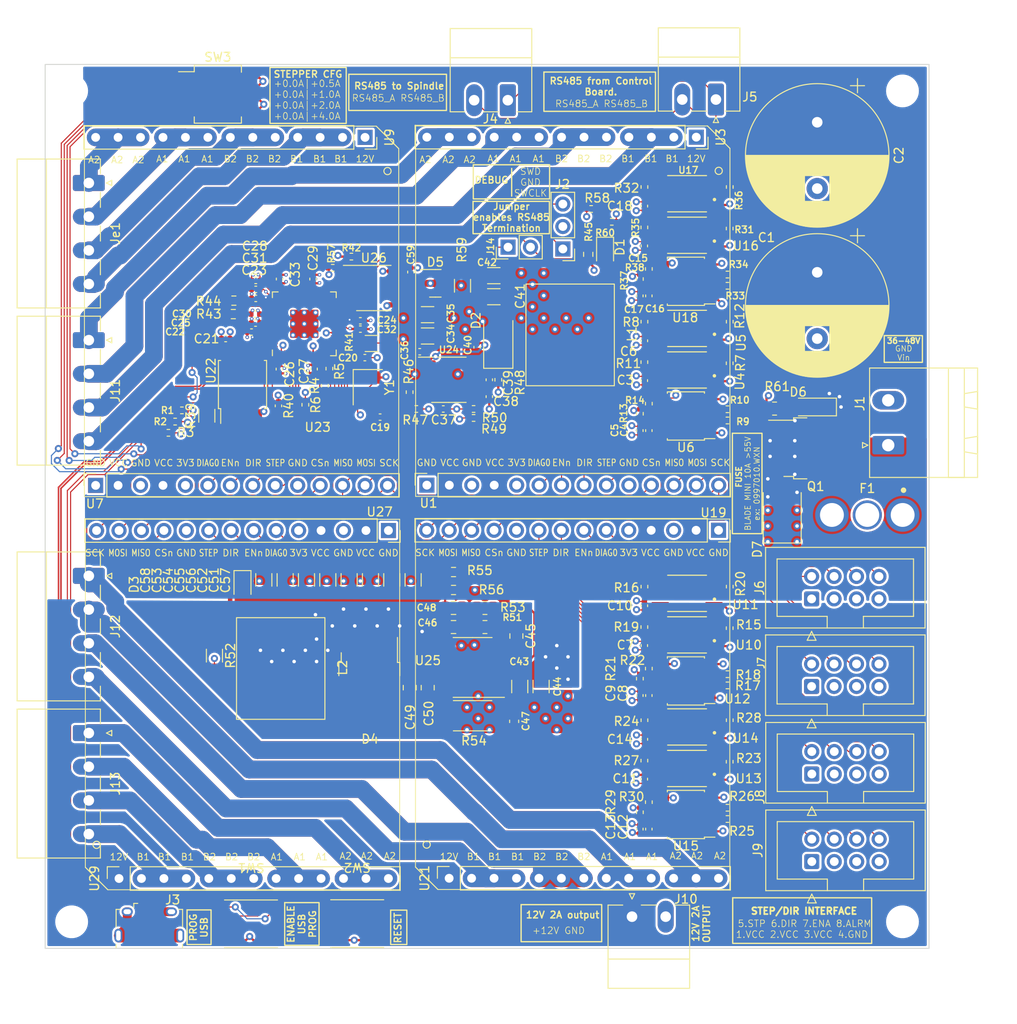
<source format=kicad_pcb>
(kicad_pcb (version 20211014) (generator pcbnew)
  (layers (0 "F.Cu" signal) (1 "In1.Cu" power) (2 "In2.Cu" power) (31 "B.Cu" signal) (34 "B.Paste" user) (35 "F.Paste" user) (36 "B.SilkS" user "B.Silkscreen") (37 "F.SilkS" user "F.Silkscreen") (38 "B.Mask" user) (39 "F.Mask" user) (44 "Edge.Cuts" user))
  (net 0 "")
  (net 1 "+3V3")
  (net 2 "VCC")
  (net 3 "/STEPPER DRIVER Y/STEPPER_COIL_B2")
  (net 4 "/STEPPER DRIVER Y/STEPPER_COIL_B1")
  (net 5 "/STEPPER DRIVER Y/STEPPER_COIL_A2")
  (net 6 "/STEPPER DRIVER Y/STEPPER_COIL_A1")
  (net 7 "/STEPPER DRIVER X/STEPPER_COIL_B2")
  (net 8 "/STEPPER DRIVER X/STEPPER_COIL_B1")
  (net 9 "/STEPPER DRIVER X/STEPPER_COIL_A2")
  (net 10 "/STEPPER DRIVER X/STEPPER_COIL_A1")
  (net 11 "/STEPPER DRIVER Z/STEPPER_COIL_B2")
  (net 12 "/STEPPER DRIVER Z/STEPPER_COIL_B1")
  (net 13 "/STEPPER DRIVER Z/STEPPER_COIL_A2")
  (net 14 "/STEPPER DRIVER Z/STEPPER_COIL_A1")
  (net 15 "/STEPPER DRIVER A/STEPPER_COIL_B2")
  (net 16 "/STEPPER DRIVER A/STEPPER_COIL_B1")
  (net 17 "/STEPPER DRIVER A/STEPPER_COIL_A2")
  (net 18 "/STEPPER DRIVER A/STEPPER_COIL_A1")
  (net 19 "/Input_Protection/reverse_polarity_protection")
  (net 20 "/Input_Protection/vcc_post_fuse")
  (net 21 "/STEPPER_Y_CSn")
  (net 22 "/STEPPER_SCK")
  (net 23 "/STEPPER_MOSI")
  (net 24 "/STEPPER_MISO")
  (net 25 "/STEPPER_Y_STEP")
  (net 26 "/STEPPER_Y_DIR")
  (net 27 "/STEPPER_X_CSn")
  (net 28 "/STEPPER_X_STEP")
  (net 29 "/STEPPER_X_DIR")
  (net 30 "/STEPPER_Z_CSn")
  (net 31 "/STEPPER_Z_STEP")
  (net 32 "/STEPPER_Z_DIR")
  (net 33 "/STEPPER_A_CSn")
  (net 34 "/STEPPER_A_STEP")
  (net 35 "/STEPPER_A_DIR")
  (net 36 "GND")
  (net 37 "/RP2040 Microcontroller/GPIO10")
  (net 38 "/RP2040 Microcontroller/XIN")
  (net 39 "/RP2040 Microcontroller/1V1")
  (net 41 "/Stepper Isolation 1/step_ext")
  (net 42 "/Stepper Isolation 1/dir_ext")
  (net 43 "/Stepper Isolation 1/ena_ext")
  (net 44 "/Stepper Isolation 1/alarm_ext")
  (net 45 "/Stepper Isolation 2/step_ext")
  (net 46 "/Stepper Isolation 2/dir_ext")
  (net 47 "/Stepper Isolation 2/ena_ext")
  (net 48 "/Stepper Isolation 2/alarm_ext")
  (net 49 "/STEPPER_X_DIAG0")
  (net 50 "/RP2040 Microcontroller/GPIO11")
  (net 51 "Net-(R9-Pad2)")
  (net 52 "Net-(R10-Pad2)")
  (net 53 "Net-(R11-Pad2)")
  (net 54 "Net-(R17-Pad2)")
  (net 55 "Net-(R18-Pad2)")
  (net 56 "Net-(R8-Pad1)")
  (net 57 "Net-(R12-Pad1)")
  (net 58 "Net-(R19-Pad2)")
  (net 59 "Net-(R25-Pad2)")
  (net 60 "Net-(R26-Pad2)")
  (net 61 "Net-(R16-Pad1)")
  (net 62 "Net-(R27-Pad2)")
  (net 63 "/STEPPER_Y_DIAG0")
  (net 64 "/Stepper Isolation 3/step_ext")
  (net 65 "/Stepper Isolation 3/dir_ext")
  (net 66 "/Stepper Isolation 3/ena_ext")
  (net 67 "/STEPPER_Z_DIAG0")
  (net 68 "/STEPPER_A_DIAG0")
  (net 69 "/STEPPER_Y_ENn")
  (net 70 "/STEPPER_X_ENn")
  (net 71 "/STEPPER_Z_ENn")
  (net 72 "/STEPPER_A_ENn")
  (net 73 "Net-(R20-Pad1)")
  (net 74 "/Stepper Isolation 3/alarm_ext")
  (net 75 "/12V 3A Switching Regulator/lm5576_bst")
  (net 76 "/12V 3A Switching Regulator/lm5576_sw")
  (net 77 "/12V 3A Switching Regulator/lm5576_R60")
  (net 78 "Net-(R33-Pad2)")
  (net 79 "Net-(R34-Pad2)")
  (net 80 "/Stepper Isolation 4/step_ext")
  (net 81 "/Stepper Isolation 4/dir_ext")
  (net 82 "/Stepper Isolation 4/ena_ext")
  (net 83 "/12V 3A Switching Regulator/lm5576_is")
  (net 84 "/RP2040 Microcontroller/~{USB_BOOT}")
  (net 85 "Net-(C20-Pad1)")
  (net 86 "/RP2040 Microcontroller/QSPI_SS")
  (net 87 "/RP2040 Microcontroller/XOUT")
  (net 88 "Net-(C38-Pad1)")
  (net 89 "Net-(C37-Pad1)")
  (net 90 "Net-(C40-Pad2)")
  (net 91 "Net-(C39-Pad2)")
  (net 92 "/RP2040 Microcontroller/USB_D+")
  (net 93 "Net-(R24-Pad1)")
  (net 94 "Net-(R28-Pad1)")
  (net 95 "Net-(R35-Pad2)")
  (net 96 "Net-(R36-Pad1)")
  (net 97 "/RP2040 Microcontroller/USB_D-")
  (net 98 "/RP2040 Microcontroller/QSPI_SD1")
  (net 99 "/RP2040 Microcontroller/QSPI_SD2")
  (net 100 "/RP2040 Microcontroller/QSPI_SD0")
  (net 101 "Net-(R32-Pad1)")
  (net 102 "/RP2040 Microcontroller/QSPI_SCLK")
  (net 103 "Net-(C48-Pad1)")
  (net 104 "Net-(D1-Pad1)")
  (net 105 "/RP2040 Microcontroller/QSPI_SD3")
  (net 106 "/Stepper Isolation 4/alarm_ext")
  (net 107 "/Stepper Isolation 2/ena_ext_opto")
  (net 108 "/Stepper Isolation 3/ena_ext_opto")
  (net 109 "/Stepper Isolation 4/ena_ext_opto")
  (net 110 "/Stepper Isolation 1/ena_ext_opto")
  (net 111 "/3.3V 1A Switching regulator/regulator_ph")
  (net 112 "+12V")
  (net 113 "/RP2040 Microcontroller/GPIO8")
  (net 114 "/RP2040 Microcontroller/GPIO2")
  (net 115 "/RP2040 Microcontroller/GPIO3")
  (net 116 "/RP2040 Microcontroller/GPIO4")
  (net 117 "/RP2040 Microcontroller/GPIO5")
  (net 118 "/RP2040 Microcontroller/GPIO6")
  (net 119 "/RP2040 Microcontroller/GPIO7")
  (net 120 "/RP2040 Microcontroller/SWCLK")
  (net 121 "/RP2040 Microcontroller/SWD")
  (net 122 "/RP2040 Microcontroller/RUN")
  (net 123 "/RP2040 Microcontroller/GPIO19")
  (net 124 "/RP2040 Microcontroller/GPIO20")
  (net 125 "/RP2040 Microcontroller/GPIO21")
  (net 126 "/RP2040 Microcontroller/GPIO22")
  (net 127 "/RP2040 Microcontroller/GPIO23")
  (net 128 "/RP2040 Microcontroller/GPIO24")
  (net 129 "/RP2040 Microcontroller/GPIO25")
  (net 130 "/RP2040 Microcontroller/GPIO26_ADC0")
  (net 131 "/RP2040 Microcontroller/GPIO27_ADC1")
  (net 132 "/RP2040 Microcontroller/GPIO28_ADC2")
  (net 133 "/RP2040 Microcontroller/GPIO29_ADC3")
  (net 134 "Net-(C45-Pad1)")
  (net 135 "Net-(C46-Pad1)")
  (net 136 "Net-(C47-Pad1)")
  (net 137 "Net-(C48-Pad2)")
  (net 138 "Net-(D3-Pad1)")
  (net 139 "Net-(R43-Pad2)")
  (net 140 "Net-(R44-Pad2)")
  (net 141 "Net-(R46-Pad2)")
  (net 142 "/RP2040 Microcontroller/GPIO0")
  (net 145 "/RS485/RS485_B")
  (net 146 "/RS485/RS485_A")
  (net 147 "/RP2040 Microcontroller/GPIO1")
  (net 148 "Net-(R51-Pad1)")
  (net 151 "Net-(R53-Pad2)")
  (net 152 "Net-(R49-Pad2)")
  (net 153 "VCC_EXT")
  (net 154 "/Input_Protection/VCC_INPUT")
  (net 155 "/RP2040 Microcontroller/GPIO18")
  (net 156 "/RP2040 Microcontroller/GPIO16")
  (net 157 "/RP2040 Microcontroller/GPIO17")
  (net 158 "Net-(J14-Pad1)")
  (footprint "Resistor_SMD:R_0805_2012Metric" (layer "F.Cu") (at 119.888 70.0278 180)
    (fp_text reference "R61")
    (fp_text value "4.7k")
  )
  (footprint "Capacitor_SMD:C_1206_3216Metric" (layer "F.Cu") (at 76.581 89.408 90)
    (fp_text reference "C51")
    (fp_text value "22uF 25V")
  )
  (footprint "Resistor_SMD:R_0402_1005Metric" (layer "F.Cu") (at 72.009 52.832 180)
    (fp_text reference "R42")
    (fp_text value "10k")
  )
  (footprint "Crystal:Crystal_SMD_3225-4Pin_3.2x2.5mm" (layer "F.Cu") (at 73.8682 67.6108 -90)
    (fp_text reference "Y1")
    (fp_text value "X322512MSB4SI")
  )
  (footprint "Capacitor_SMD:C_1206_3216Metric" (layer "F.Cu") (at 78.994 89.408 90)
    (fp_text reference "C57")
    (fp_text value "22uF 25V")
  )
  (footprint "Resistor_SMD:R_0402_1005Metric" (layer "F.Cu") (at 114.816 44.958 -90)
    (fp_text reference "R36")
    (fp_text value "1K")
  )
  (footprint "Capacitor_SMD:C_0402_1005Metric" (layer "F.Cu") (at 61.1912 57.5593 180)
    (fp_text reference "C23")
    (fp_text value "100n 50V")
  )
  (footprint "Resistor_SMD:R_0805_2012Metric" (layer "F.Cu") (at 87.122 94.742 180)
    (fp_text reference "R51")
    (fp_text value "20k")
  )
  (footprint "LED_SMD:LED_0805_2012Metric" (layer "F.Cu") (at 100.711 52.324 -90)
    (fp_text reference "D1")
    (fp_text value "RED LED")
  )
  (footprint "Resistor_SMD:R_0603_1608Metric" (layer "F.Cu") (at 83.566 90.551)
    (fp_text reference "R56")
    (fp_text value "1k")
  )
  (footprint "Capacitor_SMD:C_0402_1005Metric" (layer "F.Cu") (at 87.614 66.77 90)
    (fp_text reference "C39")
    (fp_text value "1nF 50V")
  )
  (footprint "Resistor_SMD:R_0402_1005Metric" (layer "F.Cu") (at 105.156 109.855 90)
    (fp_text reference "R27")
    (fp_text value "1K")
  )
  (footprint "Resistor_SMD:R_0603_1608Metric" (layer "F.Cu") (at 58.7142 57.8133)
    (fp_text reference "R44")
    (fp_text value "27")
  )
  (footprint "Resistor_SMD:R_0402_1005Metric" (layer "F.Cu") (at 52.832 70.231 180)
    (fp_text reference "R1")
    (fp_text value "10k")
  )
  (footprint "Capacitor_SMD:C_0402_1005Metric" (layer "F.Cu") (at 104.648 57.277 90)
    (fp_text reference "C17")
    (fp_text value "100n")
  )
  (footprint "Capacitor_SMD:C_0402_1005Metric" (layer "F.Cu") (at 61.1352 59.3373 180)
    (fp_text reference "C30")
    (fp_text value "100n 50V")
  )
  (footprint "Resistor_SMD:R_0402_1005Metric" (layer "F.Cu") (at 114.554 116.459 180)
    (fp_text reference "R25")
    (fp_text value "1K")
  )
  (footprint "Resistor_SMD:R_0805_2012Metric" (layer "F.Cu") (at 87.122 92.583)
    (fp_text reference "R53")
    (fp_text value "49.9k 1%")
  )
  (footprint "Capacitor_SMD:C_0402_1005Metric" (layer "F.Cu") (at 105.664 72.517 90)
    (fp_text reference "C4")
    (fp_text value "100n")
  )
  (footprint "Resistor_SMD:R_0402_1005Metric" (layer "F.Cu") (at 85.836 71.088)
    (fp_text reference "R49")
    (fp_text value "10k")
  )
  (footprint "Capacitor_SMD:C_0402_1005Metric" (layer "F.Cu") (at 105.664 117.602 90)
    (fp_text reference "C12")
    (fp_text value "100n")
  )
  (footprint "Resistor_SMD:R_1206_3216Metric" (layer "F.Cu") (at 74.295 62.6618)
    (fp_text reference "R41")
    (fp_text value "1k")
  )
  (footprint "Capacitor_SMD:C_0402_1005Metric" (layer "F.Cu") (at 61.1632 60.3533 180)
    (fp_text reference "C25")
    (fp_text value "100n 50V")
  )
  (footprint "Capacitor_SMD:C_1206_3216Metric" (layer "F.Cu") (at 88.122 54.991)
    (fp_text reference "C42")
    (fp_text value "47uF 10V")
  )
  (footprint "Resistor_SMD:R_0402_1005Metric" (layer "F.Cu") (at 105.164 60.198 -90)
    (fp_text reference "R8")
    (fp_text value "1K")
  )
  (footprint "Connector_PinSocket_2.54mm:PinSocket_1x13_P2.54mm_Vertical" (layer "F.Cu") (at 45.72 123.19 90)
    (fp_text reference "U29")
    (fp_text value "StepperDriver_Conn1")
  )
  (footprint "Diode_SMD:D_SMA" (layer "F.Cu") (at 88.63 62.071 90)
    (fp_text reference "D2")
    (fp_text value "D")
  )
  (footprint "Capacitor_SMD:C_0402_1005Metric" (layer "F.Cu") (at 105.156 51.624 90)
    (fp_text reference "C15")
    (fp_text value "100n 50V")
  )
  (footprint "Resistor_SMD:R_0402_1005Metric" (layer "F.Cu") (at 114.554 70.104 180)
    (fp_text reference "R10")
    (fp_text value "1K")
  )
  (footprint "Resistor_SMD:R_0402_1005Metric" (layer "F.Cu") (at 105.164 44.958 -90)
    (fp_text reference "R32")
    (fp_text value "1K")
  )
  (footprint "Resistor_SMD:R_0402_1005Metric" (layer "F.Cu") (at 114.816 105.283 -90)
    (fp_text reference "R28")
    (fp_text value "1K")
  )
  (footprint "Connector_Phoenix_MC:PhoenixContact_MC_1,5_4-G-3.81_1x04_P3.81mm_Horizontal" (layer "F.Cu") (at 42.3025 62.285 -90)
    (fp_text reference "J11")
    (fp_text value "Screw_Terminal_01x04")
  )
  (footprint "Resistor_SMD:R_0402_1005Metric" (layer "F.Cu") (at 105.664 69.469 -90)
    (fp_text reference "R14")
    (fp_text value "1K")
  )
  (footprint "Resistor_SMD:R_0402_1005Metric" (layer "F.Cu") (at 114.554 115.189 180)
    (fp_text reference "R26")
    (fp_text value "1K")
  )
  (footprint "Capacitor_SMD:C_1206_3216Metric" (layer "F.Cu") (at 91.059 101.473 -90)
    (fp_text reference "C43")
    (fp_text value "2.2u 100V")
  )
  (footprint "Resistor_SMD:R_0402_1005Metric" (layer "F.Cu") (at 51.308 72.771 180)
    (fp_text reference "R3")
    (fp_text value "10k")
  )
  (footprint "Capacitor_SMD:C_0402_1005Metric" (layer "F.Cu") (at 67.7913 65.5521 -90)
    (fp_text reference "C27")
    (fp_text value "100n 50V")
  )
  (footprint "QuarkCncQuadDriver:StepperDriverV3" (layer "F.Cu") (at 76.094996 39.345006 180)
    (fp_text reference "U8" hide)
    (fp_text value "StepperDriver")
  )
  (footprint "Capacitor_SMD:C_0402_1005Metric" (layer "F.Cu") (at 63.8582 65.5603 -90)
    (fp_text reference "C26")
    (fp_text value "1u 25V")
  )
  (footprint "Capacitor_SMD:C_1206_3216Metric" (layer "F.Cu") (at 80.629 59.404)
    (fp_text reference "C35")
    (fp_text value "4.7uF 50V")
  )
  (footprint "Capacitor_SMD:C_0402_1005Metric" (layer "F.Cu") (at 63.7562 69.717281 -90)
    (fp_text reference "R40")
    (fp_text value "DNI")
  )
  (footprint "Capacitor_SMD:C_0805_2012Metric" (layer "F.Cu") (at 90.678 95.758 90)
    (fp_text reference "C45")
    (fp_text value "330p 100V")
  )
  (footprint "Capacitor_SMD:C_0402_1005Metric" (layer "F.Cu") (at 104.648 102.489 90)
    (fp_text reference "C9")
    (fp_text value "100n")
  )
  (footprint "Capacitor_SMD:C_0402_1005Metric" (layer "F.Cu") (at 73.533 64.262)
    (fp_text reference "C20")
    (fp_text value "12p 50V")
  )
  (footprint "Capacitor_SMD:C_1206_3216Metric" (layer "F.Cu") (at 62.103 89.408 90)
    (fp_text reference "C58")
    (fp_text value "22uF 25V")
  )
  (footprint "Capacitor_SMD:C_1206_3216Metric" (layer "F.Cu") (at 88.122 57.372)
    (fp_text reference "C41")
    (fp_text value "47uF 10V")
  )
  (footprint "Connector_Phoenix_MC:PhoenixContact_MC_1,5_2-G-3.81_1x02_P3.81mm_Horizontal" (layer "F.Cu") (at 103.759 127.508)
    (fp_text reference "J10")
    (fp_text value "Screw_Terminal_01x02")
  )
  (footprint "Capacitor_SMD:C_0402_1005Metric" (layer "F.Cu") (at 105.164 107.442 -90)
    (fp_text reference "C14")
    (fp_text value "100n")
  )
  (footprint "ELM357N-G:SOP254P700X200-4N" (layer "F.Cu") (at 109.99 60.96 180)
    (fp_text reference "U5")
    (fp_text value "EL357N-G")
  )
  (footprint "Connector_Phoenix_MC:PhoenixContact_MC_1,5_2-G-3.81_1x02_P3.81mm_Horizontal" (layer "F.Cu") (at 89.7086 35.1397 180)
    (fp_text reference "J4")
    (fp_text value "Screw_Terminal_01x02")
  )
  (footprint "ELM357N-G:SOP254P700X200-4N" (layer "F.Cu") (at 109.982 110.744 180)
    (fp_text reference "U13")
    (fp_text value "EL357N-G")
  )
  (footprint "Capacitor_SMD:C_0402_1005Metric" (layer "F.Cu") (at 105.664 57.277 90)
    (fp_text reference "C16")
    (fp_text value "100n")
  )
  (footprint "Capacitor_SMD:C_0402_1005Metric" (layer "F.Cu") (at 104.648 72.517 90)
    (fp_text reference "C5")
    (fp_text value "100n")
  )
  (footprint "Resistor_SMD:R_1206_3216Metric" (layer "F.Cu") (at 84.582 56.134 90)
    (fp_text reference "R59")
    (fp_text value "120 (DNI)")
  )
  (footprint "Package_SO:SSOP-8_3.95x5.21x3.27mm_P1.27mm" (layer "F.Cu") (at 109.855 115.951 180)
    (fp_text reference "U15")
    (fp_text value "EL0631(TA)")
  )
  (footprint "Capacitor_SMD:C_0402_1005Metric" (layer "F.Cu") (at 63.881 55.372 90)
    (fp_text reference "C33")
    (fp_text value "100n 50V")
  )
  (footprint "Resistor_SMD:R_0402_1005Metric" (layer "F.Cu") (at 114.554 56.134 180)
    (fp_text reference "R33")
    (fp_text value "1K")
  )
  (footprint "Capacitor_SMD:C_0402_1005Metric" (layer "F.Cu") (at 87.614 68.675 -90)
    (fp_text reference "C38")
    (fp_text value "47pF 50V")
  )
  (footprint "Resistor_SMD:R_0402_1005Metric" (layer "F.Cu") (at 105.156 49.53 90)
    (fp_text reference "R35")
    (fp_text value "1K")
  )
  (footprint "Package_SO:SOIC-8_3.9x4.9mm_P1.27mm" (layer "F.Cu") (at 83.042 66.77)
    (fp_text reference "U24")
    (fp_text value "tps54331DR")
  )
  (footprint "Capacitor_SMD:C_0402_1005Metric" (layer "F.Cu") (at 86.233 63.091 90)
    (fp_text reference "C40")
    (fp_text value "100n 50V")
  )
  (footprint "Capacitor_SMD:C_0402_1005Metric" (layer "F.Cu") (at 104.648 117.602 90)
    (fp_text reference "C13")
    (fp_text value "100n")
  )
  (footprint "Connector_PinSocket_2.54mm:PinSocket_1x13_P2.54mm_Vertical" (layer "F.Cu") (at 73.554996 39.345006 -90)
    (fp_text reference "U9")
    (fp_text value "StepperDriver_Conn1")
  )
  (footprint "ELM357N-G:SOP254P700X200-4N" (layer "F.Cu") (at 109.99 90.932 180)
    (fp_text reference "U11")
    (fp_text value "EL357N-G")
  )
  (footprint "ELM357N-G:SOP254P700X200-4N" (layer "F.Cu") (at 109.982 95.631 180)
    (fp_text reference "U10")
    (fp_text value "EL357N-G")
  )
  (footprint "Resistor_SMD:R_0402_1005Metric" (layer "F.Cu") (at 114.554 100.076 180)
    (fp_text reference "R18")
    (fp_text value "1K")
  )
  (footprint "Capacitor_SMD:C_0402_1005Metric" (layer "F.Cu") (at 61.1912 55.5273 180)
    (fp_text reference "C28")
    (fp_text value "100n 50V")
  )
  (footprint "Capacitor_SMD:C_1206_3216Metric" (layer "F.Cu") (at 71.755 89.408 90)
    (fp_text reference "C56")
    (fp_text value "22uF 25V")
  )
  (footprint "QuarkCncQuadDriver:RP2040-QFN-56" (layer "F.Cu") (at 66.6822 60.4373 90)
    (fp_text reference "U23")
    (fp_text value "RP2040")
  )
  (footprint "Capacitor_SMD:C_1206_3216Metric" (layer "F.Cu") (at 74.168 89.408 90)
    (fp_text reference "C52")
    (fp_text value "22uF 25V")
  )
  (footprint "MountingHole:MountingHole_3.2mm_M3_ISO7380" (layer "F.Cu") (at 134.36 128.09)
    (fp_text reference "H3" hide)
    (fp_text value "MountingHole")
  )
  (footprint "Package_SO:HTSSOP-20-1EP_4.4x6.5mm_P0.65mm_EP2.85x4mm" (layer "F.Cu") (at 85.725 99.314 180)
    (fp_text reference "U25")
    (fp_text value "LM5576")
  )
  (footprint "ELM357N-G:SOP254P700X200-4N" (layer "F.Cu") (at 109.982 50.419 180)
    (fp_text reference "U16")
    (fp_text value "EL357N-G")
  )
  (footprint "Capacitor_SMD:C_0402_1005Metric" (layer "F.Cu") (at 105.164 92.329 -90)
    (fp_text reference "C10")
    (fp_text value "100n")
  )
  (footprint "Capacitor_SMD:C_1206_3216Metric" (layer "F.Cu") (at 80.629 61.817)
    (fp_text reference "C34")
    (fp_text value "4.7uF 50V")
  )
  (footprint "Resistor_SMD:R_0402_1005Metric" (layer "F.Cu") (at 105.664 114.554 -90)
    (fp_text reference "R30")
    (fp_text value "1K")
  )
  (footprint "Capacitor_SMD:C_0402_1005Metric" (layer "F.Cu") (at 75.2582 70.993 180)
    (fp_text reference "C19")
    (fp_text value "12p 50V")
  )
  (footprint "Resistor_SMD:R_0402_1005Metric" (layer "F.Cu") (at 69.9008 54.102)
    (fp_text reference "R57")
    (fp_text value "10k")
  )
  (footprint "Capacitor_SMD:C_0402_1005Metric" (layer "F.Cu") (at 73.025 60.0964)
    (fp_text reference "C24")
    (fp_text value "1u 25V")
  )
  (footprint "Resistor_SMD:R_1206_3216Metric" (layer "F.Cu") (at 55.6514 70.8406 90)
    (fp_text reference "R39")
    (fp_text value "1k")
  )
  (footprint "Package_SO:SOIC-8_3.9x4.9mm_P1.27mm" (layer "F.Cu") (at 74.549 56.388)
    (fp_text reference "U26")
    (fp_text value "SP3485EN-L/TR")
  )
  (footprint "Resistor_SMD:R_0402_1005Metric" (layer "F.Cu") (at 69.0118 67.437 90)
    (fp_text reference "R4")
    (fp_text value "33")
  )
  (footprint "Package_TO_SOT_SMD:TO-252-2" (layer "F.Cu") (at 124.5108 74.5236)
    (fp_text reference "Q1")
    (fp_text value "WSF50P10")
  )
  (footprint "QuarkCncQuadDriver:SW_DIP_SPSTx04_Slide_XKB_DSHP04TS-S_W6.35mm_P1.27mm" (layer "F.Cu") (at 56.9 34.5)
    (fp_text reference "SW3")
    (fp_text value "SW_DIP_x04")
  )
  (footprint "PersonnalFootprintLibrary:VS-6CWQ10FNTR-M3" (layer "F.Cu") (at 74.041 101.669 -90)
    (fp_text reference "D4")
    (fp_text value "VS-6CWQ10FNTR-M3")
  )
  (footprint "Package_SO:SSOP-8_3.95x5.21x3.27mm_P1.27mm" (layer "F.Cu") (at 109.855 100.838 180)
    (fp_text reference "U12")
    (fp_text value "EL0631(TA)")
  )
  (footprint "QuarkCncQuadDriver:TS-1187A-B-A-B" (layer "F.Cu") (at 72.6694 128.2954 180)
    (fp_text reference "SW2")
    (fp_text value "SW_DIP_x01")
  )
  (footprint "Resistor_SMD:R_0402_1005Metric" (layer "F.Cu") (at 52.07 71.501 180)
    (fp_text reference "R2")
    (fp_text value "10k")
  )
  (footprint "PersonnalFootprintLibrary:Fuse_Littelfuse_178.6764.0001" (layer "F.Cu") (at 130.3782 82.0614)
    (fp_text reference "F1")
    (fp_text value "Fuse")
  )
  (footprint "Resistor_SMD:R_0402_1005Metric" (layer "F.Cu") (at 105.156 64.77 90)
    (fp_text reference "R11")
    (fp_text value "1K")
  )
  (footprint "Capacitor_SMD:C_0402_1005Metric" (layer "F.Cu") (at 79.74 63.595)
    (fp_text reference "C36")
    (fp_text value "10nF 50V")
  )
  (footprint "Capacitor_SMD:C_0402_1005Metric" (layer "F.Cu") (at 61.1912 56.5433 180)
    (fp_text reference "C31")
    (fp_text value "100n 50V")
  )
  (footprint "Capacitor_SMD:C_0402_1005Metric" (layer "F.Cu") (at 78.74 54.582 90)
    (fp_text reference "C59")
    (fp_text value "100n 50V")
  )
  (footprint "Resistor_SMD:R_0402_1005Metric" (layer "F.Cu") (at 114.554 54.864 180)
    (fp_text reference "R34")
    (fp_text value "1K")
  )
  (footprint "Capacitor_SMD:C_1206_3216Metric" (layer "F.Cu") (at 69.342 89.408 90)
    (fp_text reference "C55")
    (fp_text value "22uF 25V")
  )
  (footprint "Resistor_SMD:R_0402_1005Metric" (layer "F.Cu") (at 88.63 66.77 -90)
    (fp_text reference "R48")
    (fp_text value "29.4k")
  )
  (footprint "Resistor_SMD:R_0402_1005Metric" (layer "F.Cu") (at 114.808 109.982 90)
    (fp_text reference "R23")
    (fp_text value "1K")
  )
  (footprint "Resistor_SMD:R_0402_1005Metric" (layer "F.Cu") (at 114.816 90.17 -90)
    (fp_text reference "R20")
    (fp_text value "1K")
  )
  (footprint "Resistor_SMD:R_0402_1005Metric" (layer "F.Cu") (at 105.664 54.229 -90)
    (fp_text reference "R38")
    (fp_text value "1K")
  )
  (footprint "ELM357N-G:SOP254P700X200-4N" (layer "F.Cu") (at 109.982 65.659 180)
    (fp_text reference "U4")
    (fp_text value "EL357N-G")
  )
  (footprint "Capacitor_SMD:C_1206_3216Metric" (layer "F.Cu") (at 66.929 89.408 90)
    (fp_text reference "C54")
    (fp_text value "22uF 25V")
  )
  (footprint "Capacitor_SMD:C_0402_1005Metric" (layer "F.Cu") (at 105.156 66.864 90)
    (fp_text reference "C3")
    (fp_text value "100n 50V")
  )
  (footprint "Connector_Phoenix_MC:PhoenixContact_MC_1,5_4-G-3.81_1x04_P3.81mm_Horizontal" (layer "F.Cu") (at 42.3025 44.505 -90)
    (fp_text reference "Je1")
    (fp_text value "Screw_Terminal_01x04")
  )
  (footprint "Resistor_SMD:R_0402_1005Metric" (layer "F.Cu") (at 105.156 94.742 90)
    (fp_text reference "R19")
    (fp_text value "1K")
  )
  (footprint "Connector_PinHeader_2.54mm:PinHeader_1x03_P2.54mm_Vertical" (layer "F.Cu") (at 95.9358 51.9684 180)
    (fp_text reference "J2")
    (fp_text value "Conn_01x03_Male")
  )
  (footprint "Capacitor_SMD:C_0402_1005Metric" (layer "F.Cu") (at 105.664 102.489 90)
    (fp_text reference "C8")
    (fp_text value "100n")
  )
  (footprint "Capacitor_SMD:C_0402_1005Metric" (layer "F.Cu") (at 105.156 111.949 90)
    (fp_text reference "C11")
    (fp_text value "100n 50V")
  )
  (footprint "Resistor_SMD:R_1206_3216Metric" (layer "F.Cu") (at 56.515 97.9785 -90)
    (fp_text reference "R52")
    (fp_text value "1k")
  )
  (footprint "Resistor_SMD:R_0402_1005Metric" (layer "F.Cu") (at 101.473 48.895 180)
    (fp_text reference "R60")
    (fp_text value "DNI")
  )
  (footprint "Resistor_SMD:R_0402_1005Metric" (layer "F.Cu") (at 104.648 100.584 90)
    (fp_text reference "R21")
    (fp_text value "1K")
  )
  (footprint "Resistor_SMD:R_0402_1005Metric" (layer "F.Cu") (at 114.816 60.198 -90)
    (fp_text reference "R12")
    (fp_text value "1K")
  )
  (footprint "Connector_PinSocket_2.54mm:PinSocket_1x14_P2.54mm_Vertical" (layer "F.Cu") (at 113.55 83.795 -90)
    (fp_text reference "U19")
    (fp_text value "StepperDriver_Conn2")
  )
  (footprint "Resistor_SMD:R_0402_1005Metric" (layer "F.Cu") (at 105.164 105.283 -90)
    (fp_text reference "R24")
    (fp_text value "1K")
  )
  (footprint "Capacitor_SMD:C_0402_1005Metric" (layer "F.Cu") (at 82.407 70.072)
    (fp_text reference "C37")
    (fp_text value "10nF")
  )
  (footprint "Capacitor_SMD:C_0603_1608Metric" (layer "F.Cu") (at 90.424 105.41 -90)
    (fp_text reference "C47")
    (fp_text value "470n 25V")
  )
  (footprint "Resistor_SMD:R_0402_1005Metric" (layer "F.Cu") (at 114.808 49.657 90)
    (fp_text reference "R31")
    (fp_text value "1K")
  )
  (footprint "QuarkCncQuadDriver:MWSA1004S-330MT" (layer "F.Cu") (at 96.758 61.69 90)
    (fp_text reference "L1")
    (fp_text value "MWSA1004S-330MT")
  )
  (footprint "Connector_PinSocket_2.54mm:PinSocket_1x14_P2.54mm_Vertical" (layer "F.Cu") (at 76.2 83.82 -90)
    (fp_text reference "U27")
    (fp_text value "StepperDriver_Conn2")
  )
  (footprint "Resistor_SMD:R_0402_1005Metric" (layer "F.Cu") (at 79.361 70.072)
    (fp_text reference "R47")
    (fp_text value "68k")
  )
  (footprint "Capacitor_SMD:C_1206_3216Metric" (layer "F.Cu") (at 93.472 101.473 -90)
    (fp_text reference "C44")
    (fp_text value "2.2u 100V")
  )
  (footprint "Resistor_SMD:R_0402_1005Metric" (layer "F.Cu") (at 114.808 94.869 90)
    (fp_text reference "R15")
    (fp_text value "1K")
  )
  (footprint "Capacitor_SMD:C_0402_1005Metric" (layer "F.Cu") (at 60.7082 61.3693 180)
    (fp_text reference "C22")
    (fp_text value "100n 50V")
  )
  (footprint "ELM357N-G:SOP254P700X200-4N" (layer "F.Cu") (at 109.99 106.045 180)
    (fp_text reference "U14")
    (fp_text value "EL357N-G")
  )
  (footprint "Connector_PinHeader_2.54mm:PinHeader_1x02_P2.54mm_Vertical" (layer "F.Cu") (at 89.7332 51.7652 90)
    (fp_text reference "J14")
    (fp_text value "Conn_01x02_Male")
  )
  (footprint "QuarkCncQuadDriver:StepperDriverV3" (layer "F.Cu") (at 43.18 123.19)
    (fp_text reference "U28" hide)
    (fp_text value "StepperDriver")
  )
  (footprint "Resistor_SMD:R_0402_1005Metric" (layer "F.Cu") (at 114.808 64.897 90)
    (fp_text reference "R7")
    (fp_text value "1K")
  )
  (footprint "Capacitor_SMD:C_1206_3216Metric" (layer "F.Cu") (at 64.516 89.408 90)
    (fp_text reference "C53")
    (fp_text value "22uF 25V")
  )
  (footprint "Connector_IDC:IDC-Header_2x04_P2.54mm_Vertical" (layer "F.Cu") (at 124.101 121.2755 90)
    (fp_text reference "J9")
    (fp_text value "Conn_02x04_Odd_Even")
  )
  (footprint "QuarkCncQuadDriver:StepperDriverV3" (layer "F.Cu") (at 113.570004 39.319987 180)
    (fp_text reference "U2" hide)
    (fp_text value "StepperDriver")
  )
  (footprint "Resistor_SMD:R_0402_1005Metric" (layer "F.Cu") (at 105.164 90.17 -90)
    (fp_text reference "R16")
    (fp_text value "1K")
  )
  (footprint "Resistor_SMD:R_0402_1005Metric" (layer "F.Cu") (at 104.648 115.697 90)
    (fp_text reference "R29")
    (fp_text value "1K")
  )
  (footprint "MountingHole:MountingHole_3.2mm_M3_ISO7380" (layer "F.Cu") (at 134.36 34.09)
    (fp_text reference "H1" hide)
    (fp_text value "MountingHole")
  )
  (footprint "QuarkCncQuadDriver:StepperDriverV3" (layer "F.Cu") (at 80.529989 123.165006)
    (fp_text reference "U20" hide)
    (fp_text value "StepperDriver")
  )
  (footprint "QuarkCncQuadDriver:MWSA1004S-330MT" (layer "F.Cu") (at 64.014 99.432 90)
    (fp_text reference "L2")
    (fp_text value "MWSA1004S-330MT")
  )
  (footprint "Resistor_SMD:R_0603_1608Metric" (layer "F.Cu") (at 98.806 52.578 -90)
    (fp_text reference "R45")
    (fp_text value "68R")
  )
  (footprint "Resistor_SMD:R_0402_1005Metric" (layer "F.Cu") (at 104.648 70.612 90)
    (fp_text reference "R13")
    (fp_text value "1K")
  )
  (footprint "Connector_PinSocket_2.54mm:PinSocket_1x14_P2.54mm_Vertical" (layer "F.Cu") (at 43.075 78.715 90)
    (fp_text reference "U7")
    (fp_text value "StepperDriver_Conn2")
  )
  (footprint "Connector_PinSocket_2.54mm:PinSocket_1x14_P2.54mm_Vertical" (layer "F.Cu") (at 80.55 78.69 90)
    (fp_text reference "U1")
    (fp_text value "StepperDriver_Conn2")
  )
  (footprint "Resistor_SMD:R_0603_1608Metric" (layer "F.Cu") (at 58.6512 59.3373)
    (fp_text reference "R43")
    (fp_text value "27")
  )
  (footprint "Package_SO:SSOP-8_3.95x5.21x3.27mm_P1.27mm" (layer "F.Cu") (at 109.855 70.866 180)
    (fp_text reference "U6")
    (fp_text value "EL0631(TA)")
  )
  (footprint "Resistor_SMD:R_0402_1005Metric" (layer "F.Cu") (at 105.664 99.441 -90)
    (fp_text reference "R22")
    (fp_text value "1K")
  )
  (footprint "Capacitor_SMD:C_0805_2012Metric" (layer "F.Cu") (at 80.645 101.6 90)
    (fp_text reference "C49")
    (fp_text value "22n 100V")
  )
  (footprint "Capacitor_SMD:C_0402_1005Metric" (layer "F.Cu") (at 105.164 62.357 -90)
    (fp_text reference "C6")
    (fp_text value "100n")
  )
  (footprint "Connector_IDC:IDC-Header_2x04_P2.54mm_Vertical" (layer "F.Cu") (at 124.101 111.3695 90)
    (fp_text reference "J8")
    (fp_text value "Conn_02x04_Odd_Even")
  )
  (footprint "Package_SO:SSOP-8_3.95x5.21x3.27mm_P1.27mm" (layer "F.Cu") (at 109.855 55.626 180)
    (fp_text reference "U18")
    (fp_text value "EL0631(TA)")
  )
  (footprint "Diode_SMD:D_SMB" (layer "F.Cu") (at 120.7516 81.6864 90)
    (fp_text reference "D7")
    (fp_text value "SMBJ51CA")
  )
  (footprint "Connector_USB:USB_Micro-B_Amphenol_10118194_Horizontal" (layer "F.Cu") (at 49.149 128.347)
    (fp_text reference "J3")
    (fp_text value "USB_B_Micro")
  )
  (footprint "Package_TO_SOT_SMD:SOT-23" (layer "F.Cu") (at 81.5086 55.8546)
    (fp_text reference "D5")
    (fp_text value "SM712_SOT23")
  )
  (footprint "Capacitor_SMD:C_0402_1005Metric" (layer "F.Cu") (at 73.0276 61.0362)
    (fp_text reference "C32")
    (fp_text value "100n 50V")
  )
  (footprint "Capacitor_SMD:C_0402_1005Metric" (layer "F.Cu") (at 105.156 96.836 90)
    (fp_text reference "C7")
    (fp_text value "100n 50V")
  )
  (footprint "LED_SMD:LED_0805_2012Metric" (layer "F.Cu") (at 59.69 90.043 -90)
    (fp_text reference "D3")
    (fp_text value "RED LED")
  )
  (footprint "Capacitor_SMD:C_0402_1005Metric" (layer "F.Cu") (at 57.785 62.103)
    (fp_text reference "C21")
    (fp_text value "100n 50V")
  )
  (footprint "Resistor_SMD:R_0603_1608Metric" (layer "F.Cu") (at 83.566 88.519)
    (fp_text reference "R55")
    (fp_text value "9.1k")
  )
  (footprint "Resistor_SMD:R_0402_1005Metric" (layer "F.Cu") (at 85.836 70.072 180)
    (fp_text reference "R50")
    (fp_text value "3.3k")
  )
  (footprint "Connector_Phoenix_MC:PhoenixContact_MC_1,5_4-G-3.81_1x04_P3.81mm_Horizontal" (layer "F.Cu") (at 42.3025 106.735 -90)
    (fp_text reference "J13")
    (fp_text value "Screw_Terminal_01x04")
  )
  (footprint "Package_SO:SOIC-8_5.23x5.23mm_P1.27mm" (layer "F.Cu") (at 59.69 67.31 90)
    (fp_text reference "U22")
    (fp_text value "W25Q128JVS")
  )
  (footprint "Connector_Phoenix_MC:PhoenixContact_MC_1,5_4-G-3.81_1x04_P3.81mm_Horizontal" (layer "F.Cu") (at 42.3025 88.955 -90)
    (fp_text reference "J12")
    (fp_text value "Screw_Terminal_01x04")
  )
  (footprint "Resistor_SMD:R_0402_1005Metric" (layer "F.Cu") (at 114.554 71.374 180)
    (fp_text reference "R9")
    (fp_text value "1K")
  )
  (footprint "Connector_Phoenix_MSTB:PhoenixContact_MSTBA_2,5_2-G-5,08_1x02_P5.08mm_Horizontal" (layer "F.Cu") (at 132.7475 74.168 90)
    (fp_text reference "J1")
    (fp_text value "Screw_Terminal_01x02")
  )
  (footprint "Capacitor_SMD:C_0402_1005Metric" (layer "F.Cu") (at 67.6682 55.3723 90)
    (fp_text reference "C29")
    (fp_text value "100n 50V")
  )
  (footprint "MountingHole:MountingHole_3.2mm_M3_ISO7380" (layer "F.Cu") (at 40.36 34.09)
    (fp_text reference "H2" hide)
    (fp_text value "MountingHole")
  )
  (footprint "Connector_Phoenix_MC:PhoenixContact_MC_1,5_2-G-3.81_1x02_P3.81mm_Horizontal" (layer "F.Cu") (at 113.2544 35.0635 180)
    (fp_text reference "J5")
    (fp_text value "Screw_Terminal_01x02")
  )
  (footprint "Capacitor_SMD:C_0805_2012Metric" (layer "F.Cu") (at 83.566 92.583)
    (fp_text reference "C48")
    (fp_text value "10n 100V")
  )
  (footprint "Connector_IDC:IDC-Header_2x04_P2.54mm_Vertical" (layer "F.Cu") (at 124.079 91.5575 90)
    (fp_text reference "J6")
    (fp_text value "Conn_02x04_Odd_Even")
  )
  (footprint "Resistor_SMD:R_0402_1005Metric" (layer "F.Cu") (at 114.554 101.346 180)
    (fp_text reference "R17")
    (fp_text value "1K")
  )
  (footprint "QuarkCncQuadDriver:TS-1187A-B-A-B" (layer "F.Cu") (at 60.6552 128.3208 180)
    (fp_text reference "SW1")
    (fp_text value "SW_DIP_x01")
  )
  (footprint "Capacitor_THT:CP_Radial_D16.0mm_P7.50mm" (layer "F.Cu") (at 124.714 54.61 -90)
    (fp_text reference "C1")
    (fp_text value "1000uF")
  )
  (footprint "Resistor_SMD:R_0402_1005Metric" (layer "F.Cu") (at 66.802 69.596 -90)
    (fp_text reference "R6")
    (fp_text value "10k")
  )
  (footprint "MountingHole:MountingHole_3.2mm_M3_ISO7380" (layer "F.Cu") (at 40.36 128.09)
    (fp_text reference "H4" hide)
    (fp_text value "MountingHole")
  )
  (footprint "Capacitor_SMD:C_0402_1005Metric" (layer "F.Cu") (at 105.164 47.117 -90)
    (fp_text reference "C18")
    (fp_text value "100n")
  )
  (footprint "Resistor_SMD:R_0402_1005Metric" (layer "F.Cu") (at 99.1362 47.4472 180)
    (fp_text reference "R58")
    (fp_text value "DNI")
  )
  (footprint "Resistor_SMD:R_0402_1005Metric" (layer "F.Cu") (at 78.597 68.167 -90)
    (fp_text reference "R46")
    (fp_text value "330k")
  )
  (footprint "Resistor_SMD:R_0402_1005Metric" (layer "F.Cu") (at 69.5198 65.5066 90)
    (fp_text reference "R5")
    (fp_text value "33")
  )
  (footprint "Resistor_SMD:R_0402_1005Metric" (layer "F.Cu") (at 104.648 55.372 90)
    (fp_text reference "R37")
    (fp_text value "1K")
  )
  (footprint "Capacitor_THT:CP_Radial_D16.0mm_P7.50mm" (layer "F.Cu") (at 124.714 37.635246 -90)
    (fp_text reference "C2")
    (fp_text value "1000uF")
  )
  (footprint "Connector_IDC:IDC-Header_2x04_P2.54mm_Vertical" (layer "F.Cu") (at 124.079 101.4635 90)
    (fp_text reference "J7")
    (fp_text value "Conn_02x04_Odd_Even")
  )
  (footprint "Diode_SMD:D_MiniMELF" (layer "F.Cu") (at 124.3356 69.8474 180)
    (fp_text reference "D6")
    (fp_text value "ZMM5V6")
  )
  (footprint "Connector_PinSocket_2.54mm:PinSocket_1x13_P2.54mm_Vertical" (layer "F.Cu") (at 83.069989 123.165006 90)
    (fp_text reference "U21")
    (fp_text value "StepperDriver_Conn1")
  )
  (footprint "Connector_PinSocket_2.54mm:PinSocket_1x13_P2.54mm_Vertical" (layer "F.Cu") (at 111.030004 39.319987 -90)
    (fp_text reference "U3")
    (fp_text value "StepperDriver_Conn1")
  )
  (footprint "ELM357N-G:SOP254P700X200-4N" (layer "F.Cu") (at 109.99 45.72 180)
    (fp_text reference "U17")
    (fp_text value "EL357N-G")
  )
  (footprint "Capacitor_SMD:C_0805_2012Metric" (layer "F.Cu") (at 83.566 94.742)
    (fp_text reference "C46")
    (fp_text value "10n 100V")
  )
  (footprint "Resistor_SMD:R_2512_6332Metric" (layer "F.Cu") (at 85.725 104.775)
    (fp_text reference "R54")
    (fp_text value "10 1W")
  )
  (footprint "Capacitor_SMD:C_0805_2012Metric" (layer "F.Cu") (at 78.613 101.6 -90)
    (fp_text reference "C50")
    (fp_text value "330p 100V")
  )
  (gr_rect (start 115.1128 72.8218) (end 118.4656 84.1756) (layer "F.SilkS") (width 0.15) (fill none))
  (gr_rect (start 71.7169 32.2072) (end 82.7659 36.2966) (layer "F.SilkS") (width 0.15) (fill none))
  (gr_rect (start 53.4162 130.6576) (end 56.134 126.746) (layer "F.SilkS") (width 0.15) (fill none))
  (gr_rect (start 64.4652 130.7465) (end 68.3514 125.9205) (layer "F.SilkS") (width 0.15) (fill none))
  (gr_rect (start 85.7758 46.5836) (end 94.4118 50.2412) (layer "F.SilkS") (width 0.15) (fill none))
  (gr_line (start 90.1446 42.8625) (end 90.1446 45.9867) (layer "F.SilkS") (width 0.15))
  (gr_rect (start 85.8012 42.4434) (end 94.4372 46.3042) (layer "F.SilkS") (width 0.15) (fill none))
  (gr_rect (start 115.1509 125.3744) (end 130.8735 130.5306) (layer "F.SilkS") (width 0.15) (fill none))
  (gr_rect (start 76.454 130.6576) (end 78.2828 126.7714) (layer "F.SilkS") (width 0.15) (fill none))
  (gr_rect (start 62.8 31.4377) (end 71.4248 37.7623) (layer "F.SilkS") (width 0.15) (fill none))
  (gr_rect (start 91.2114 126.1491) (end 100.33 130.3401) (layer "F.SilkS") (width 0.15) (fill none))
  (gr_rect (start 93.7895 31.9532) (end 106.4133 36.3982) (layer "F.SilkS") (width 0.15) (fill none))
  (gr_rect (start 132.2959 61.7728) (end 136.6139 64.7954) (layer "F.SilkS") (width 0.15) (fill none))
  (gr_line (start 37.36 31.09) (end 37.36 131.09) (layer "Edge.Cuts") (width 0.1))
  (gr_line (start 37.36 131.09) (end 137.36 131.09) (layer "Edge.Cuts") (width 0.1))
  (gr_line (start 37.36 31.09) (end 137.36 31.09) (layer "Edge.Cuts") (width 0.1))
  (gr_line (start 137.36 31.09) (end 137.36 131.09) (layer "Edge.Cuts") (width 0.1))
  (gr_text "STEP/DIR INTERFACE" (at 123.2281 126.873) (layer "F.SilkS") (effects (font (size 0.762 0.762) (thickness 0.1905))))
  (gr_text "12V 2A output" (at 95.9104 127.3048) (layer "F.SilkS") (effects (font (size 0.762 0.762))))
  (gr_text "RESET" (at 77.2668 128.778 90) (layer "F.SilkS") (effects (font (size 0.762 0.762))))
  (gr_text "+0.0A|+0.5A \n+0.0A|+1.0A \n+0.0A|+2.0A \n+0.0A|+4.0A " (at 67.299992 35.100006) (layer "F.SilkS") (effects (font (size 0.762 0.762) (thickness 0.0762))))
  (gr_text "ENABLE\nUSB\nPROG" (at 66.3956 128.3462 90) (layer "F.SilkS") (effects (font (size 0.762 0.762))))
  (gr_text "RS485 to Spindle" (at 77.4192 33.528) (layer "F.SilkS") (effects (font (size 0.762 0.762))))
  (gr_text "+12V GND" (at 95.4532 129.0828) (layer "F.SilkS") (effects (font (size 0.762 0.762) (thickness 0.0762))))
  (gr_text "FUSE" (at 115.8494 77.7494 90) (layer "F.SilkS") (effects (font (size 0.635 0.635))))
  (gr_text "SWD\nGND\nSWCLK" (at 92.2782 44.4246) (layer "F.SilkS") (effects (font (size 0.762 0.762) (thickness 0.0762))))
  (gr_text "RS485_A RS485_B" (at 100.3173 35.5346) (layer "F.SilkS") (effects (font (size 0.762 0.762) (thickness 0.0762))))
  (gr_text "STEPPER CFG" (at 67.1 32.2) (layer "F.SilkS") (effects (font (size 0.762 0.762))))
  (gr_text "RS485 from Control\nBoard." (at 100.2411 33.5788) (layer "F.SilkS") (effects (font (size 0.762 0.762))))
  (gr_text "PROG\nUSB" (at 54.737 128.7272 90) (layer "F.SilkS") (effects (font (size 0.762 0.762))))
  (gr_text "DEBUG" (at 87.8586 44.1706) (layer "F.SilkS") (effects (font (size 0.762 0.762))))
  (gr_text "BLADE MINI 10A >55V\nex: 0997010.WXN" (at 117.3734 78.5114 90) (layer "F.SilkS") (effects (font (size 0.635 0.635) (thickness 0.0762))))
  (gr_text "RS485_A RS485_B" (at 77.3176 34.8996) (layer "F.SilkS") (effects (font (size 0.762 0.762) (thickness 0.0762))))
  (gr_text "GND\nVin" (at 134.493 63.754) (layer "F.SilkS") (effects (font (size 0.635 0.635) (thickness 0.0762))))
  (gr_text "12V 2A\nOUTPUT" (at 111.5822 128.2954 90) (layer "F.SilkS") (effects (font (size 0.762 0.762))))
  (gr_text "5.STP 6.DIR 7.ENA 8.ALRM\n1.VCC 2.VCC 3.VCC 4.GND " (at 123.2789 128.905) (layer "F.SilkS") (effects (font (size 0.762 0.762) (thickness 0.0762))))
  (gr_text "Jumper\nenables RS485\nTermination" (at 90.1192 48.387) (layer "F.SilkS") (effects (font (size 0.762 0.762))))
  (gr_text "36-48V" (at 134.493 62.357) (layer "F.SilkS") (effects (font (size 0.635 0.635) (thickness 0.1524))))
  (segment (start 105.517 46.99) (end 105.164 46.637) (width 0.127) (layer "F.Cu") (net 1))
  (segment (start 61.6712 56.5433) (end 62.079408 56.5433) (width 0.127) (layer "F.Cu") (net 1))
  (segment (start 66.802 69.086) (end 66.802 68.199) (width 0.127) (layer "F.Cu") (net 1))
  (segment (start 61.6432 60.0938) (end 61.3918 59.8424) (width 0.25) (layer "F.Cu") (net 1))
  (segment (start 105.89 117.856) (end 105.664 118.082) (width 0.25) (layer "F.Cu") (net 1))
  (segment (start 104.648 54.862) (end 104.015 54.862) (width 0.127) (layer "F.Cu") (net 1))
  (segment (start 71.499 52.832) (end 70.612 52.832) (width 0.256) (layer "F.Cu") (net 1))
  (segment (start 61.6712 55.0456) (end 61.4896 54.864) (width 0.127) (layer "F.Cu") (net 1))
  (segment (start 62.3342 59.8453) (end 63.2367 59.8453) (width 0.127) (layer "F.Cu") (net 1))
  (segment (start 107.23 117.856) (end 105.89 117.856) (width 0.25) (layer "F.Cu") (net 1))
  (segment (start 61.6712 56.5433) (end 61.6712 55.5273) (width 0.127) (layer "F.Cu") (net 1))
  (segment (start 106.95 107.315) (end 105.517 107.315) (width 0.127) (layer "F.Cu") (net 1))
  (segment (start 101.983 48.008) (end 101.981 48.006) (width 0.127) (layer "F.Cu") (net 1))
  (segment (start 67.6822 63.8748) (end 67.6822 64.963) (width 0.127) (layer "F.Cu") (net 1))
  (segment (start 63.7562 68.541237) (end 63.726 68.511037) (width 0.127) (layer "F.Cu") (net 1))
  (segment (start 106.95 46.99) (end 105.517 46.99) (width 0.127) (layer "F.Cu") (net 1))
  (segment (start 52.58 71.501) (end 53.396001 71.501) (width 0.127) (layer "F.Cu") (net 1))
  (segment (start 77.024 54.483) (end 75.565 54.483) (width 0.256) (layer "F.Cu") (net 1))
  (segment (start 64.047122 65.0803) (end 64.426439 65.459617) (width 0.127) (layer "F.Cu") (net 1))
  (segment (start 106.877 57.757) (end 104.648 57.757) (width 0.127) (layer "F.Cu") (net 1))
  (segment (start 64.0822 63.045317) (end 64.268838 62.858679) (width 0.127) (layer "F.Cu") (net 1))
  (segment (start 104.168 52.104) (end 104.14 52.132) (width 0.127) (layer "F.Cu") (net 1))
  (segment (start 52.578 72.771) (end 52.705 72.898) (width 0.127) (layer "F.Cu") (net 1))
  (segment (start 107.23 102.743) (end 105.89 102.743) (width 0.25) (layer "F.Cu") (net 1))
  (segment (start 105.156 67.344) (end 104.2756 67.344) (width 0.127) (layer "F.Cu") (net 1))
  (segment (start 57.785 63.71) (end 57.785 62.583) (width 0.127) (layer "F.Cu") (net 1))
  (segment (start 104.648 102.969) (end 103.849 102.969) (width 0.127) (layer "F.Cu") (net 1))
  (segment (start 107.23 72.771) (end 105.89 72.771) (width 0.127) (layer "F.Cu") (net 1))
  (segment (start 67.191771 65.0721) (end 67.108564 65.155307) (width 0.25) (layer "F.Cu") (net 1))
  (segment (start 103.9088 118.082) (end 103.8098 117.983) (width 0.25) (layer "F.Cu") (net 1))
  (segment (start 105.164 91.849) (end 104.36 91.849) (width 0.127) (layer "F.Cu") (net 1))
  (segment (start 101.983 48.895) (end 101.983 48.008) (width 0.127) (layer "F.Cu") (net 1))
  (segment (start 104.2756 67.344) (end 104.267 67.3354) (width 0.127) (layer "F.Cu") (net 1))
  (segment (start 105.517 107.315) (end 105.164 106.962) (width 0.127) (layer "F.Cu") (net 1))
  (segment (start 105.517 62.23) (end 105.164 61.877) (width 0.127) (layer "F.Cu") (net 1))
  (segment (start 71.547244 60.96) (end 70.824544 60.2373) (width 0.127) (layer "F.Cu") (net 1))
  (segment (start 104.648 115.187) (end 103.888 115.187) (width 0.127) (layer "F.Cu") (net 1))
  (segment (start 104.646 70.1) (end 104.100136 70.1) (width 0.127) (layer "F.Cu") (net 1))
  (segment (start 104.015 54.862) (end 103.8098 55.0672) (width 0.127) (layer "F.Cu") (net 1))
  (segment (start 105.664 102.969) (end 104.648 102.969) (width 0.25) (layer "F.Cu") (net 1))
  (segment (start 67.6822 62.941084) (end 67.679685 62.938569) (width 0.127) (layer "F.Cu") (net 1))
  (segment (start 104.2696 61.877) (end 104.2416 61.849) (width 0.127) (layer "F.Cu") (net 1))
  (segment (start 63.7562 69.237281) (end 63.7562 68.541237) (width 0.127) (layer "F.Cu") (net 1))
  (segment (start 105.517 92.202) (end 105.164 91.849) (width 0.127) (layer "F.Cu") (net 1))
  (segment (start 104.648 57.757) (end 103.7616 57.757) (width 0.127) (layer "F.Cu") (net 1))
  (segment (start 105.664 115.064) (end 104.771 115.064) (width 0.127) (layer "F.Cu") (net 1))
  (segment (start 105.664 54.739) (end 104.771 54.739) (width 0.127) (layer "F.Cu") (net 1))
  (segment (start 62.079408 56.5433) (end 62.331054 56.794946) (width 0.127) (layer "F.Cu") (net 1))
  (segment (start 63.2447 57.1008) (end 61.6712 55.5273) (width 0.127) (layer "F.Cu") (net 1))
  (segment (start 104.100136 70.1) (end 103.95846 70.241676) (width 0.127) (layer "F.Cu") (net 1))
  (segment (start 105.156 97.316) (end 104.168 97.316) (width 0.127) (layer "F.Cu") (net 1))
  (segment (start 84.374 71.088) (end 84.247 71.215) (width 0.127) (layer "F.Cu") (net 1))
  (segment (start 63.8832 55.852) (end 64.4424 55.852) (width 0.25) (layer "F.Cu") (net 1))
  (segment (start 103.849 102.969) (end 103.759 103.059) (width 0.127) (layer "F.Cu") (net 1))
  (segment (start 62.2693 60.2373) (end 61.7592 60.2373) (width 0.127) (layer "F.Cu") (net 1))
  (segment (start 64.0822 63.8748) (end 64.0822 63.045317) (width 0.127) (layer "F.Cu") (net 1))
  (segment (start 63.2447 57.8373) (end 63.2447 57.1008) (width 0.127) (layer "F.Cu") (net 1))
  (segment (start 104.36 91.849) (end 104.267 91.756) (width 0.127) (layer "F.Cu") (net 1))
  (segment (start 57.305 62.103) (end 57.305 61.369) (width 0.127) (layer "F.Cu") (net 1))
  (segment (start 61.6152 59.3373) (end 61.6152 59.103098) (width 0.25) (layer "F.Cu") (net 1))
  (segment (start 72.545 60.96) (end 71.8566 60.96) (width 0.127) (layer "F.Cu") (net 1))
  (segment (start 70.612 52.832) (end 70.485 52.705) (width 0.256) (layer "F.Cu") (net 1))
  (segment (start 106.942 112.014) (end 105.571 112.014) (width 0.127) (layer "F.Cu") (net 1))
  (segment (start 63.8582 65.0803) (end 63.8582 64.0988) (width 0.127) (layer "F.Cu") (net 1))
  (segment (start 57.785 62.583) (end 57.305 62.103) (width 0.127) (layer "F.Cu") (net 1))
  (segment (start 53.396001 71.501) (end 53.467 71.571999) (width 0.127) (layer "F.Cu") (net 1))
  (segment (start 62.8852 57.349091) (end 62.331054 56.794946) (width 0.127) (layer "F.Cu") (net 1))
  (segment (start 105.156 112.429) (end 104.24075 112.429) (width 0.127) (layer "F.Cu") (net 1))
  (segment (start 106.527 67.344) (end 106.942 66.929) (width 0.127) (layer "F.Cu") (net 1))
  (segment (start 106.942 96.901) (end 105.571 96.901) (width 0.127) (layer "F.Cu") (net 1))
  (segment (start 105.164 61.877) (end 104.2696 61.877) (width 0.127) (layer "F.Cu") (net 1))
  (segment (start 67.7913 65.0721) (end 67.191771 65.0721) (width 0.25) (layer "F.Cu") (net 1))
  (segment (start 61.6432 60.3533) (end 61.6432 60.0938) (width 0.25) (layer "F.Cu") (net 1))
  (segment (start 105.571 96.901) (end 105.156 97.316) (width 0.127) (layer "F.Cu") (net 1))
  (segment (start 68.3537 55.8523) (end 68.4022 55.8038) (width 0.25) (layer "F.Cu") (net 1))
  (segment (start 105.664 99.951) (end 104.771 99.951) (width 0.127) (layer "F.Cu") (net 1))
  (segment (start 104.142 99.568) (end 104.013 99.568) (width 0.127) (layer "F.Cu") (net 1))
  (segment (start 103.7616 72.997) (end 103.7336 73.025) (width 0.127) (layer "F.Cu") (net 1))
  (segment (start 64.0822 56.9998) (end 64.0822 56.1013) (width 0.127) (layer "F.Cu") (net 1))
  (segment (start 67.6822 56.9998) (end 67.6822 55.8663) (width 0.127) (layer "F.Cu") (net 1))
  (segment (start 105.664 72.997) (end 104.648 72.997) (width 0.127) (layer "F.Cu") (net 1))
  (segment (start 103.7616 57.757) (end 103.7082 57.8104) (width 0.127) (layer "F.Cu") (net 1))
  (segment (start 61.6152 59.103098) (end 61.437133 58.925031) (width 0.25) (layer "F.Cu") (net 1))
  (segment (start 67.6822 63.8748) (end 67.6822 62.941084) (width 0.127) (layer "F.Cu") (net 1))
  (segment (start 77.024 54.483) (end 77.603 55.062) (width 0.256) (layer "F.Cu") (net 1))
  (segment (start 63.2447 60.2373) (end 62.2693 60.2373) (width 0.127) (layer "F.Cu") (net 1))
  (segment (start 61.8262 59.3373) (end 62.3342 59.8453) (width 0.127) (layer "F.Cu") (net 1))
  (segment (start 103.888 115.187) (end 103.886 115.189) (width 0.127) (layer "F.Cu") (net 1))
  (segment (start 106.95 62.23) (end 105.517 62.23) (width 0.127) (layer "F.Cu") (net 1))
  (segment (start 67.6682 55.8523) (end 68.3537 55.8523) (width 0.25) (layer "F.Cu") (net 1))
  (segment (start 106.95 92.202) (end 105.517 92.202) (width 0.127) (layer "F.Cu") (net 1))
  (segment (start 104.648 118.082) (end 103.9088 118.082) (width 0.25) (layer "F.Cu") (net 1))
  (segment (start 63.8582 65.0803) (end 64.047122 65.0803) (width 0.127) (layer "F.Cu") (net 1))
  (segment (start 72.5476 61.0362) (end 71.9328 61.0362) (width 0.25) (layer "F.Cu") (net 1))
  (segment (start 71.9328 61.0362) (end 71.8566 60.96) (width 0.25) (layer "F.Cu") (net 1))
  (segment (start 105.571 112.014) (end 105.156 112.429) (width 0.127) (layer "F.Cu") (net 1))
  (segment (start 105.664 69.979) (end 104.771 69.979) (width 0.127) (layer "F.Cu") (net 1))
  (segment (start 77.603 55.062) (end 78.74 55.062) (width 0.256) (layer "F.Cu") (net 1))
  (segment (start 105.156 67.344) (end 106.527 67.344) (width 0.127) (layer "F.Cu") (net 1))
  (segment (start 104.24075 112.429) (end 104.215306 112.403556) (width 0.127) (layer "F.Cu") (net 1))
  (segment (start 53.342 70.231) (end 54.102 70.231) (width 0.127) (layer "F.Cu") (net 1))
  (segment (start 57.305 61.369) (end 57.277 61.341) (width 0.127) (layer "F.Cu") (net 1))
  (segment (start 105.89 72.771) (end 105.664 72.997) (width 0.127) (layer "F.Cu") (net 1))
  (segment (start 105.89 102.743) (end 105.664 102.969) (width 0.25) (layer "F.Cu") (net 1))
  (segment (start 104.2696 106.962) (end 104.267 106.9594) (width 0.127) (layer "F.Cu") (net 1))
  (segment (start 105.164 106.962) (end 104.2696 106.962) (width 0.127) (layer "F.Cu") (net 1))
  (segment (start 63.8582 64.0988) (end 64.0822 63.8748) (width 0.127) (layer "F.Cu") (net 1))
  (segment (start 62.8852 58.2373) (end 62.8852 57.349091) (width 0.127) (layer "F.Cu") (net 1))
  (segment (start 104.2442 46.637) (end 104.2416 46.6344) (width 0.127) (layer "F.Cu") (net 1))
  (segment (start 61.6712 55.5273) (end 61.6712 55.0456) (width 0.127) (layer "F.Cu") (net 1))
  (segment (start 70.824544 60.2373) (end 70.1197 60.2373) (width 0.127) (layer "F.Cu") (net 1))
  (segment (start 106.942 51.689) (end 105.571 51.689) (width 0.127) (layer "F.Cu") (net 1))
  (segment (start 105.571 51.689) (end 105.156 52.104) (width 0.127) (layer "F.Cu") (net 1))
  (segment (start 105.164 46.637) (end 104.2442 46.637) (width 0.127) (layer "F.Cu") (net 1))
  (segment (start 105.156 52.104) (end 104.168 52.104) (width 0.127) (layer "F.Cu") (net 1))
  (segment (start 85.326 71.088) (end 84.374 71.088) (width 0.127) (layer "F.Cu") (net 1))
  (segment (start 51.818 72.771) (end 52.578 72.771) (width 0.127) (layer "F.Cu") (net 1))
  (segment (start 64.4424 55.852) (end 64.6176 55.6768) (width 0.25) (layer "F.Cu") (net 1))
  (segment (start 71.8566 60.96) (end 71.547244 60.96) (width 0.127) (layer "F.Cu") (net 1))
  (segment (start 105.664 118.082) (end 104.648 118.082) (width 0.25) (layer "F.Cu") (net 1))
  (segment (start 104.648 100.074) (end 104.142 99.568) (width 0.127) (layer "F.Cu") (net 1))
  (segment (start 104.648 72.997) (end 103.7616 72.997) (width 0.127) (layer "F.Cu") (net 1))
  (segment (start 104.168 97.316) (end 104.14 97.344) (width 0.127) (layer "F.Cu") (net 1))
  (via (at 103.7336 73.025) (size 0.8) (drill 0.4) (layers "F.Cu" "B.Cu") (net 1))
  (via (at 104.2416 46.6344) (size 0.8) (drill 0.4) (layers "F.Cu" "B.Cu") (net 1))
  (via (at 91.232 54.705) (size 0.8) (drill 0.4) (layers "F.Cu" "B.Cu") (net 1))
  (via (at 104.14 97.344) (size 0.8) (drill 0.4) (layers "F.Cu" "B.Cu") (net 1))
  (via (at 75.565 54.483) (size 0.8) (drill 0.4) (layers "F.Cu" "B.Cu") (net 1))
  (via (at 52.705 72.898) (size 0.8) (drill 0.4) (layers "F.Cu" "B.Cu") (net 1))
  (via (at 104.2416 61.849) (size 0.8) (drill 0.4) (layers "F.Cu" "B.Cu") (net 1))
  (via (at 67.679685 62.938569) (size 0.8) (drill 0.4) (layers "F.Cu" "B.Cu") (net 1))
  (via (at 92.502 55.975) (size 0.8) (drill 0.4) (layers "F.Cu" "B.Cu") (net 1))
  (via (at 53.467 71.571999) (size 0.8) (drill 0.4) (layers "F.Cu" "B.Cu") (net 1))
  (via (at 103.8098 117.983) (size 0.8) (drill 0.4) (layers "F.Cu" "B.Cu") (net 1))
  (via (at 93.772 54.705) (size 0.8) (drill 0.4) (layers "F.Cu" "B.Cu") (net 1))
  (via (at 93.772 57.245) (size 0.8) (drill 0.4) (layers "F.Cu" "B.Cu") (net 1))
  (via (at 103.7082 57.8104) (size 0.8) (drill 0.4) (layers "F.Cu" "B.Cu") (net 1))
  (via (at 91.232 59.785) (size 0.8) (drill 0.4) (layers "F.Cu" "B.Cu") (net 1))
  (via (at 61.437133 58.925031) (size 0.4064) (drill 0.2032) (layers "F.Cu" "B.Cu") (net 1))
  (via (at 62.331054 56.794946) (size 0.4064) (drill 0.2032) (layers "F.Cu" "B.Cu") (net 1))
  (via (at 104.215306 112.403556) (size 0.8) (drill 0.4) (layers "F.Cu" "B.Cu") (net 1))
  (via (at 103.8098 55.0672) (size 0.8) (drill 0.4) (layers "F.Cu" "B.Cu") (net 1))
  (via (at 104.14 52.132) (size 0.8) (drill 0.4) (layers "F.Cu" "B.Cu") (net 1))
  (via (at 92.502 58.515) (size 0.8) (drill 0.4) (layers "F.Cu" "B.Cu") (net 1))
  (via (at 95.042 61.055) (size 0.8) (drill 0.4) (layers "F.Cu" "B.Cu") (net 1))
  (via (at 67.108564 65.155307) (size 0.4064) (drill 0.2032) (layers "F.Cu" "B.Cu") (net 1))
  (via (at 98.852 59.785) (size 0.8) (drill 0.4) (layers "F.Cu" "B.Cu") (net 1))
  (via (at 71.8566 60.96) (size 0.4064) (drill 0.2032) (layers "F.Cu" "B.Cu") (net 1))
  (via (at 64.426439 65.459617) (size 0.4064) (drill 0.2032) (layers "F.Cu" "B.Cu") (net 1))
  (via (at 66.802 68.199) (size 0.8) (drill 0.4) (layers "F.Cu" "B.Cu") (net 1))
  (via (at 64.6176 55.6768) (size 0.4064) (drill 0.2032) (layers "F.Cu" "B.Cu") (net 1))
  (via (at 101.981 48.006) (size 0.8) (drill 0.4) (layers "F.Cu" "B.Cu") (net 1))
  (via (at 61.4896 54.864) (size 0.4064) (drill 0.2032) (layers "F.Cu" "B.Cu") (net 1))
  (via (at 84.247 71.215) (size 0.8) (drill 0.4) (layers "F.Cu" "B.Cu") (net 1))
  (via (at 96.312 59.785) (size 0.8) (drill 0.4) (layers "F.Cu" "B.Cu") (net 1))
  (via (at 103.95846 70.241676) (size 0.8) (drill 0.4) (layers "F.Cu" "B.Cu") (net 1))
  (via (at 103.759 103.059) (size 0.8) (drill 0.4) (layers "F.Cu" "B.Cu") (net 1))
  (via (at 57.277 61.341) (size 0.8) (drill 0.4) (layers "F.Cu" "B.Cu") (net 1))
  (via (at 64.268838 62.858679) (size 0.8) (drill 0.4) (layers "F.Cu" "B.Cu") (net 1))
  (via (at 63.726 68.511037) (size 0.8) (drill 0.4) (layers "F.Cu" "B.Cu") (net 1))
  (via (at 54.102 70.231) (size 0.8) (drill 0.4) (layers "F.Cu" "B.Cu") (net 1))
  (via (at 97.582 61.055) (size 0.8) (drill 0.4) (layers "F.Cu" "B.Cu") (net 1))
  (via (at 104.267 106.9594) (size 0.8) (drill 0.4) (layers "F.Cu" "B.Cu") (net 1))
  (via (at 104.013 99.568) (size 0.8) (drill 0.4) (layers "F.Cu" "B.Cu") (net 1))
  (via (at 103.886 115.189) (size 0.8) (drill 0.4) (layers "F.Cu" "B.Cu") (net 1))
  (via (at 104.267 91.756) (size 0.8) (drill 0.4) (layers "F.Cu" "B.Cu") (net 1))
  (via (at 61.3918 59.8424) (size 0.4064) (drill 0.2032) (layers "F.Cu" "B.Cu") (net 1))
  (via (at 92.502 61.055) (size 0.8) (drill 0.4) (layers "F.Cu" "B.Cu") (net 1))
  (via (at 104.267 67.3354) (size 0.8) (drill 0.4) (layers "F.Cu" "B.Cu") (net 1))
  (via (at 93.772 59.785) (size 0.8) (drill 0.4) (layers "F.Cu" "B.Cu") (net 1))
  (via (at 68.4022 55.8038) (size 0.4064) (drill 0.2032) (layers "F.Cu" "B.Cu") (net 1))
  (via (at 70.485 52.705) (size 0.8) (drill 0.4) (layers "F.Cu" "B.Cu") (net 1))
  (segment (start 126.0856 68.326) (end 126.0882 68.3234) (width 1) (layer "F.Cu") (net 2))
  (segment (start 126.0856 69.8474) (end 127.409 69.8474) (width 1) (layer "F.Cu") (net 2))
  (segment (start 126.0856 69.8474) (end 126.0856 68.326) (width 1) (layer "F.Cu") (net 2))
  (segment (start 126.0856 69.8246) (end 127.2312 68.679) (width 1) (layer "F.Cu") (net 2))
  (segment (start 126.0856 69.8474) (end 126.0856 69.8246) (width 1) (layer "F.Cu") (net 2))
  (via (at 95.25 99.382) (size 0.8) (drill 0.4) (layers "F.Cu" "B.Cu") (net 2))
  (via (at 122.174 77.47) (size 0.8) (drill 0.4) (layers "F.Cu" "B.Cu") (net 2))
  (via (at 119.38 73.66) (size 0.8) (drill 0.4) (layers "F.Cu" "B.Cu") (net 2))
  (via (at 122.189499 71.389499) (size 0.8) (drill 0.4) (layers "F.Cu" "B.Cu") (net 2))
  (via (at 127.409 69.8474) (size 0.8) (drill 0.4) (layers "F.Cu" "B.Cu") (net 2))
  (via (at 126.0882 68.3234) (size 0.8) (drill 0.4) (layers "F.Cu" "B.Cu") (net 2))
  (via (at 96.52 98.112) (size 0.8) (drill 0.4) (layers "F.Cu" "B.Cu") (net 2))
  (via (at 127.2312 68.679) (size 0.8) (drill 0.4) (layers "F.Cu" "B.Cu") (net 2))
  (via (at 119.126 77.978) (size 0.8) (drill 0.4) (layers "F.Cu" "B.Cu") (net 2))
  (via (at 93.98 98.112) (size 0.8) (drill 0.4) (layers "F.Cu" "B.Cu") (net 2))
  (via (at 119.126 80.01) (size 0.8) (drill 0.4) (layers "F.Cu" "B.Cu") (net 2))
  (via (at 122.174 75.438) (size 0.8) (drill 0.4) (layers "F.Cu" "B.Cu") (net 2))
  (via (at 122.174 73.66) (size 0.8) (drill 0.4) (layers "F.Cu" "B.Cu") (net 2))
  (via (at 119.38 75.438) (size 0.8) (drill 0.4) (layers "F.Cu" "B.Cu") (net 2))
  (via (at 122.428 79.502) (size 0.8) (drill 0.4) (layers "F.Cu" "B.Cu") (net 2))
  (via (at 95.25 96.842) (size 0.8) (drill 0.4) (layers "F.Cu" "B.Cu") (net 2))
  (via (at 96.52 100.652) (size 0.8) (drill 0.4) (layers "F.Cu" "B.Cu") (net 2))
  (segment (start 98.3334 39.3196) (end 96.99548 39.3196) (width 2) (layer "F.Cu") (net 3))
  (segment (start 94.79596 41.51912) (end 90.56388 41.51912) (width 2) (layer "F.Cu") (net 3))
  (segment (start 96.99548 39.3196) (end 95.14694 41.16814) (width 2) (layer "F.Cu") (net 3))
  (segment (start 57.548272 50.342164) (end 49.664378 58.226058) (width 2) (layer "F.Cu") (net 3))
  (segment (start 83.940347 48.142653) (end 64.216732 48.142653) (width 2) (layer "F.Cu") (net 3))
  (segment (start 64.216732 48.142653) (end 62.017221 50.342164) (width 2) (layer "F.Cu") (net 3))
  (segment (start 49.664378 64.068044) (end 43.827822 69.9046) (width 2) (layer "F.Cu") (net 3))
  (segment (start 95.7934 39.3196) (end 95.7934 40.521681) (width 2) (layer "F.Cu") (net 3))
  (segment (start 95.7934 40.521681) (end 95.14694 41.16814) (width 2) (layer "F.Cu") (net 3))
  (segment (start 43.827822 69.9046) (end 42.3059 69.9046) (width 2) (layer "F.Cu") (net 3))
  (segment (start 90.56388 41.51912) (end 83.940347 48.142653) (width 2) (layer "F.Cu") (net 3))
  (segment (start 62.017221 50.342164) (end 57.548272 50.342164) (width 2) (layer "F.Cu") (net 3))
  (segment (start 95.7934 39.3196) (end 100.8734 39.3196) (width 2) (layer "F.Cu") (net 3))
  (segment (start 95.14694 41.16814) (end 94.79596 41.51912) (width 2) (layer "F.Cu") (net 3))
  (segment (start 49.664378 58.226058) (end 49.664378 64.068044) (width 2) (layer "F.Cu") (net 3))
  (segment (start 83.936947 48.143053) (end 64.213332 48.143053) (width 2) (layer "B.Cu") (net 3))
  (segment (start 95.79 40.522081) (end 95.14354 41.16854) (width 2) (layer "B.Cu") (net 3))
  (segment (start 94.79256 41.51952) (end 90.56048 41.51952) (width 2) (layer "B.Cu") (net 3))
  (segment (start 57.544872 50.342564) (end 49.660978 58.226458) (width 2) (layer "B.Cu") (net 3))
  (segment (start 95.79 39.32) (end 100.87 39.32) (width 2) (layer "B.Cu") (net 3))
  (segment (start 43.824422 69.905) (end 42.3025 69.905) (width 2) (layer "B.Cu") (net 3))
  (segment (start 90.56048 41.51952) (end 83.936947 48.143053) (width 2) (layer "B.Cu") (net 3))
  (segment (start 62.013821 50.342564) (end 57.544872 50.342564) (width 2) (layer "B.Cu") (net 3))
  (segment (start 98.33 39.32) (end 96.99208 39.32) (width 2) (layer "B.Cu") (net 3))
  (segment (start 49.660978 64.068444) (end 43.824422 69.905) (width 2) (layer "B.Cu") (net 3))
  (segment (start 49.660978 58.226458) (end 49.660978 64.068444) (width 2) (layer "B.Cu") (net 3))
  (segment (start 95.14354 41.16854) (end 94.79256 41.51952) (width 2) (layer "B.Cu") (net 3))
  (segment (start 95.79 39.32) (end 95.79 40.522081) (width 2) (layer "B.Cu") (net 3))
  (segment (start 96.99208 39.32) (end 95.14354 41.16854) (width 2) (layer "B.Cu") (net 3))
  (segment (start 64.213332 48.143053) (end 62.013821 50.342564) (width 2) (layer "B.Cu") (net 3))
  (segment (start 42.3059 73.7146) (end 43.1284 73.7146) (width 2) (layer "F.Cu") (net 4))
  (segment (start 105.953408 39.319606) (end 108.493408 39.319606) (width 1.778) (layer "F.Cu") (net 4))
  (segment (start 105.9534 39.3196) (end 103.4134 39.3196) (width 2) (layer "F.Cu") (net 4))
  (segment (start 91.666369 43.718631) (end 101.554369 43.718631) (width 2) (layer "F.Cu") (net 4))
  (segment (start 51.863898 59.137116) (end 58.459339 52.541675) (width 2) (layer "F.Cu") (net 4))
  (segment (start 43.1284 73.7146) (end 51.863898 64.979102) (width 2) (layer "F.Cu") (net 4))
  (segment (start 85.042836 50.342164) (end 91.666369 43.718631) (width 2) (layer "F.Cu") (net 4))
  (segment (start 51.863898 64.979102) (end 51.863898 59.137116) (width 2) (layer "F.Cu") (net 4))
  (segment (start 62.928288 52.541675) (end 65.127799 50.342164) (width 2) (layer "F.Cu") (net 4))
  (segment (start 101.554369 43.718631) (end 105.9534 39.3196) (width 2) (layer "F.Cu") (net 4))
  (segment (start 58.459339 52.541675) (end 62.928288 52.541675) (width 2) (layer "F.Cu") (net 4))
  (segment (start 65.127799 50.342164) (end 85.042836 50.342164) (width 2) (layer "F.Cu") (net 4))
  (segment (start 65.124399 50.342564) (end 85.039436 50.342564) (width 2) (layer "B.Cu") (net 4))
  (segment (start 62.924888 52.542075) (end 65.124399 50.342564) (width 2) (layer "B.Cu") (net 4))
  (segment (start 91.662969 43.719031) (end 101.550969 43.719031) (width 2) (layer "B.Cu") (net 4))
  (segment (start 51.860498 64.979502) (end 51.860498 59.137516) (width 2) (layer "B.Cu") (net 4))
  (segment (start 51.860498 59.137516) (end 58.455939 52.542075) (width 2) (layer "B.Cu") (net 4))
  (segment (start 58.455939 52.542075) (end 62.924888 52.542075) (width 2) (layer "B.Cu") (net 4))
  (segment (start 105.95 39.32) (end 103.41 39.32) (width 2) (layer "B.Cu") (net 4))
  (segment (start 85.039436 50.342564) (end 91.662969 43.719031) (width 2) (layer "B.Cu") (net 4))
  (segment (start 105.95 39.32) (end 108.49 39.32) (width 2) (layer "B.Cu") (net 4))
  (segment (start 101.550969 43.719031) (end 105.95 39.32) (width 2) (layer "B.Cu") (net 4))
  (segment (start 42.3025 73.715) (end 43.125 73.715) (width 2) (layer "B.Cu") (net 4))
  (segment (start 43.125 73.715) (end 51.860498 64.979502) (width 2) (layer "B.Cu") (net 4))
  (segment (start 55.726138 45.943142) (end 58.511605 45.943142) (width 2) (layer "F.Cu") (net 5))
  (segment (start 83.0934 39.3196) (end 85.6334 39.3196) (width 2) (layer "F.Cu") (net 5))
  (segment (start 77.644852 43.566067) (end 81.891319 39.3196) (width 2) (layer "F.Cu") (net 5))
  (segment (start 83.0934 39.3196) (end 80.5534 39.3196) (width 2) (layer "F.Cu") (net 5))
  (segment (start 42.3059 59.803769) (end 45.265356 56.844313) (width 2) (layer "F.Cu") (net 5))
  (segment (start 60.711116 43.743631) (end 65.220538 43.743631) (width 2) (layer "F.Cu") (net 5))
  (segment (start 45.265356 56.403924) (end 55.726138 45.943142) (width 2) (layer "F.Cu") (net 5))
  (segment (start 81.891319 39.3196) (end 83.0934 39.3196) (width 2) (layer "F.Cu") (net 5))
  (segment (start 65.220538 43.743631) (end 65.398102 43.566067) (width 2) (layer "F.Cu") (net 5))
  (segment (start 65.398102 43.566067) (end 77.644852 43.566067) (width 2) (layer "F.Cu") (net 5))
  (segment (start 58.511605 45.943142) (end 60.711116 43.743631) (width 2) (layer "F.Cu") (net 5))
  (segment (start 42.3059 62.2846) (end 42.3059 59.803769) (width 2) (layer "F.Cu") (net 5))
  (segment (start 45.265356 56.844313) (end 45.265356 56.403924) (width 2) (layer "F.Cu") (net 5))
  (segment (start 55.722738 45.943542) (end 58.508205 45.943542) (width 2) (layer "B.Cu") (net 5))
  (segment (start 42.3025 62.285) (end 42.3025 59.804169) (width 2) (layer "B.Cu") (net 5))
  (segment (start 65.217138 43.744031) (end 65.394702 43.566467) (width 2) (layer "B.Cu") (net 5))
  (segment (start 65.394702 43.566467) (end 77.641452 43.566467) (width 2) (layer "B.Cu") (net 5))
  (segment (start 81.887919 39.32) (end 83.09 39.32) (width 2) (layer "B.Cu") (net 5))
  (segment (start 83.09 39.32) (end 85.63 39.32) (width 2) (layer "B.Cu") (net 5))
  (segment (start 45.261956 56.404324) (end 55.722738 45.943542) (width 2) (layer "B.Cu") (net 5))
  (segment (start 60.707716 43.744031) (end 65.217138 43.744031) (width 2) (layer "B.Cu") (net 5))
  (segment (start 45.261956 56.844713) (end 45.261956 56.404324) (width 2) (layer "B.Cu") (net 5))
  (segment (start 83.09 39.32) (end 80.55 39.32) (width 2) (layer "B.Cu") (net 5))
  (segment (start 58.508205 45.943542) (end 60.707716 43.744031) (width 2) (layer "B.Cu") (net 5))
  (segment (start 42.3025 59.804169) (end 45.261956 56.844713) (width 2) (layer "B.Cu") (net 5))
  (segment (start 77.641452 43.566467) (end 81.887919 39.32) (width 2) (layer "B.Cu") (net 5))
  (segment (start 61.622183 45.943142) (end 59.422672 48.142653) (width 2) (layer "F.Cu") (net 6))
  (segment (start 44.3059 66.0946) (end 42.3059 66.0946) (width 2) (layer "F.Cu") (net 6))
  (segment (start 88.1734 39.3196) (end 93.2534 39.3196) (width 2) (layer "F.Cu") (net 6))
  (segment (start 59.422672 48.142653) (end 56.637205 48.142653) (width 2) (layer "F.Cu") (net 6))
  (segment (start 79.365898 45.943142) (end 61.622183 45.943142) (width 2) (layer "F.Cu") (net 6))
  (segment (start 47.464867 62.935633) (end 44.3059 66.0946) (width 2) (layer "F.Cu") (net 6))
  (segment (start 56.637205 48.142653) (end 47.464867 57.314991) (width 2) (layer "F.Cu") (net 6))
  (segment (start 90.7134 39.3196) (end 89.37548 39.3196) (width 2) (layer "F.Cu") (net 6))
  (segment (start 87.01894 41.67614) (end 83.6329 41.67614) (width 2) (layer "F.Cu") (net 6))
  (segment (start 83.6329 41.67614) (end 79.365898 45.943142) (width 2) (layer "F.Cu") (net 6))
  (segment (start 88.1734 39.3196) (end 88.1734 40.521681) (width 2) (layer "F.Cu") (net 6))
  (segment (start 89.37548 39.3196) (end 87.01894 41.67614) (width 2) (layer "F.Cu") (net 6))
  (segment (start 47.464867 57.314991) (end 47.464867 62.935633) (width 2) (layer "F.Cu") (net 6))
  (segment (start 88.1734 40.521681) (end 87.01894 41.67614) (width 2) (layer "F.Cu") (net 6))
  (segment (start 56.633805 48.143053) (end 47.461467 57.315391) (width 2) (layer "B.Cu") (net 6))
  (segment (start 44.3025 66.095) (end 42.3025 66.095) (width 2) (layer "B.Cu") (net 6))
  (segment (start 89.37208 39.32) (end 87.01554 41.67654) (width 2) (layer "B.Cu") (net 6))
  (segment (start 88.17 39.32) (end 93.25 39.32) (width 2) (layer "B.Cu") (net 6))
  (segment (start 59.419272 48.143053) (end 56.633805 48.143053) (width 2) (layer "B.Cu") (net 6))
  (segment (start 61.618783 45.943542) (end 59.419272 48.143053) (width 2) (layer "B.Cu") (net 6))
  (segment (start 79.362498 45.943542) (end 61.618783 45.943542) (width 2) (layer "B.Cu") (net 6))
  (segment (start 88.17 39.32) (end 88.17 40.522081) (width 2) (layer "B.Cu") (net 6))
  (segment (start 90.71 39.32) (end 89.37208 39.32) (width 2) (layer "B.Cu") (net 6))
  (segment (start 47.461467 57.315391) (end 47.461467 62.936033) (width 2) (layer "B.Cu") (net 6))
  (segment (start 88.17 40.522081) (end 87.01554 41.67654) (width 2) (layer "B.Cu") (net 6))
  (segment (start 83.6295 41.67654) (end 79.362498 45.943542) (width 2) (layer "B.Cu") (net 6))
  (segment (start 87.01554 41.67654) (end 83.6295 41.67654) (width 2) (layer "B.Cu") (net 6))
  (segment (start 47.461467 62.936033) (end 44.3025 66.095) (width 2) (layer "B.Cu") (net 6))
  (segment (start 56.689471 41.54412) (end 58.888991 39.3446) (width 2) (layer "F.Cu") (net 7))
  (segment (start 43.06951 52.1246) (end 44.67999 50.51412) (width 2) (layer "F.Cu") (net 7))
  (segment (start 44.93399 50.51412) (end 53.90399 41.54412) (width 2) (layer "F.Cu") (net 7))
  (segment (start 60.8584 39.3446) (end 63.3984 39.3446) (width 2) (layer "F.Cu") (net 7))
  (segment (start 42.3059 52.1246) (end 43.06951 52.1246) (width 2) (layer "F.Cu") (net 7))
  (segment (start 58.888991 39.3446) (end 60.8584 39.3446) (width 2) (layer "F.Cu") (net 7))
  (segment (start 44.67999 50.51412) (end 44.93399 50.51412) (width 2) (layer "F.Cu") (net 7))
  (segment (start 53.90399 41.54412) (end 56.689471 41.54412) (width 2) (layer "F.Cu") (net 7))
  (segment (start 60.8584 39.3446) (end 58.3184 39.3446) (width 2) (layer "F.Cu") (net 7))
  (segment (start 53.90059 41.54452) (end 56.686071 41.54452) (width 2) (layer "B.Cu") (net 7))
  (segment (start 42.3025 52.125) (end 43.06611 52.125) (width 2) (layer "B.Cu") (net 7))
  (segment (start 43.06611 52.125) (end 44.67659 50.51452) (width 2) (layer "B.Cu") (net 7))
  (segment (start 44.67659 50.51452) (end 44.93059 50.51452) (width 2) (layer "B.Cu") (net 7))
  (segment (start 56.686071 41.54452) (end 58.885591 39.345) (width 2) (layer "B.Cu") (net 7))
  (segment (start 60.855 39.345) (end 58.315 39.345) (width 2) (layer "B.Cu") (net 7))
  (segment (start 60.855 39.345) (end 63.395 39.345) (width 2) (layer "B.Cu") (net 7))
  (segment (start 58.885591 39.345) (end 60.855 39.345) (width 2) (layer "B.Cu") (net 7))
  (segment (start 44.93059 50.51452) (end 53.90059 41.54452) (width 2) (layer "B.Cu") (net 7))
  (segment (start 43.065845 55.492857) (end 43.065854 55.492848) (width 2) (layer "F.Cu") (net 8))
  (segment (start 43.105927 55.452761) (end 43.105927 55.198761) (width 2) (layer "F.Cu") (net 8))
  (segment (start 42.869583 55.9346) (end 43.065845 55.738338) (width 2) (layer "F.Cu") (net 8))
  (segment (start 43.065854 55.492848) (end 43.065854 55.492834) (width 2) (layer "F.Cu") (net 8))
  (segment (start 57.600538 43.743631) (end 59.800049 41.54412) (width 2) (layer "F.Cu") (net 8))
  (segment (start 45.845057 52.713631) (end 54.815057 43.743631) (width 2) (layer "F.Cu") (net 8))
  (segment (start 43.065845 55.738338) (end 43.065845 55.492857) (width 2) (layer "F.Cu") (net 8))
  (segment (start 68.4784 39.3446) (end 71.0184 39.3446) (width 2) (layer "F.Cu") (net 8))
  (segment (start 45.591057 52.713631) (end 45.845057 52.713631) (width 2) (layer "F.Cu") (net 8))
  (segment (start 68.4784 39.3446) (end 65.9384 39.3446) (width 2) (layer "F.Cu") (net 8))
  (segment (start 59.800049 41.54412) (end 64.309471 41.54412) (width 2) (layer "F.Cu") (net 8))
  (segment (start 43.065854 55.492834) (end 43.105927 55.452761) (width 2) (layer "F.Cu") (net 8))
  (segment (start 42.3059 55.9346) (end 42.869583 55.9346) (width 2) (layer "F.Cu") (net 8))
  (segment (start 64.309471 41.54412) (end 66.508991 39.3446) (width 2) (layer "F.Cu") (net 8))
  (segment (start 43.105927 55.198761) (end 45.591057 52.713631) (width 2) (layer "F.Cu") (net 8))
  (segment (start 54.815057 43.743631) (end 57.600538 43.743631) (width 2) (layer "F.Cu") (net 8))
  (segment (start 66.508991 39.3446) (end 68.4784 39.3446) (width 2) (layer "F.Cu") (net 8))
  (segment (start 64.306071 41.54452) (end 66.505591 39.345) (width 2) (layer "B.Cu") (net 8))
  (segment (start 54.811657 43.744031) (end 57.597138 43.744031) (width 2) (layer "B.Cu") (net 8))
  (segment (start 57.597138 43.744031) (end 59.796649 41.54452) (width 2) (layer "B.Cu") (net 8))
  (segment (start 42.866183 55.935) (end 43.062445 55.738738) (width 2) (layer "B.Cu") (net 8))
  (segment (start 68.475 39.345) (end 65.935 39.345) (width 2) (layer "B.Cu") (net 8))
  (segment (start 43.062445 55.493257) (end 43.062454 55.493248) (width 2) (layer "B.Cu") (net 8))
  (segment (start 43.102527 55.453161) (end 43.102527 55.199161) (width 2) (layer "B.Cu") (net 8))
  (segment (start 42.3025 55.935) (end 42.866183 55.935) (width 2) (layer "B.Cu") (net 8))
  (segment (start 59.796649 41.54452) (end 64.306071 41.54452) (width 2) (layer "B.Cu") (net 8))
  (segment (start 43.062445 55.738738) (end 43.062445 55.493257) (width 2) (layer "B.Cu") (net 8))
  (segment (start 45.587657 52.714031) (end 45.841657 52.714031) (width 2) (layer "B.Cu") (net 8))
  (segment (start 66.505591 39.345) (end 68.475 39.345) (width 2) (layer "B.Cu") (net 8))
  (segment (start 43.062454 55.493248) (end 43.062454 55.493234) (width 2) (layer "B.Cu") (net 8))
  (segment (start 43.062454 55.493234) (end 43.102527 55.453161) (width 2) (layer "B.Cu") (net 8))
  (segment (start 43.102527 55.199161) (end 45.587657 52.714031) (width 2) (layer "B.Cu") (net 8))
  (segment (start 45.841657 52.714031) (end 54.811657 43.744031) (width 2) (layer "B.Cu") (net 8))
  (segment (start 68.475 39.345) (end 71.015 39.345) (width 2) (layer "B.Cu") (net 8))
  (segment (start 42.3059 44.5046) (end 42.3059 42.6571) (width 2) (layer "F.Cu") (net 9))
  (segment (start 45.6184 39.3446) (end 43.0784 39.3446) (width 2) (layer "F.Cu") (net 9))
  (segment (start 45.6184 39.3446) (end 48.1584 39.3446) (width 2) (layer "F.Cu") (net 9))
  (segment (start 42.3059 42.6571) (end 45.6184 39.3446) (width 2) (layer "F.Cu") (net 9))
  (segment (start 45.615 39.345) (end 48.155 39.345) (width 2) (layer "B.Cu") (net 9))
  (segment (start 45.615 39.345) (end 43.075 39.345) (width 2) (layer "B.Cu") (net 9))
  (segment (start 42.3025 42.6575) (end 45.615 39.345) (width 2) (layer "B.Cu") (net 9))
  (segment (start 42.3025 44.505) (end 42.3025 42.6575) (width 2) (layer "B.Cu") (net 9))
  (segment (start 42.3059 48.3146) (end 43.066319 48.3146) (width 2) (layer "F.Cu") (net 10))
  (segment (start 43.066319 48.3146) (end 52.036319 39.3446) (width 2) (layer "F.Cu") (net 10))
  (segment (start 52.036319 39.3446) (end 53.2384 39.3446) (width 2) (layer "F.Cu") (net 10))
  (segment (start 53.2384 39.3446) (end 55.7784 39.3446) (width 2) (layer "F.Cu") (net 10))
  (segment (start 53.2384 39.3446) (end 50.6984 39.3446) (width 2) (layer "F.Cu") (net 10))
  (segment (start 42.3025 48.315) (end 43.062919 48.315) (width 2) (layer "B.Cu") (net 10))
  (segment (start 53.235 39.345) (end 50.695 39.345) (width 2) (layer "B.Cu") (net 10))
  (segment (start 53.235 39.345) (end 55.775 39.345) (width 2) (layer "B.Cu") (net 10))
  (segment (start 43.062919 48.315) (end 52.032919 39.345) (width 2) (layer "B.Cu") (net 10))
  (segment (start 52.032919 39.345) (end 53.235 39.345) (width 2) (layer "B.Cu") (net 10))
  (segment (start 73.180122 113.058122) (end 78.011589 117.889589) (width 2) (layer "F.Cu") (net 11))
  (segment (start 43.059004 96.5729) (end 59.544226 113.058122) (width 2) (layer "F.Cu") (net 11))
  (segment (start 42.3004 96.5729) (end 43.059004 96.5729) (width 2) (layer "F.Cu") (net 11))
  (segment (start 59.544226 113.058122) (end 73.180122 113.058122) (width 2) (layer "F.Cu") (net 11))
  (segment (start 93.56838 120.96338) (end 93.56838 120.963397) (width 2) (layer "F.Cu") (net 11))
  (segment (start 88.132958 120.96338) (end 93.56838 120.96338) (width 2) (layer "F.Cu") (net 11))
  (segment (start 93.56838 120.96338) (end 96.108363 120.96338) (width 2) (layer "F.Cu") (net 11))
  (segment (start 95.769989 123.165006) (end 98.309989 123.165006) (width 2) (layer "F.Cu") (net 11))
  (segment (start 96.108363 120.96338) (end 98.309989 123.165006) (width 2) (layer "F.Cu") (net 11))
  (segment (start 95.769989 123.165006) (end 93.229989 123.165006) (width 2) (layer "F.Cu") (net 11))
  (segment (start 93.56838 120.96338) (end 93.56838 122.82242) (width 2) (layer "F.Cu") (net 11))
  (segment (start 78.011589 117.889589) (end 85.059167 117.889589) (width 2) (layer "F.Cu") (net 11))
  (segment (start 85.059167 117.889589) (end 88.132958 120.96338) (width 2) (layer "F.Cu") (net 11))
  (segment (start 93.56838 120.963397) (end 95.769989 123.165006) (width 2) (layer "F.Cu") (net 11))
  (segment (start 93.56838 122.82242) (end 93.2279 123.1629) (width 2) (layer "F.Cu") (net 11))
  (segment (start 93.57048 120.96548) (end 93.57048 122.82452) (width 2) (layer "B.Cu") (net 11))
  (segment (start 93.57048 120.96548) (end 96.110463 120.96548) (width 2) (layer "B.Cu") (net 11))
  (segment (start 42.3025 96.575) (end 43.061104 96.575) (width 2) (layer "B.Cu") (net 11))
  (segment (start 96.110463 120.96548) (end 98.309989 123.165006) (width 2) (layer "B.Cu") (net 11))
  (segment (start 73.182222 113.060222) (end 78.013689 117.891689) (width 2) (layer "B.Cu") (net 11))
  (segment (start 85.061267 117.891689) (end 88.135058 120.96548) (width 2) (layer "B.Cu") (net 11))
  (segment (start 88.135058 120.96548) (end 93.57048 120.96548) (width 2) (layer "B.Cu") (net 11))
  (segment (start 59.546326 113.060222) (end 73.182222 113.060222) (width 2) (layer "B.Cu") (net 11))
  (segment (start 93.57048 122.82452) (end 93.23 123.165) (width 2) (layer "B.Cu") (net 11))
  (segment (start 93.57048 120.965497) (end 95.769989 123.165006) (width 2) (layer "B.Cu") (net 11))
  (segment (start 78.013689 117.891689) (end 85.061267 117.891689) (width 2) (layer "B.Cu") (net 11))
  (segment (start 93.57048 120.96548) (end 93.57048 120.965497) (width 2) (layer "B.Cu") (net 11))
  (segment (start 43.061104 96.575) (end 59.546326 113.060222) (width 2) (layer "B.Cu") (net 11))
  (segment (start 84.1481 120.0891) (end 87.2219 123.1629) (width 2) (layer "F.Cu") (net 12))
  (segment (start 88.1479 123.1629) (end 85.6079 123.1629) (width 2) (layer "F.Cu") (net 12))
  (segment (start 87.2219 123.1629) (end 88.1479 123.1629) (width 2) (layer "F.Cu") (net 12))
  (segment (start 42.975071 100.3829) (end 57.849804 115.257633) (width 2) (layer "F.Cu") (net 12))
  (segment (start 71.378211 115.257633) (end 76.209678 120.0891) (width 2) (layer "F.Cu") (net 12))
  (segment (start 57.849804 115.257633) (end 71.378211 115.257633) (width 2) (layer "F.Cu") (net 12))
  (segment (start 88.1479 123.1629) (end 90.6879 123.1629) (width 2) (layer "F.Cu") (net 12))
  (segment (start 42.3004 100.3829) (end 42.975071 100.3829) (width 2) (layer "F.Cu") (net 12))
  (segment (start 76.209678 120.0891) (end 84.1481 120.0891) (width 2) (layer "F.Cu") (net 12))
  (segment (start 42.3025 100.385) (end 42.977171 100.385) (width 2) (layer "B.Cu") (net 12))
  (segment (start 57.851904 115.259733) (end 71.380311 115.259733) (width 2) (layer "B.Cu") (net 12))
  (segment (start 88.15 123.165) (end 85.61 123.165) (width 2) (layer "B.Cu") (net 12))
  (segment (start 88.15 123.165) (end 90.69 123.165) (width 2) (layer "B.Cu") (net 12))
  (segment (start 76.211778 120.0912) (end 84.1502 120.0912) (width 2) (layer "B.Cu") (net 12))
  (segment (start 71.380311 115.259733) (end 76.211778 120.0912) (width 2) (layer "B.Cu") (net 12))
  (segment (start 87.224 123.165) (end 88.15 123.165) (width 2) (layer "B.Cu") (net 12))
  (segment (start 84.1502 120.0912) (end 87.224 123.165) (width 2) (layer "B.Cu") (net 12))
  (segment (start 42.977171 100.385) (end 57.851904 115.259733) (width 2) (layer "B.Cu") (net 12))
  (segment (start 82.049834 108.6591) (end 89.955074 116.56434) (width 2) (layer "F.Cu") (net 13))
  (segment (start 111.0079 123.1629) (end 113.5479 123.1629) (width 2) (layer "F.Cu") (net 13))
  (segment (start 103.094364 119.732801) (end 107.577801 119.732801) (width 2) (layer "F.Cu") (net 13))
  (segment (start 42.3004 89.7984) (end 43.205069 89.7984) (width 2) (layer "F.Cu") (net 13))
  (segment (start 107.577801 119.732801) (end 111.0079 123.1629) (width 2) (layer "F.Cu") (net 13))
  (segment (start 89.955074 116.56434) (end 99.925903 116.56434) (width 2) (layer "F.Cu") (net 13))
  (segment (start 61.366374 108.6591) (end 82.049834 108.6591) (width 2) (layer "F.Cu") (net 13))
  (segment (start 45.29992 92.592646) (end 61.366374 108.6591) (width 2) (layer "F.Cu") (net 13))
  (segment (start 43.205069 89.7984) (end 45.29992 91.893251) (width 2) (layer "F.Cu") (net 13))
  (segment (start 42.3004 88.9529) (end 42.3004 89.7984) (width 2) (layer "F.Cu") (net 13))
  (segment (start 111.0079 123.1629) (end 108.4679 123.1629) (width 2) (layer "F.Cu") (net 13))
  (segment (start 45.29992 91.893251) (end 45.29992 92.592646) (width 2) (layer "F.Cu") (net 13))
  (segment (start 99.925903 116.56434) (end 103.094364 119.732801) (width 2) (layer "F.Cu") (net 13))
  (segment (start 103.096464 119.734901) (end 107.579901 119.734901) (width 2) (layer "B.Cu") (net 13))
  (segment (start 45.30202 92.594746) (end 61.368474 108.6612) (width 2) (layer "B.Cu") (net 13))
  (segment (start 111.01 123.165) (end 108.47 123.165) (width 2) (layer "B.Cu") (net 13))
  (segment (start 42.3025 89.8005) (end 43.207169 89.8005) (width 2) (layer "B.Cu") (net 13))
  (segment (start 42.3025 88.955) (end 42.3025 89.8005) (width 2) (layer "B.Cu") (net 13))
  (segment (start 82.051934 108.6612) (end 89.957174 116.56644) (width 2) (layer "B.Cu") (net 13))
  (segment (start 111.01 123.165) (end 113.55 123.165) (width 2) (layer "B.Cu") (net 13))
  (segment (start 89.957174 116.56644) (end 99.928003 116.56644) (width 2) (layer "B.Cu") (net 13))
  (segment (start 99.928003 116.56644) (end 103.096464 119.734901) (width 2) (layer "B.Cu") (net 13))
  (segment (start 61.368474 108.6612) (end 82.051934 108.6612) (width 2) (layer "B.Cu") (net 13))
  (segment (start 107.579901 119.734901) (end 111.01 123.165) (width 2) (layer "B.Cu") (net 13))
  (segment (start 43.207169 89.8005) (end 45.30202 91.895351) (width 2) (layer "B.Cu") (net 13))
  (segment (start 45.30202 91.895351) (end 45.30202 92.594746) (width 2) (layer "B.Cu") (net 13))
  (segment (start 89.044016 118.76386) (end 98.913245 118.76386) (width 2) (layer "F.Cu") (net 14))
  (segment (start 81.083772 110.858611) (end 85.915239 115.690078) (width 2) (layer "F.Cu") (net 14))
  (segment (start 42.3004 94.37338) (end 43.970076 94.37338) (width 2) (layer "F.Cu") (net 14))
  (segment (start 60.455307 110.858611) (end 81.083772 110.858611) (width 2) (layer "F.Cu") (net 14))
  (segment (start 102.6959 122.4709) (end 103.3879 123.1629) (width 2) (layer "F.Cu") (net 14))
  (segment (start 42.3004 92.7629) (end 42.3004 94.37338) (width 2) (layer "F.Cu") (net 14))
  (segment (start 98.913245 118.76386) (end 102.620285 122.4709) (width 2) (layer "F.Cu") (net 14))
  (segment (start 43.970076 94.37338) (end 60.455307 110.858611) (width 2) (layer "F.Cu") (net 14))
  (segment (start 85.915239 115.690078) (end 85.970234 115.690078) (width 2) (layer "F.Cu") (net 14))
  (segment (start 85.970234 115.690078) (end 89.044016 118.76386) (width 2) (layer "F.Cu") (net 14))
  (segment (start 101.5399 122.4709) (end 100.8479 123.1629) (width 2) (layer "F.Cu") (net 14))
  (segment (start 103.3879 123.1629) (end 105.9279 123.1629) (width 2) (layer "F.Cu") (net 14))
  (segment (start 102.6959 122.4709) (end 101.5399 122.4709) (width 2) (layer "F.Cu") (net 14))
  (segment (start 102.620285 122.4709) (end 102.6959 122.4709) (width 2) (layer "F.Cu") (net 14))
  (segment (start 42.3025 92.765) (end 42.3025 94.37548) (width 2) (layer "B.Cu") (net 14))
  (segment (start 101.542 122.473) (end 100.85 123.165) (width 2) (layer "B.Cu") (net 14))
  (segment (start 85.917339 115.692178) (end 85.972334 115.692178) (width 2) (layer "B.Cu") (net 14))
  (segment (start 102.698 122.473) (end 101.542 122.473) (width 2) (layer "B.Cu") (net 14))
  (segment (start 42.3025 94.37548) (end 43.972176 94.37548) (width 2) (layer "B.Cu") (net 14))
  (segment (start 89.046116 118.76596) (end 98.915345 118.76596) (width 2) (layer "B.Cu") (net 14))
  (segment (start 43.972176 94.37548) (end 60.457407 110.860711) (width 2) (layer "B.Cu") (net 14))
  (segment (start 103.39 123.165) (end 105.93 123.165) (width 2) (layer "B.Cu") (net 14))
  (segment (start 81.085872 110.860711) (end 85.917339 115.692178) (width 2) (layer "B.Cu") (net 14))
  (segment (start 60.457407 110.860711) (end 81.085872 110.860711) (width 2) (layer "B.Cu") (net 14))
  (segment (start 98.915345 118.76596) (end 102.622385 122.473) (width 2) (layer "B.Cu") (net 14))
  (segment (start 102.622385 122.473) (end 102.698 122.473) (width 2) (layer "B.Cu") (net 14))
  (segment (start 85.972334 115.692178) (end 89.046116 118.76596) (width 2) (layer "B.Cu") (net 14))
  (segment (start 102.698 122.473) (end 103.39 123.165) (width 2) (layer "B.Cu") (net 14))
  (segment (start 53.574146 120.98838) (end 54.248817 120.98838) (width 2) (layer "F.Cu") (net 15))
  (segment (start 56.448337 123.1879) (end 58.4179 123.1879) (width 2) (layer "F.Cu") (net 15))
  (segment (start 58.4179 123.1879) (end 60.9579 123.1879) (width 2) (layer "F.Cu") (net 15))
  (segment (start 54.248817 120.98838) (end 56.448337 123.1879) (width 2) (layer "F.Cu") (net 15))
  (segment (start 42.3004 114.3529) (end 46.938666 114.3529) (width 2) (layer "F.Cu") (net 15))
  (segment (start 58.4179 123.1879) (end 55.8779 123.1879) (width 2) (layer "F.Cu") (net 15))
  (segment (start 46.938666 114.3529) (end 53.574146 120.98838) (width 2) (layer "F.Cu") (net 15))
  (segment (start 56.450437 123.19) (end 58.42 123.19) (width 2) (layer "B.Cu") (net 15))
  (segment (start 46.940766 114.355) (end 53.576246 120.99048) (width 2) (layer "B.Cu") (net 15))
  (segment (start 58.42 123.19) (end 60.96 123.19) (width 2) (layer "B.Cu") (net 15))
  (segment (start 58.42 123.19) (end 55.88 123.19) (width 2) (layer "B.Cu") (net 15))
  (segment (start 42.3025 114.355) (end 46.940766 114.355) (width 2) (layer "B.Cu") (net 15))
  (segment (start 54.250917 120.99048) (end 56.450437 123.19) (width 2) (layer "B.Cu") (net 15))
  (segment (start 53.576246 120.99048) (end 54.250917 120.99048) (width 2) (layer "B.Cu") (net 15))
  (segment (start 45.7729 118.1629) (end 50.7979 123.1879) (width 2) (layer "F.Cu") (net 16))
  (segment (start 50.7979 123.1879) (end 53.337746 123.1879) (width 2) (layer "F.Cu") (net 16))
  (segment (start 42.3004 118.1629) (end 45.7729 118.1629) (width 2) (layer "F.Cu") (net 16))
  (segment (start 50.7979 123.1879) (end 48.2579 123.1879) (width 2) (layer "F.Cu") (net 16))
  (segment (start 42.3025 118.165) (end 45.775 118.165) (width 2) (layer "B.Cu") (net 16))
  (segment (start 45.775 118.165) (end 50.8 123.19) (width 2) (layer "B.Cu") (net 16))
  (segment (start 50.8 123.19) (end 53.339846 123.19) (width 2) (layer "B.Cu") (net 16))
  (segment (start 50.8 123.19) (end 48.26 123.19) (width 2) (layer "B.Cu") (net 16))
  (segment (start 56.938737 117.457144) (end 67.927144 117.457144) (width 2) (layer "F.Cu") (net 17))
  (segment (start 67.927144 117.457144) (end 73.6579 123.1879) (width 2) (layer "F.Cu") (net 17))
  (segment (start 42.3004 106.7329) (end 46.214493 106.7329) (width 2) (layer "F.Cu") (net 17))
  (segment (start 73.6579 123.1879) (end 71.1179 123.1879) (width 2) (layer "F.Cu") (net 17))
  (segment (start 73.6579 123.1879) (end 76.1979 123.1879) (width 2) (layer "F.Cu") (net 17))
  (segment (start 46.214493 106.7329) (end 56.938737 117.457144) (width 2) (layer "F.Cu") (net 17))
  (segment (start 46.216593 106.735) (end 56.940837 117.459244) (width 2) (layer "B.Cu") (net 17))
  (segment (start 67.929244 117.459244) (end 73.66 123.19) (width 2) (layer "B.Cu") (net 17))
  (segment (start 42.3025 106.735) (end 46.216593 106.735) (width 2) (layer "B.Cu") (net 17))
  (segment (start 56.940837 117.459244) (end 67.929244 117.459244) (width 2) (layer "B.Cu") (net 17))
  (segment (start 73.66 123.19) (end 71.12 123.19) (width 2) (layer "B.Cu") (net 17))
  (segment (start 73.66 123.19) (end 76.2 123.19) (width 2) (layer "B.Cu") (net 17))
  (segment (start 42.3004 110.5429) (end 46.239244 110.5429) (width 2) (layer "F.Cu") (net 18))
  (segment (start 46.239244 110.5429) (end 54.485213 118.788869) (width 2) (layer "F.Cu") (net 18))
  (segment (start 56.02767 119.656655) (end 62.506655 119.656655) (width 2) (layer "F.Cu") (net 18))
  (segment (start 62.506655 119.656655) (end 66.0379 123.1879) (width 2) (layer "F.Cu") (net 18))
  (segment (start 54.485213 118.788869) (end 55.159884 118.788869) (width 2) (layer "F.Cu") (net 18))
  (segment (start 66.0379 123.1879) (end 68.5779 123.1879) (width 2) (layer "F.Cu") (net 18))
  (segment (start 66.0379 123.1879) (end 63.4979 123.1879) (width 2) (layer "F.Cu") (net 18))
  (segment (start 55.159884 118.788869) (end 56.02767 119.656655) (width 2) (layer "F.Cu") (net 18))
  (segment (start 66.04 123.19) (end 63.5 123.19) (width 2) (layer "B.Cu") (net 18))
  (segment (start 54.487313 118.790969) (end 55.161984 118.790969) (width 2) (layer "B.Cu") (net 18))
  (segment (start 62.508755 119.658755) (end 66.04 123.19) (width 2) (layer "B.Cu") (net 18))
  (segment (start 42.3025 110.545) (end 46.241344 110.545) (width 2) (layer "B.Cu") (net 18))
  (segment (start 66.04 123.19) (end 68.58 123.19) (width 2) (layer "B.Cu") (net 18))
  (segment (start 55.161984 118.790969) (end 56.02977 119.658755) (width 2) (layer "B.Cu") (net 18))
  (segment (start 46.241344 110.545) (end 54.487313 118.790969) (width 2) (layer "B.Cu") (net 18))
  (segment (start 56.02977 119.658755) (end 62.508755 119.658755) (width 2) (layer "B.Cu") (net 18))
  (segment (start 120.3108 70.5175) (end 120.8005 70.0278) (width 0.25) (layer "F.Cu") (net 19))
  (segment (start 120.8005 70.0278) (end 122.4052 70.0278) (width 0.25) (layer "F.Cu") (net 19))
  (segment (start 122.4052 70.0278) (end 122.5856 69.8474) (width 0.25) (layer "F.Cu") (net 19))
  (segment (start 120.3108 72.2436) (end 120.3108 70.5175) (width 0.25) (layer "F.Cu") (net 19))
  (segment (start 78.228311 78.594333) (end 78.228311 77.889007) (width 0.127) (layer "F.Cu") (net 21))
  (segment (start 67.352939 75.954245) (end 68.398895 74.908289) (width 0.127) (layer "F.Cu") (net 21))
  (segment (start 70.970189 73.620279) (end 70.970189 69.333989) (width 0.127) (layer "F.Cu") (net 21))
  (segment (start 62.551674 76.599022) (end 63.970628 76.599022) (width 0.127) (layer "F.Cu") (net 21))
  (segment (start 63.745755 79.810489) (end 63.728233 79.828011) (width 0.127) (layer "F.Cu") (net 21))
  (segment (start 61.687488 76.708) (end 61.70551 76.726022) (width 0.127) (layer "F.Cu") (net 21))
  (segment (start 69.431435 77.601989) (end 68.013975 77.601989) (width 0.127) (layer "F.Cu") (net 21))
  (segment (start 75.135099 76.715597) (end 71.537027 76.715597) (width 0.127) (layer "F.Cu") (net 21))
  (segment (start 70.79738 76.896444) (end 70.13698 76.896444) (width 0.127) (layer "F.Cu") (net 21))
  (segment (start 104.829511 79.810489) (end 79.444467 79.810489) (width 0.127) (layer "F.Cu") (net 21))
  (segment (start 54.681039 79.195075) (end 54.681039 78.234925) (width 0.0889) (layer "F.Cu") (net 21))
  (segment (start 68.013975 77.601989) (end 67.2338 78.382164) (width 0.127) (layer "F.Cu") (net 21))
  (segment (start 71.30538 76.744044) (end 71.25458 76.794844) (width 0.127) (layer "F.Cu") (net 21))
  (segment (start 64.016245 79.810489) (end 63.745755 79.810489) (width 0.127) (layer "F.Cu") (net 21))
  (segment (start 70.723389 61.8373) (end 70.1197 61.8373) (width 0.127) (layer "F.Cu") (net 21))
  (segment (start 61.70551 76.726022) (end 62.37349 76.726022) (width 0.127) (layer "F.Cu") (net 21))
  (segment (start 71.228678 69.0755) (end 71.228678 63.732011) (width 0.127) (layer "F.Cu") (net 21))
  (segment (start 69.682179 74.908289) (end 70.970189 73.620279) (width 0.127) (layer "F.Cu") (net 21))
  (segment (start 65.048533 76.272511) (end 65.366799 75.954245) (width 0.127) (layer "F.Cu") (net 21))
  (segment (start 76.96176 76.622456) (end 75.22824 76.622456) (width 0.127) (layer "F.Cu") (net 21))
  (segment (start 71.519022 62.632933) (end 70.723389 61.8373) (width 0.127) (layer "F.Cu") (net 21))
  (segment (start 105.95 78.69) (end 104.829511 79.810489) (width 0.127) (layer "F.Cu") (net 21))
  (segment (start 70.970189 69.333989) (end 71.228678 69.0755) (width 0.127) (layer "F.Cu") (net 21))
  (segment (start 71.15298 76.845644) (end 70.84818 76.845644) (width 0.127) (layer "F.Cu") (net 21))
  (segment (start 70.84818 76.845644) (end 70.79738 76.896444) (width 0.127) (layer "F.Cu") (net 21))
  (segment (start 71.25458 76.794844) (end 71.20378 76.794844) (width 0.127) (layer "F.Cu") (net 21))
  (segment (start 56.207964 76.708) (end 61.687488 76.708) (width 0.127) (layer "F.Cu") (net 21))
  (segment (start 63.728233 79.828011) (end 55.313975 79.828011) (width 0.127) (layer "F.Cu") (net 21))
  (segment (start 64.297139 76.272511) (end 65.048533 76.272511) (width 0.127) (layer "F.Cu") (net 21))
  (segment (start 63.970628 76.599022) (end 64.297139 76.272511) (width 0.127) (layer "F.Cu") (net 21))
  (segment (start 64.033767 79.828011) (end 64.016245 79.810489) (width 0.127) (layer "F.Cu") (net 21))
  (segment (start 78.228311 77.889007) (end 76.96176 76.622456) (width 0.127) (layer "F.Cu") (net 21))
  (segment (start 67.2338 78.382164) (end 67.2338 78.990236) (width 0.127) (layer "F.Cu") (net 21))
  (segment (start 66.396025 79.828011) (end 64.033767 79.828011) (width 0.127) (layer "F.Cu") (net 21))
  (segment (start 62.37349 76.726022) (end 62.391512 76.708) (width 0.127) (layer "F.Cu") (net 21))
  (segment (start 62.391512 76.708) (end 62.442696 76.708) (width 0.127) (layer "F.Cu") (net 21))
  (segment (start 54.681039 78.234925) (end 56.207964 76.708) (width 0.0889) (layer "F.Cu") (net 21))
  (segment (start 62.442696 76.708) (end 62.551674 76.599022) (width 0.127) (layer "F.Cu") (net 21))
  (segment (start 75.22824 76.622456) (end 75.135099 76.715597) (width 0.127) (layer "F.Cu") (net 21))
  (segment (start 71.20378 76.794844) (end 71.15298 76.845644) (width 0.127) (layer "F.Cu") (net 21))
  (segment (start 79.444467 79.810489) (end 78.228311 78.594333) (width 0.127) (layer "F.Cu") (net 21))
  (segment (start 65.366799 75.954245) (end 67.352939 75.954245) (width 0.127) (layer "F.Cu") (net 21))
  (segment (start 70.13698 76.896444) (end 69.431435 77.601989) (width 0.127) (layer "F.Cu") (net 21))
  (segment (start 55.313975 79.828011) (end 54.681039 79.195075) (width 0.0889) (layer "F.Cu") (net 21))
  (segment (start 71.50858 76.744044) (end 71.30538 76.744044) (width 0.127) (layer "F.Cu") (net 21))
  (segment (start 71.519022 63.441667) (end 71.519022 62.632933) (width 0.127) (layer "F.Cu") (net 21))
  (segment (start 67.2338 78.990236) (end 66.396025 79.828011) (width 0.127) (layer "F.Cu") (net 21))
  (segment (start 71.228678 63.732011) (end 71.519022 63.441667) (width 0.127) (layer "F.Cu") (net 21))
  (segment (start 71.537027 76.715597) (end 71.50858 76.744044) (width 0.127) (layer "F.Cu") (net 21))
  (segment (start 68.398895 74.908289) (end 69.682179 74.908289) (width 0.127) (layer "F.Cu") (net 21))
  (segment (start 46.736 78.058756) (end 47.697511 77.097245) (width 0.127) (layer "F.Cu") (net 22))
  (segment (start 80.53 83.795) (end 78.631978 81.896978) (width 0.127) (layer "F.Cu") (net 22))
  (segment (start 51.349825 74.761175) (end 57.165124 74.761175) (width 0.127) (layer "F.Cu") (net 22))
  (segment (start 77.405747 81.896978) (end 77.405738 81.896969) (width 0.127) (layer "F.Cu") (net 22))
  (segment (start 113.57 80.486) (end 112.395 81.661) (width 0.127) (layer "F.Cu") (net 22))
  (segment (start 46.736 79.756) (end 46.736 78.058756) (width 0.127) (layer "F.Cu") (net 22))
  (segment (start 63.602893 74.657978) (end 64.157362 74.103509) (width 0.127) (layer "F.Cu") (net 22))
  (segment (start 64.157362 74.103509) (end 64.807155 74.103509) (width 0.127) (layer "F.Cu") (net 22))
  (segment (start 76.095 78.715) (end 73.276 81.534) (width 0.127) (layer "F.Cu") (net 22))
  (segment (start 82.664 81.661) (end 80.53 83.795) (width 0.127) (layer "F.Cu") (net 22))
  (segment (start 64.807155 74.103509) (end 69.0118 69.898864) (width 0.127) (layer "F.Cu") (net 22))
  (segment (start 47.879 76.835) (end 49.276 76.835) (width 0.127) (layer "F.Cu") (net 22))
  (segment (start 76.095 78.715) (end 78.703422 81.323422) (width 0.127) (layer "F.Cu") (net 22))
  (segment (start 49.276 76.835) (end 51.349825 74.761175) (width 0.127) (layer "F.Cu") (net 22))
  (segment (start 47.697511 77.016489) (end 47.879 76.835) (width 0.127) (layer "F.Cu") (net 22))
  (segment (start 77.405738 81.896969) (end 45.103031 81.896969) (width 0.127) (layer "F.Cu") (net 22))
  (segment (start 57.268321 74.657978) (end 63.602893 74.657978) (width 0.127) (layer "F.Cu") (net 22))
  (segment (start 112.395 81.661) (end 82.664 81.661) (width 0.127) (layer "F.Cu") (net 22))
  (segment (start 78.631978 81.896978) (end 77.405747 81.896978) (width 0.127) (layer "F.Cu") (net 22))
  (segment (start 57.165124 74.761175) (end 57.268321 74.657978) (width 0.127) (layer "F.Cu") (net 22))
  (segment (start 48.514 81.534) (end 46.736 79.756) (width 0.127) (layer "F.Cu") (net 22))
  (segment (start 45.103031 81.896969) (end 43.18 83.82) (width 0.127) (layer "F.Cu") (net 22))
  (segment (start 78.703422 81.323422) (end 110.936578 81.323422) (width 0.127) (layer "F.Cu") (net 22))
  (segment (start 47.697511 77.097245) (end 47.697511 77.016489) (width 0.127) (layer "F.Cu") (net 22))
  (segment (start 113.57 78.69) (end 113.57 80.486) (width 0.127) (layer "F.Cu") (net 22))
  (segment (start 110.936578 81.323422) (end 113.57 78.69) (width 0.127) (layer "F.Cu") (net 22))
  (segment (start 73.276 81.534) (end 48.514 81.534) (width 0.127) (layer "F.Cu") (net 22))
  (segment (start 69.0118 69.898864) (end 69.0118 67.947) (width 0.127) (layer "F.Cu") (net 22))
  (segment (start 114.031025 77.576989) (end 114.683011 78.228975) (width 0.127) (layer "F.Cu") (net 23))
  (segment (start 79.83392 84.672956) (end 79.719956 84.672956) (width 0.127) (layer "F.Cu") (net 23))
  (segment (start 73.555 78.715) (end 74.574879 77.695121) (width 0.127) (layer "F.Cu") (net 23))
  (segment (start 114.1222 79.711836) (end 114.1222 80.395569) (width 0.127) (layer "F.Cu") (net 23))
  (segment (start 48.006 77.283285) (end 48.006 77.216) (width 0.0889) (layer "F.Cu") (net 23))
  (segment (start 77.208011 78.959301) (end 79.245621 80.996911) (width 0.127) (layer "F.Cu") (net 23))
  (segment (start 57.403566 74.984489) (end 63.738138 74.984489) (width 0.127) (layer "F.Cu") (net 23))
  (segment (start 57.258544 75.129511) (end 57.403566 74.984489) (width 0.127) (layer "F.Cu") (net 23))
  (segment (start 47.061039 78.228246) (end 48.006 77.283285) (width 0.0889) (layer "F.Cu") (net 23))
  (segment (start 69.64562 66.39442) (end 69.5452 66.294) (width 0.127) (layer "F.Cu") (net 23))
  (segment (start 82.192044 84.672956) (end 81.22608 84.672956) (width 0.127) (layer "F.Cu") (net 23))
  (segment (start 79.245621 80.996911) (end 108.723089 80.996911) (width 0.127) (layer "F.Cu") (net 23))
  (segment (start 75.633975 77.601989) (end 76.556025 77.601989) (width 0.127) (layer "F.Cu") (net 23))
  (segment (start 47.316511 82.223489) (end 45.72 83.82) (width 0.127) (layer "F.Cu") (net 23))
  (segment (start 63.738138 74.984489) (end 64.292607 74.43002) (width 0.127) (layer "F.Cu") (net 23))
  (segment (start 84.87748 81.98752) (end 83.07 83.795) (width 0.127) (layer "F.Cu") (net 23))
  (segment (start 80.068975 84.908011) (end 79.83392 84.672956) (width 0.127) (layer "F.Cu") (net 23))
  (segment (start 77.270489 82.223489) (end 47.316511 82.223489) (width 0.127) (layer "F.Cu") (net 23))
  (segment (start 108.723089 80.996911) (end 111.03 78.69) (width 0.127) (layer "F.Cu") (net 23))
  (segment (start 69.64562 73.05158) (end 69.64562 66.39442) (width 0.127) (layer "F.Cu") (net 23))
  (segment (start 65.770175 73.602245) (end 69.094955 73.602245) (width 0.127) (layer "F.Cu") (net 23))
  (segment (start 64.292607 74.43002) (end 64.9424 74.43002) (width 0.127) (layer "F.Cu") (net 23))
  (segment (start 49.737756 77.216) (end 51.824245 75.129511) (width 0.127) (layer "F.Cu") (net 23))
  (segment (start 47.061039 79.573039) (end 47.061039 78.228246) (width 0.0889) (layer "F.Cu") (net 23))
  (segment (start 73.555 78.715) (end 71.062511 81.207489) (width 0.127) (layer "F.Cu") (net 23))
  (segment (start 51.824245 75.129511) (end 57.258544 75.129511) (width 0.127) (layer "F.Cu") (net 23))
  (segment (start 114.683011 79.151025) (end 114.1222 79.711836) (width 0.127) (layer "F.Cu") (net 23))
  (segment (start 83.07 83.795) (end 82.192044 84.672956) (width 0.127) (layer "F.Cu") (net 23))
  (segment (start 112.143011 77.576989) (end 114.031025 77.576989) (width 0.127) (layer "F.Cu") (net 23))
  (segment (start 75.540843 77.695121) (end 75.633975 77.601989) (width 0.127) (layer "F.Cu") (net 23))
  (segment (start 74.574879 77.695121) (end 75.540843 77.695121) (width 0.127) (layer "F.Cu") (net 23))
  (segment (start 48.006 77.216) (end 49.737756 77.216) (width 0.127) (layer "F.Cu") (net 23))
  (segment (start 76.556025 77.601989) (end 77.208011 78.253975) (width 0.127) (layer "F.Cu") (net 23))
  (segment (start 81.22608 84.672956) (end 80.991025 84.908011) (width 0.127) (layer "F.Cu") (net 23))
  (segment (start 80.991025 84.908011) (end 80.068975 84.908011) (width 0.127) (layer "F.Cu") (net 23))
  (segment (start 79.719956 84.672956) (end 77.270489 82.223489) (width 0.127) (layer "F.Cu") (net 23))
  (segment (start 111.03 78.69) (end 112.143011 77.576989) (width 0.127) (layer "F.Cu") (net 23))
  (segment (start 71.062511 81.207489) (end 48.695489 81.207489) (width 0.127) (layer "F.Cu") (net 23))
  (segment (start 64.9424 74.43002) (end 65.770175 73.602245) (width 0.127) (layer "F.Cu") (net 23))
  (segment (start 77.208011 78.253975) (end 77.208011 78.959301) (width 0.127) (layer "F.Cu") (net 23))
  (segment (start 69.094955 73.602245) (end 69.64562 73.05158) (width 0.127) (layer "F.Cu") (net 23))
  (segment (start 114.1222 80.395569) (end 112.530249 81.98752) (width 0.127) (layer "F.Cu") (net 23))
  (segment (start 112.530249 81.98752) (end 84.87748 81.98752) (width 0.127) (layer "F.Cu") (net 23))
  (segment (start 114.683011 78.228975) (end 114.683011 79.151025) (width 0.127) (layer "F.Cu") (net 23))
  (segment (start 48.695489 81.207489) (end 47.061039 79.573039) (width 0.0889) (layer "F.Cu") (net 23))
  (segment (start 79.380866 80.6704) (end 77.534522 78.824056) (width 0.127) (layer "F.Cu") (net 24))
  (segment (start 79.93373 85.234522) (end 81.12627 85.234522) (width 0.127) (layer "F.Cu") (net 24))
  (segment (start 114.16627 77.250478) (end 109.929522 77.250478) (width 0.127) (layer "F.Cu") (net 24))
  (segment (start 108.49 78.69) (end 106.5096 80.6704) (width 0.127) (layer "F.Cu") (net 24))
  (segment (start 81.12627 85.234522) (end 81.361325 84.999467) (width 0.127) (layer "F.Cu") (net 24))
  (segment (start 106.5096 80.6704) (end 79.380866 80.6704) (width 0.127) (layer "F.Cu") (net 24))
  (segment (start 48.26 83.82) (end 49.53 82.55) (width 0.127) (layer "F.Cu") (net 24))
  (segment (start 70.051103 80.880978) (end 50.273978 80.880978) (width 0.127) (layer "F.Cu") (net 24))
  (segment (start 77.534522 78.824056) (end 77.534522 78.11873) (width 0.127) (layer "F.Cu") (net 24))
  (segment (start 64.427852 74.756531) (end 65.077645 74.756531) (width 0.127) (layer "F.Cu") (net 24))
  (segment (start 69.276444 73.928756) (end 69.990656 73.214544) (width 0.127) (layer "F.Cu") (net 24))
  (segment (start 70.1197 68.79921) (end 70.1197 63.0373) (width 0.127) (layer "F.Cu") (net 24))
  (segment (start 72.36139 77.36861) (end 71.015 78.715) (width 0.127) (layer "F.Cu") (net 24))
  (segment (start 75.49873 77.275478) (end 75.405598 77.36861) (width 0.127) (layer "F.Cu") (net 24))
  (segment (start 57.538811 75.311) (end 63.873383 75.311) (width 0.127) (layer "F.Cu") (net 24))
  (segment (start 69.990656 68.928254) (end 70.1197 68.79921) (width 0.127) (layer "F.Cu") (net 24))
  (segment (start 115.009522 78.09373) (end 114.16627 77.250478) (width 0.127) (layer "F.Cu") (net 24))
  (segment (start 77.534522 78.11873) (end 76.69127 77.275478) (width 0.127) (layer "F.Cu") (net 24))
  (segment (start 52.34049 75.456022) (end 57.393789 75.456022) (width 0.127) (layer "F.Cu") (net 24))
  (segment (start 57.393789 75.456022) (end 57.538811 75.311) (width 0.127) (layer "F.Cu") (net 24))
  (segment (start 69.990656 73.214544) (end 69.990656 68.928254) (width 0.127) (layer "F.Cu") (net 24))
  (segment (start 87.0836 82.3214) (end 112.658125 82.3214) (width 0.127) (layer "F.Cu") (net 24))
  (segment (start 49.403 80.01) (end 49.403 78.393512) (width 0.127) (layer "F.Cu") (net 24))
  (segment (start 84.405533 84.999467) (end 85.61 83.795) (width 0.127) (layer "F.Cu") (net 24))
  (segment (start 85.61 83.795) (end 87.0836 82.3214) (width 0.127) (layer "F.Cu") (net 24))
  (segment (start 114.448711 80.530814) (end 114.448711 79.847081) (width 0.127) (layer "F.Cu") (net 24))
  (segment (start 109.929522 77.250478) (end 108.49 78.69) (width 0.127) (layer "F.Cu") (net 24))
  (segment (start 79.698675 84.999467) (end 79.93373 85.234522) (width 0.127) (layer "F.Cu") (net 24))
  (segment (start 49.53 82.55) (end 77.089 82.55) (width 0.127) (layer "F.Cu") (net 24))
  (segment (start 50.273978 80.880978) (end 49.403 80.01) (width 0.127) (layer "F.Cu") (net 24))
  (segment (start 63.873383 75.311) (end 64.427852 74.756531) (width 0.127) (layer "F.Cu") (net 24))
  (segment (start 81.361325 84.999467) (end 84.405533 84.999467) (width 0.127) (layer "F.Cu") (net 24))
  (segment (start 65.077645 74.756531) (end 65.90542 73.928756) (width 0.127) (layer "F.Cu") (net 24))
  (segment (start 79.538467 84.999467) (end 79.698675 84.999467) (width 0.127) (layer "F.Cu") (net 24))
  (segment (start 115.009522 79.28627) (end 115.009522 78.09373) (width 0.127) (layer "F.Cu") (net 24))
  (segment (start 77.089 82.55) (end 79.538467 84.999467) (width 0.127) (layer "F.Cu") (net 24))
  (segment (start 76.69127 77.275478) (end 75.49873 77.275478) (width 0.127) (layer "F.Cu") (net 24))
  (segment (start 65.90542 73.928756) (end 69.276444 73.928756) (width 0.127) (layer "F.Cu") (net 24))
  (segment (start 71.015 79.917081) (end 70.051103 80.880978) (width 0.127) (layer "F.Cu") (net 24))
  (segment (start 49.403 78.393512) (end 52.34049 75.456022) (width 0.127) (layer "F.Cu") (net 24))
  (segment (start 71.015 78.715) (end 71.015 79.917081) (width 0.127) (layer "F.Cu") (net 24))
  (segment (start 112.658125 82.3214) (end 114.448711 80.530814) (width 0.127) (layer "F.Cu") (net 24))
  (segment (start 114.448711 79.847081) (end 115.009522 79.28627) (width 0.127) (layer "F.Cu") (net 24))
  (segment (start 75.405598 77.36861) (end 72.36139 77.36861) (width 0.127) (layer "F.Cu") (net 24))
  (segment (start 102.616 71.755) (end 102.616 76.944) (width 0.127) (layer "F.Cu") (net 25))
  (segment (start 106.851 71.122) (end 107.23 71.501) (width 0.127) (layer "F.Cu") (net 25))
  (segment (start 104.648 71.122) (end 106.851 71.122) (width 0.127) (layer "F.Cu") (net 25))
  (segment (start 103.378 70.993) (end 104.519 70.993) (width 0.127) (layer "F.Cu") (net 25))
  (segment (start 102.616 71.755) (end 103.378 70.993) (width 0.127) (layer "F.Cu") (net 25))
  (segment (start 102.616 76.944) (end 100.87 78.69) (width 0.127) (layer "F.Cu") (net 25))
  (segment (start 103.904022 69.23149) (end 103.904022 69.072152) (width 0.127) (layer "F.Cu") (net 26))
  (segment (start 104.017174 68.959) (end 105.664 68.959) (width 0.127) (layer "F.Cu") (net 26))
  (segment (start 98.33 78.69) (end 98.33 74.805512) (width 0.127) (layer "F.Cu") (net 26))
  (segment (start 98.33 74.805512) (end 103.904022 69.23149) (width 0.127) (layer "F.Cu") (net 26))
  (segment (start 105.664 68.959) (end 106.936 70.231) (width 0.127) (layer "F.Cu") (net 26))
  (segment (start 103.904022 69.072152) (end 104.017174 68.959) (width 0.127) (layer "F.Cu") (net 26))
  (segment (start 66.02351 74.835778) (end 66.27751 74.835778) (width 0.127) (layer "F.Cu") (net 27))
  (segment (start 70.643678 69.198744) (end 70.902167 68.940255) (width 0.127) (layer "F.Cu") (net 27))
  (segment (start 71.192511 63.306422) (end 71.192511 62.768178) (width 0.127) (layer "F.Cu") (net 27))
  (segment (start 66.27751 74.835778) (end 66.32831 74.784978) (width 0.127) (layer "F.Cu") (net 27))
  (segment (start 68.06045 74.784978) (end 68.26365 74.581778) (width 0.127) (layer "F.Cu") (net 27))
  (segment (start 67.7418 74.793888) (end 67.75071 74.784978) (width 0.127) (layer "F.Cu") (net 27))
  (segment (start 64.161894 75.946) (end 64.913288 75.946) (width 0.127) (layer "F.Cu") (net 27))
  (segment (start 66.37911 74.784978) (end 66.42991 74.734178) (width 0.127) (layer "F.Cu") (net 27))
  (segment (start 68.26365 74.581778) (end 69.546934 74.581778) (width 0.127) (layer "F.Cu") (net 27))
  (segment (start 54.356 77.742022) (end 55.825511 76.272511) (width 0.127) (layer "F.Cu") (net 27))
  (segment (start 64.913288 75.946) (end 66.02351 74.835778) (width 0.127) (layer "F.Cu") (net 27))
  (segment (start 70.902167 63.596766) (end 71.192511 63.306422) (width 0.127) (layer "F.Cu") (net 27))
  (segment (start 55.825511 76.272511) (end 63.835383 76.272511) (width 0.127) (layer "F.Cu") (net 27))
  (segment (start 63.835383 76.272511) (end 64.161894 75.946) (width 0.127) (layer "F.Cu") (net 27))
  (segment (start 66.32831 74.784978) (end 66.37911 74.784978) (width 0.127) (layer "F.Cu") (net 27))
  (segment (start 66.42991 74.734178) (end 67.37729 74.734178) (width 0.127) (layer "F.Cu") (net 27))
  (segment (start 69.546934 74.581778) (end 70.643678 73.485034) (width 0.127) (layer "F.Cu") (net 27))
  (segment (start 67.37729 74.734178) (end 67.42809 74.784978) (width 0.127) (layer "F.Cu") (net 27))
  (segment (start 66.962044 80.227956) (end 54.827956 80.227956) (width 0.127) (layer "F.Cu") (net 27))
  (segment (start 67.73289 74.784978) (end 67.7418 74.793888) (width 0.127) (layer "F.Cu") (net 27))
  (segment (start 71.192511 62.768178) (end 70.661633 62.2373) (width 0.127) (layer "F.Cu") (net 27))
  (segment (start 70.661633 62.2373) (end 70.1197 62.2373) (width 0.127) (layer "F.Cu") (net 27))
  (segment (start 70.902167 68.940255) (end 70.902167 63.596766) (width 0.127) (layer "F.Cu") (net 27))
  (segment (start 68.475 78.715) (end 66.962044 80.227956) (width 0.127) (layer "F.Cu") (net 27))
  (segment (start 54.356 79.756) (end 54.356 77.742022) (width 0.127) (layer "F.Cu") (net 27))
  (segment (start 67.75071 74.784978) (end 68.06045 74.784978) (width 0.127) (layer "F.Cu") (net 27))
  (segment (start 70.643678 73.485034) (end 70.643678 69.198744) (width 0.127) (layer "F.Cu") (net 27))
  (segment (start 54.827956 80.227956) (end 54.356 79.756) (width 0.127) (layer "F.Cu") (net 27))
  (segment (start 67.42809 74.784978) (end 67.73289 74.784978) (width 0.127) (layer "F.Cu") (net 27))
  (segment (start 102.884333 68.609529) (end 95.197917 76.295945) (width 0.127) (layer "F.Cu") (net 28))
  (segment (start 71.017735 76.519133) (end 70.712935 76.519133) (width 0.127) (layer "F.Cu") (net 28))
  (segment (start 68.83899 77.275478) (end 67.87873 77.275478) (width 0.127) (layer "F.Cu") (net 28))
  (segment (start 75.092995 76.295945) (end 74.999854 76.389086) (width 0.127) (layer "F.Cu") (net 28))
  (segment (start 71.119335 76.468333) (end 71.068535 76.468333) (width 0.127) (layer "F.Cu") (net 28))
  (segment (start 67.552219 77.601989) (end 65.473975 77.601989) (width 0.127) (layer "F.Cu") (net 28))
  (segment (start 70.662135 76.569933) (end 69.544535 76.569933) (width 0.127) (layer "F.Cu") (net 28))
  (segment (start 69.544535 76.569933) (end 68.83899 77.275478) (width 0.127) (layer "F.Cu") (net 28))
  (segment (start 71.401782 76.389086) (end 71.373335 76.417533) (width 0.127) (layer "F.Cu") (net 28))
  (segment (start 102.884333 56.132311) (end 102.884333 68.609529) (width 0.127) (layer "F.Cu") (net 28))
  (segment (start 104.648 55.882) (end 106.978 55.882) (width 0.127) (layer "F.Cu") (net 28))
  (segment (start 71.068535 76.468333) (end 71.017735 76.519133) (width 0.127) (layer "F.Cu") (net 28))
  (segment (start 64.360964 78.715) (end 63.395 78.715) (width 0.127) (layer "F.Cu") (net 28))
  (segment (start 67.87873 77.275478) (end 67.552219 77.601989) (width 0.127) (layer "F.Cu") (net 28))
  (segment (start 74.999854 76.389086) (end 71.401782 76.389086) (width 0.127) (layer "F.Cu") (net 28))
  (segment (start 104.648 55.882) (end 103.134644 55.882) (width 0.127) (layer "F.Cu") (net 28))
  (segment (start 65.473975 77.601989) (end 64.360964 78.715) (width 0.127) (layer "F.Cu") (net 28))
  (segment (start 71.373335 76.417533) (end 71.170135 76.417533) (width 0.127) (layer "F.Cu") (net 28))
  (segment (start 70.712935 76.519133) (end 70.662135 76.569933) (width 0.127) (layer "F.Cu") (net 28))
  (segment (start 103.134644 55.882) (end 102.884333 56.132311) (width 0.127) (layer "F.Cu") (net 28))
  (segment (start 71.170135 76.417533) (end 71.119335 76.468333) (width 0.127) (layer "F.Cu") (net 28))
  (segment (start 95.197917 76.295945) (end 75.092995 76.295945) (width 0.127) (layer "F.Cu") (net 28))
  (segment (start 68.703745 76.948967) (end 67.743485 76.948967) (width 0.127) (layer "F.Cu") (net 29))
  (segment (start 105.664 53.719) (end 106.809 54.864) (width 0.127) (layer "F.Cu") (net 29))
  (segment (start 70.800878 75.969434) (end 70.52689 76.243422) (width 0.127) (layer "F.Cu") (net 29))
  (segment (start 105.664 53.719) (end 103.253 53.719) (width 0.127) (layer "F.Cu") (net 29))
  (segment (start 70.52689 76.243422) (end 69.40929 76.243422) (width 0.127) (layer "F.Cu") (net 29))
  (segment (start 64.67944 77.275478) (end 64.376363 77.578555) (width 0.127) (layer "F.Cu") (net 29))
  (segment (start 102.253022 68.779084) (end 95.062672 75.969434) (width 0.127) (layer "F.Cu") (net 29))
  (segment (start 102.557822 68.39329) (end 102.253022 68.69809) (width 0.127) (layer "F.Cu") (net 29))
  (segment (start 102.253022 68.69809) (end 102.253022 68.779084) (width 0.127) (layer "F.Cu") (net 29))
  (segment (start 62.779225 77.705555) (end 61.864445 77.705555) (width 0.127) (layer "F.Cu") (net 29))
  (segment (start 102.557822 54.414178) (end 102.557822 68.39329) (width 0.127) (layer "F.Cu") (net 29))
  (segment (start 67.416974 77.275478) (end 64.67944 77.275478) (width 0.127) (layer "F.Cu") (net 29))
  (segment (start 67.743485 76.948967) (end 67.416974 77.275478) (width 0.127) (layer "F.Cu") (net 29))
  (segment (start 64.376363 77.578555) (end 62.957409 77.578555) (width 0.127) (layer "F.Cu") (net 29))
  (segment (start 61.864445 77.705555) (end 60.855 78.715) (width 0.127) (layer "F.Cu") (net 29))
  (segment (start 62.848431 77.687533) (end 62.797247 77.687533) (width 0.127) (layer "F.Cu") (net 29))
  (segment (start 95.062672 75.969434) (end 70.800878 75.969434) (width 0.127) (layer "F.Cu") (net 29))
  (segment (start 69.40929 76.243422) (end 68.703745 76.948967) (width 0.127) (layer "F.Cu") (net 29))
  (segment (start 62.797247 77.687533) (end 62.779225 77.705555) (width 0.127) (layer "F.Cu") (net 29))
  (segment (start 103.253 53.719) (end 102.557822 54.414178) (width 0.127) (layer "F.Cu") (net 29))
  (segment (start 62.957409 77.578555) (end 62.848431 77.687533) (width 0.127) (layer "F.Cu") (net 29))
  (segment (start 67.925205 74.458467) (end 68.128405 74.255267) (width 0.127) (layer "F.Cu") (net 30))
  (segment (start 115.336033 81.513967) (end 115.336033 77.744033) (width 0.127) (layer "F.Cu") (net 30))
  (segment (start 66.193065 74.458467) (end 66.243865 74.458467) (width 0.127) (layer "F.Cu") (net 30))
  (segment (start 68.822933 80.554467) (end 53.249467 80.554467) (width 0.127) (layer "F.Cu") (net 30))
  (segment (start 70.317167 69.063499) (end 70.575656 68.80501) (width 0.127) (layer "F.Cu") (net 30))
  (segment (start 71.593025 77.121355) (end 71.339025 77.121355) (width 0.127) (layer "F.Cu") (net 30))
  (segment (start 67.563335 74.458467) (end 67.925205 74.458467) (width 0.127) (layer "F.Cu") (net 30))
  (segment (start 88.15 83.795) (end 89.2934 82.6516) (width 0.127) (layer "F.Cu") (net 30))
  (segment (start 53.249467 80.554467) (end 52.07 79.375) (width 0.127) (layer "F.Cu") (net 30))
  (segment (start 71.237425 77.222955) (end 70.376445 77.222955) (width 0.127) (layer "F.Cu") (net 30))
  (segment (start 52.07 79.375) (end 52.07 78.232) (width 0.127) (layer "F.Cu") (net 30))
  (segment (start 65.26369 75.083042) (end 65.837465 74.509267) (width 0.127) (layer "F.Cu") (net 30))
  (segment (start 68.128405 74.255267) (end 69.411689 74.255267) (width 0.127) (layer "F.Cu") (net 30))
  (segment (start 77.9018 78.729578) (end 77.9018 78.024252) (width 0.127) (layer "F.Cu") (net 30))
  (segment (start 76.826515 76.948967) (end 75.363485 76.948967) (width 0.127) (layer "F.Cu") (net 30))
  (segment (start 63.700138 75.946) (end 64.563096 75.083042) (width 0.127) (layer "F.Cu") (net 30))
  (segment (start 70.866 63.171177) (end 70.866 62.903423) (width 0.127) (layer "F.Cu") (net 30))
  (segment (start 52.07 78.232) (end 54.356 75.946) (width 0.127) (layer "F.Cu") (net 30))
  (segment (start 79.487022 80.3148) (end 77.9018 78.729578) (width 0.127) (layer "F.Cu") (net 30))
  (segment (start 107.063011 79.151025) (end 105.899236 80.3148) (width 0.127) (layer "F.Cu") (net 30))
  (segment (start 66.142265 74.509267) (end 66.193065 74.458467) (width 0.127) (layer "F.Cu") (net 30))
  (segment (start 54.356 75.946) (end 63.700138 75.946) (width 0.127) (layer "F.Cu") (net 30))
  (segment (start 107.063011 78.229989) (end 107.063011 79.151025) (width 0.127) (layer "F.Cu") (net 30))
  (segment (start 77.9018 78.024252) (end 76.826515 76.948967) (width 0.127) (layer "F.Cu") (net 30))
  (segment (start 67.512535 74.407667) (end 67.563335 74.458467) (width 0.127) (layer "F.Cu") (net 30))
  (segment (start 69.901989 79.475411) (end 68.822933 80.554467) (width 0.127) (layer "F.Cu") (net 30))
  (segment (start 70.866 62.903423) (end 70.599877 62.6373) (width 0.127) (layer "F.Cu") (net 30))
  (segment (start 66.243865 74.458467) (end 66.294665 74.407667) (width 0.127) (layer "F.Cu") (net 30))
  (segment (start 75.270344 77.042108) (end 71.672272 77.042108) (width 0.127) (layer "F.Cu") (net 30))
  (segment (start 75.363485 76.948967) (end 75.270344 77.042108) (width 0.127) (layer "F.Cu") (net 30))
  (segment (start 71.339025 77.121355) (end 71.237425 77.222955) (width 0.127) (layer "F.Cu") (net 30))
  (segment (start 115.336033 77.744033) (end 114.3 76.708) (width 0.127) (layer "F.Cu") (net 30))
  (segment (start 64.563096 75.083042) (end 65.26369 75.083042) (width 0.127) (layer "F.Cu") (net 30))
  (segment (start 70.599877 62.6373) (end 70.1197 62.6373) (width 0.127) (layer "F.Cu") (net 30))
  (segment (start 105.899236 80.3148) (end 79.487022 80.3148) (width 0.127) (layer "F.Cu") (net 30))
  (segment (start 70.376445 77.222955) (end 69.901989 77.697411) (width 0.127) (layer "F.Cu") (net 30))
  (segment (start 66.294665 74.407667) (end 67.512535 74.407667) (width 0.127) (layer "F.Cu") (net 30))
  (segment (start 69.901989 77.697411) (end 69.901989 79.475411) (width 0.127) (layer "F.Cu") (net 30))
  (segment (start 71.672272 77.042108) (end 71.593025 77.121355) (width 0.127) (layer "F.Cu") (net 30))
  (segment (start 108.585 76.708) (end 107.063011 78.229989) (width 0.127) (layer "F.Cu") (net 30))
  (segment (start 70.575656 68.80501) (end 70.575656 63.461521) (width 0.127) (layer "F.Cu") (net 30))
  (segment (start 114.1984 82.6516) (end 115.336033 81.513967) (width 0.127) (layer "F.Cu") (net 30))
  (segment (start 114.3 76.708) (end 108.585 76.708) (width 0.127) (layer "F.Cu") (net 30))
  (segment (start 65.837465 74.509267) (end 66.142265 74.509267) (width 0.127) (layer "F.Cu") (net 30))
  (segment (start 69.411689 74.255267) (end 70.317167 73.349789) (width 0.127) (layer "F.Cu") (net 30))
  (segment (start 89.2934 82.6516) (end 114.1984 82.6516) (width 0.127) (layer "F.Cu") (net 30))
  (segment (start 70.575656 63.461521) (end 70.866 63.171177) (width 0.127) (layer "F.Cu") (net 30))
  (segment (start 70.317167 73.349789) (end 70.317167 69.063499) (width 0.127) (layer "F.Cu") (net 30))
  (segment (start 102.906044 99.39867) (end 102.906044 97.14742) (width 0.127) (layer "F.Cu") (net 31))
  (segment (start 106.851 101.094) (end 107.23 101.473) (width 0.25) (layer "F.Cu") (net 31))
  (segment (start 102.906044 97.14742) (end 93.23 87.471376) (width 0.127) (layer "F.Cu") (net 31))
  (segment (start 93.23 87.471376) (end 93.23 83.795) (width 0.127) (layer "F.Cu") (net 31))
  (segment (start 104.601374 101.094) (end 102.906044 99.39867) (width 0.127) (layer "F.Cu") (net 31))
  (segment (start 104.648 101.094) (end 106.851 101.094) (width 0.25) (layer "F.Cu") (net 31))
  (segment (start 95.77 89.54962) (end 103.232555 97.012175) (width 0.127) (layer "F.Cu") (net 32))
  (segment (start 95.77 83.795) (end 95.77 89.54962) (width 0.127) (layer "F.Cu") (net 32))
  (segment (start 103.232555 97.473931) (end 104.689624 98.931) (width 0.127) (layer "F.Cu") (net 32))
  (segment (start 104.689624 98.931) (end 105.664 98.931) (width 0.127) (layer "F.Cu") (net 32))
  (segment (start 105.664 98.931) (end 106.936 100.203) (width 0.127) (layer "F.Cu") (net 32))
  (segment (start 103.232555 97.012175) (end 103.232555 97.473931) (width 0.127) (layer "F.Cu") (net 32))
  (segment (start 68.4276 64.409577) (end 68.44522 64.391957) (width 0.127) (layer "F.Cu") (net 33))
  (segment (start 68.44522 64.391957) (end 68.44522 63.91178) (width 0.127) (layer "F.Cu") (net 33))
  (segment (start 49.657 84.963) (end 42.748964 84.963) (width 0.127) (layer "F.Cu") (net 33))
  (segment (start 68.44522 63.91178) (end 68.4822 63.8748) (width 0.127) (layer "F.Cu") (net 33))
  (segment (start 47.371 76.835) (end 47.752 76.454) (width 0.127) (layer "F.Cu") (net 33))
  (segment (start 51.172755 74.476489) (end 51.21458 74.434664) (width 0.127) (layer "F.Cu") (net 33))
  (segment (start 47.752 76.454) (end 48.768 76.454) (width 0.127) (layer "F.Cu") (net 33))
  (segment (start 50.8 83.82) (end 49.657 84.963) (width 0.127) (layer "F.Cu") (net 33))
  (segment (start 46.736 77.597) (end 47.371 76.962) (width 0.127) (layer "F.Cu") (net 33))
  (segment (start 48.768 76.454) (end 50.745511 74.476489) (width 0.127) (layer "F.Cu") (net 33))
  (segment (start 57.133076 74.331467) (end 63.467648 74.331467) (width 0.127) (layer "F.Cu") (net 33))
  (segment (start 64.526002 73.776998) (end 68.4276 69.8754) (width 0.127) (layer "F.Cu") (net 33))
  (segment (start 63.467648 74.331467) (end 64.022117 73.776998) (width 0.127) (layer "F.Cu") (net 33))
  (segment (start 50.745511 74.476489) (end 51.172755 74.476489) (width 0.127) (layer "F.Cu") (net 33))
  (segment (start 42.066989 84.281025) (end 42.066989 82.266011) (width 0.127) (layer "F.Cu") (net 33))
  (segment (start 47.371 76.962) (end 47.371 76.835) (width 0.127) (layer "F.Cu") (net 33))
  (segment (start 51.21458 74.434664) (end 57.029879 74.434664) (width 0.127) (layer "F.Cu") (net 33))
  (segment (start 57.029879 74.434664) (end 57.133076 74.331467) (width 0.127) (layer "F.Cu") (net 33))
  (segment (start 44.323 80.01) (end 44.323 78.432964) (width 0.127) (layer "F.Cu") (net 33))
  (segment (start 44.323 78.432964) (end 45.158964 77.597) (width 0.127) (layer "F.Cu") (net 33))
  (segment (start 64.022117 73.776998) (end 64.526002 73.776998) (width 0.127) (layer "F.Cu") (net 33))
  (segment (start 68.4276 69.8754) (end 68.4276 64.409577) (width 0.127) (layer "F.Cu") (net 33))
  (segment (start 45.158964 77.597) (end 46.736 77.597) (width 0.127) (layer "F.Cu") (net 33))
  (segment (start 42.748964 84.963) (end 42.066989 84.281025) (width 0.127) (layer "F.Cu") (net 33))
  (segment (start 42.066989 82.266011) (end 44.323 80.01) (width 0.127) (layer "F.Cu") (net 33))
  (segment (start 90.539933 86.628333) (end 58.688333 86.628333) (width 0.127) (layer "F.Cu") (net 34))
  (segment (start 101.6 97.6884) (end 90.539933 86.628333) (width 0.127) (layer "F.Cu") (net 34))
  (segment (start 107.23 116.586) (end 106.851 116.207) (width 0.25) (layer "F.Cu") (net 34))
  (segment (start 101.6 114.167732) (end 101.6 97.6884) (width 0.127) (layer "F.Cu") (net 34))
  (segment (start 106.851 116.207) (end 104.648 116.207) (width 0.25) (layer "F.Cu") (net 34))
  (segment (start 58.688333 86.628333) (end 55.88 83.82) (width 0.127) (layer "F.Cu") (net 34))
  (segment (start 104.507602 116.066602) (end 103.49887 116.066602) (width 0.127) (layer "F.Cu") (net 34))
  (segment (start 103.49887 116.066602) (end 101.6 114.167732) (width 0.127) (layer "F.Cu") (net 34))
  (segment (start 60.901822 86.301822) (end 90.675178 86.301822) (width 0.127) (layer "F.Cu") (net 35))
  (segment (start 58.42 83.82) (end 60.901822 86.301822) (width 0.127) (layer "F.Cu") (net 35))
  (segment (start 103.884 114.044) (end 105.664 114.044) (width 0.127) (layer "F.Cu") (net 35))
  (segment (start 105.664 114.044) (end 106.936 115.316) (width 0.127) (layer "F.Cu") (net 35))
  (segment (start 101.926511 112.086511) (end 103.884 114.044) (width 0.127) (layer "F.Cu") (net 35))
  (segment (start 90.675178 86.301822) (end 101.926511 97.553155) (width 0.127) (layer "F.Cu") (net 35))
  (segment (start 101.926511 97.553155) (end 101.926511 112.086511) (width 0.127) (layer "F.Cu") (net 35))
  (segment (start 104.168 51.144) (end 104.14 51.116) (width 0.127) (layer "F.Cu") (net 36))
  (segment (start 118.9755 68.7813) (end 119.2022 68.5546) (width 0.25) (layer "F.Cu") (net 36))
  (segment (start 60.7112 55.062) (end 60.8838 54.8894) (width 0.127) (layer "F.Cu") (net 36))
  (segment (start 58.265 61.369) (end 58.293 61.341) (width 0.127) (layer "F.Cu") (net 36))
  (segment (start 56.515 99.441) (end 56.515 98.298) (width 0.127) (layer "F.Cu") (net 36))
  (segment (start 60.71 36.405) (end 61.295 36.405) (width 0.25) (layer "F.Cu") (net 36))
  (segment (start 72.7182 68.9108) (end 75.0182 66.6108) (width 0.127) (layer "F.Cu") (net 36))
  (segment (start 64.615 54.892) (end 64.6176 54.8894) (width 0.25) (layer "F.Cu") (net 36))
  (segment (start 104.306546 107.922) (end 104.269647 107.958899) (width 0.127) (layer "F.Cu") (net 36))
  (segment (start 69.469 54.864) (end 69.469 54.1802) (width 0.127) (layer "F.Cu") (net 36))
  (segment (start 60.2282 61.953291) (end 60.227757 61.953734) (width 0.25) (layer "F.Cu") (net 36))
  (segment (start 79.871 70.072) (end 80.756 70.072) (width 0.127) (layer "F.Cu") (net 36))
  (segment (start 104.648 117.122) (end 104.165892 117.122) (width 0.127) (layer "F.Cu") (net 36))
  (segment (start 46.649 126.947) (end 46.649 128.647) (width 1) (layer "F.Cu") (net 36))
  (segment (start 60.2282 61.3693) (end 60.2282 61.953291) (width 0.25) (layer "F.Cu") (net 36))
  (segment (start 103.7362 56.797) (end 103.7336 56.7944) (width 0.127) (layer "F.Cu") (net 36))
  (segment (start 60.0542 130.1958) (end 60.5 129.75) (width 0.25) (layer "F.Cu") (net 36))
  (segment (start 104.3062 66.384) (end 104.2416 66.3194) (width 0.127) (layer "F.Cu") (net 36))
  (segment (start 60.9458 130.1958) (end 60.5 129.75) (width 0.25) (layer "F.Cu") (net 36))
  (segment (start 74.7182 66.5108) (end 75.8308 66.5108) (width 0.25) (layer "F.Cu") (net 36))
  (segment (start 104.648 56.797) (end 105.664 56.797) (width 0.127) (layer "F.Cu") (net 36))
  (segment (start 57.6552 130.1958) (end 60.0542 130.1958) (width 0.25) (layer "F.Cu") (net 36))
  (segment (start 88.63 67.28) (end 88.63 68.167) (width 0.25) (layer "F.Cu") (net 36))
  (segment (start 60.71 32.595) (end 61.595 32.595) (width 0.25) (layer "F.Cu") (net 36))
  (segment (start 50.149 129.647) (end 52.049 129.647) (width 1) (layer "F.Cu") (net 36))
  (segment (start 72.7182 69.0608) (end 72.7182 70.4322) (width 0.127) (layer "F.Cu") (net 36))
  (segment (start 72.7182 69.2108) (end 74.3672 70.8598) (width 0.127) (layer "F.Cu") (net 36))
  (segment (start 60.6552 59.3373) (end 60.6552 59.101061) (width 0.25) (layer "F.Cu") (net 36))
  (segment (start 69.199127 61.4373) (end 69.164287 61.47214) (width 0.127) (layer "F.Cu") (net 36))
  (segment (start 118.9755 70.0278) (end 118.9755 68.7813) (width 0.25) (layer "F.Cu") (net 36))
  (segment (start 99.4664 54.0634) (end 99.4664 54.3814) (width 0.25) (layer "F.Cu") (net 36))
  (segment (start 60.71 33.865) (end 61.135 33.865) (width 0.25) (layer "F.Cu") (net 36))
  (segment (start 107.23 68.834) (end 108.65 68.834) (width 0.127) (layer "F.Cu") (net 36))
  (segment (start 108.492 98.933) (end 108.557 98.868) (width 0.25) (layer "F.Cu") (net 36))
  (segment (start 86.884 60.198) (end 86.852 60.166) (width 0.25) (layer "F.Cu") (net 36))
  (segment (start 60.6832 59.916) (end 60.7314 59.8678) (width 0.127) (layer "F.Cu") (net 36))
  (segment (start 75.6694 130.1704) (end 69.6694 130.1704) (width 0.25) (layer "F.Cu") (net 36))
  (segment (start 98.806 53.403) (end 99.4664 54.0634) (width 0.25) (layer "F.Cu") (net 36))
  (segment (start 67.7913 66.0321) (end 67.3529 66.0321) (width 0.25) (layer "F.Cu") (net 36))
  (segment (start 75.8308 66.5108) (end 75.9206 66.421) (width 0.25) (layer "F.Cu") (net 36))
  (segment (start 104.648 102.009) (end 103.793 102.009) (width 0.127) (layer "F.Cu") (net 36))
  (segment (start 74.013 65.1556) (end 75.0182 66.1608) (width 0.127) (layer "F.Cu") (net 36))
  (segment (start 74.1426 60.0964) (end 74.1934 60.0456) (width 0.25) (layer "F.Cu") (net 36))
  (segment (start 73.5076 61.0362) (end 74.2188 61.0362) (width 0.25) (layer "F.Cu") (net 36))
  (segment (start 104.648 72.037) (end 103.8124 72.037) (width 0.127) (layer "F.Cu") (net 36))
  (segment (start 104.27674 47.597) (end 104.239839 47.633901) (width 0.127) (layer "F.Cu") (net 36))
  (segment (start 85.326 70.072) (end 83.931 70.072) (width 0.127) (layer "F.Cu") (net 36))
  (segment (start 61.635 35.135) (end 62.1 35.6) (width 0.25) (layer "F.Cu") (net 36))
  (segment (start 104.304 92.809) (end 104.267 92.772) (width 0.127) (layer "F.Cu") (net 36))
  (segment (start 60.7112 57.5593) (end 60.7112 57.0686) (width 0.25) (layer "F.Cu") (net 36))
  (segment (start 60.7112 57.0686) (end 60.7314 57.0484) (width 0.25) (layer "F.Cu") (net 36))
  (segment (start 74.013 64.262) (end 74.93 64.262) (width 0.127) (layer "F.Cu") (net 36))
  (segment (start 58.265 62.103) (end 58.265 61.369) (width 0.127) (layer "F.Cu") (net 36))
  (segment (start 107.23 114.046) (end 108.4072 114.046) (width 0.127) (layer "F.Cu") (net 36))
  (segment (start 63.8832 54.892) (end 64.615 54.892) (width 0.25) (layer "F.Cu") (net 36))
  (segment (start 107.23 53.594) (end 108.268042 53.594) (width 0.127) (layer "F.Cu") (net 36))
  (segment (start 50.149 129.647) (end 48.149 129.647) (width 1) (layer "F.Cu") (net 36))
  (segment (start 104.25134 62.837) (end 104.239839 62.848501) (width 0.127) (layer "F.Cu") (net 36))
  (segment (start 74.013 64.262) (end 74.013 65.1556) (width 0.127) (layer "F.Cu") (net 36))
  (segment (start 90.678 94.808) (end 90.1685 94.808) (width 0.512) (layer "F.Cu") (net 36))
  (segment (start 64.5417 66.0403) (end 64.5668 66.0654) (width 0.25) (layer "F.Cu") (net 36))
  (segment (start 105.664 72.037) (end 104.648 72.037) (width 0.127) (layer "F.Cu") (net 36))
  (segment (start 63.8582 66.0403) (end 64.5417 66.0403) (width 0.25) (layer "F.Cu") (net 36))
  (segment (start 103.793 102.009) (end 103.759 102.043) (width 0.127) (layer "F.Cu") (net 36))
  (segment (start 60.7112 55.5273) (end 60.7112 55.062) (width 0.127) (layer "F.Cu") (net 36))
  (segment (start 76.121625 58.293) (end 76.021948 58.392677) (width 0.127) (layer "F.Cu") (net 36))
  (segment (start 105.156 66.384) (end 104.3062 66.384) (width 0.127) (layer "F.Cu") (net 36))
  (segment (start 104.648 102.009) (end 105.664 102.009) (width 0.127) (layer "F.Cu") (net 36))
  (segment (start 67.3529 66.0321) (end 67.0814 65.7606) (width 0.25) (layer "F.Cu") (net 36))
  (segment (start 60.71 35.135) (end 61.635 35.135) (width 0.25) (layer "F.Cu") (net 36))
  (segment (start 108.268042 53.594) (end 108.303 53.559042) (width 0.127) (layer "F.Cu") (net 36))
  (segment (start 104.3062 111.469) (end 104.2416 111.4044) (width 0.25) (layer "F.Cu") (net 36))
  (segment (start 68.3993 54.8923) (end 68.4022 54.8894) (width 0.25) (layer "F.Cu") (net 36))
  (segment (start 63.6552 130.1958) (end 60.9458 130.1958) (width 0.25) (layer "F.Cu") (net 36))
  (segment (start 85.517 66.135) (end 84.058 66.135) (width 0.25) (layer "F.Cu") (net 36))
  (segment (start 98.6262 47.4472) (end 98.6262 48.3088) (width 0.127) (layer "F.Cu") (net 36))
  (segment (start 72.7182 70.4322) (end 73.025 70.739) (width 0.127) (layer "F.Cu") (net 36))
  (segment (start 104.168 96.356) (end 104.14 96.328) (width 0.127) (layer "F.Cu") (net 36))
  (segment (start 104.165892 117.122) (end 103.773495 116.729603) (width 0.127) (layer "F.Cu") (net 36))
  (segment (start 105.156 96.356) (end 104.168 96.356) (width 0.127) (layer "F.Cu") (net 36))
  (segment (start 84.4785 90.551) (end 85.979 90.551) (width 0.127) (layer "F.Cu") (net 36))
  (segment (start 48.149 129.647) (end 45.649 129.647) (width 1) (layer "F.Cu") (net 36))
  (segment (start 82.887 70.072) (end 83.931 70.072) (width 0.127) (layer "F.Cu") (net 36))
  (segment (start 60.6832 60.3533) (end 60.6832 59.916) (width 0.127) (layer "F.Cu") (net 36))
  (segment (start 74.3672 70.8598) (end 74.7782 70.8598) (width 0.127) (layer "F.Cu") (net 36))
  (segment (start 105.164 62.837) (end 104.25134 62.837) (width 0.127) (layer "F.Cu") (net 36))
  (segment (start 105.164 47.597) (end 104.27674 47.597) (width 0.127) (layer "F.Cu") (net 36))
  (segment (start 90.1685 94.808) (end 88.59302 96.38348) (width 0.512) (layer "F.Cu") (net 36))
  (segment (start 61.295 36.405) (end 62.1 35.6) (width 0.25) (layer "F.Cu") (net 36))
  (segment (start 105.164 107.922) (end 104.306546 107.922) (width 0.127) (layer "F.Cu") (net 36))
  (segment (start 104.648 117.122) (end 105.664 117.122) (width 0.127) (layer "F.Cu") (net 36))
  (segment (start 88.63 60.198) (end 86.884 60.198) (width 0.25) (layer "F.Cu") (net 36))
  (segment (start 107.86 113.919) (end 107.922 113.981) (width 0.127) (layer "F.Cu") (net 36))
  (segment (start 98.6262 48.3088) (end 98.6282 48.3108) (width 0.127) (layer "F.Cu") (net 36))
  (segment (start 73.505 60.0964) (end 74.1426 60.0964) (width 0.25) (layer "F.Cu") (net 36))
  (segment (start 61.135 33.865) (end 62 33) (width 0.25) (layer "F.Cu") (net 36))
  (segment (start 46.649 128.647) (end 45.649 129.647) (width 1) (layer "F.Cu") (net 36))
  (segment (start 104.648 56.797) (end 103.7362 56.797) (width 0.127) (layer "F.Cu") (net 36))
  (segment (start 105.164 92.809) (end 104.304 92.809) (width 0.127) (layer "F.Cu") (net 36))
  (segment (start 78.74 54.102) (end 79.502 54.102) (width 0.127) (layer "F.Cu") (net 36))
  (segment (start 60.6552 59.101061) (end 60.83123 58.925031) (width 0.25) (layer "F.Cu") (net 36))
  (segment (start 103.8124 72.037) (end 103.7336 71.9582) (width 0.127) (layer "F.Cu") (net 36))
  (segment (start 70.1197 61.4373) (end 69.199127 61.4373) (width 0.127) (layer "F.Cu") (net 36))
  (segment (start 51.649 126.947) (end 50.698511 126.947) (width 1) (layer "F.Cu") (net 36))
  (segment (start 67.6682 54.8923) (end 68.3993 54.8923) (width 0.25) (layer "F.Cu") (net 36))
  (segment (start 107.23 98.933) (end 108.492 98.933) (width 0.25) (layer "F.Cu") (net 36))
  (segment (start 108.4072 114.046) (end 108.4326 114.0714) (width 0.127) (layer "F.Cu") (net 36))
  (segment (start 105.156 111.469) (end 104.3062 111.469) (width 0.25) (layer "F.Cu") (net 36))
  (segment (start 87.614 69.155) (end 87.614 70.072) (width 0.25) (layer "F.Cu") (net 36))
  (segment (start 105.156 51.144) (end 104.168 51.144) (width 0.127) (layer "F.Cu") (net 36))
  (segment (start 61.595 32.595) (end 62 33) (width 0.25) (layer "F.Cu") (net 36))
  (via (at 74.93 89.535) (size 0.8) (drill 0.4) (layers "F.Cu" "B.Cu") (net 36))
  (via (at 62.1 35.6) (size 0.8) (drill 0.4) (layers "F.Cu" "B.Cu") (net 36))
  (via (at 61.595 89.535) (size 0.8) (drill 0.4) (layers "F.Cu" "B.Cu") (net 36))
  (via (at 60.5 129.75) (size 0.8) (drill 0.4) (layers "F.Cu" "B.Cu") (net 36))
  (via (at 73.025 70.739) (size 0.8) (drill 0.4) (layers "F.Cu" "B.Cu") (net 36))
  (via (at 104.239839 62.848501) (size 0.8) (drill 0.4) (layers "F.Cu" "B.Cu") (net 36))
  (via (at 62 33) (size 0.8) (drill 0.4) (layers "F.Cu" "B.Cu") (net 36))
  (via (at 60.83123 58.925031) (size 0.4064) (drill 0.2032) (layers "F.Cu" "B.Cu") (net 36))
  (via (at 76.021948 58.392677) (size 0.8) (drill 0.4) (layers "F.Cu" "B.Cu") (net 36))
  (via (at 65.405 89.535) (size 0.8) (drill 0.4) (layers "F.Cu" "B.Cu") (net 36))
  (via (at 87.63 106.367) (size 0.8) (drill 0.4) (layers "F.Cu" "B.Cu") (net 36))
  (via (at 122.428 81.534) (size 0.8) (drill 0.4) (layers "F.Cu" "B.Cu") (net 36))
  (via (at 103.759744 116.984752) (size 0.8) (drill 0.4) (layers "F.Cu" "B.Cu") (net 36))
  (via (at 83.931 70.072) (size 0.8) (drill 0.4) (layers "F.Cu" "B.Cu") (net 36))
  (via (at 104.269647 107.958899) (size 0.8) (drill 0.4) (layers "F.Cu" "B.Cu") (net 36))
  (via (at 80.9498 55.8546) (size 0.8) (drill 0.4) (layers "F.Cu" "B.Cu") (net 36))
  (via (at 92.71 103.827) (size 0.8) (drill 0.4) (layers "F.Cu" "B.Cu") (net 36))
  (via (at 86.36 105.097) (size 0.8) (drill 0.4) (layers "F.Cu" "B.Cu") (net 36))
  (via (at 85.9282 96.774) (size 0.8) (drill 0.4) (layers "F.Cu" "B.Cu") (net 36))
  (via (at 72.3296 130.1704) (size 0.8) (drill 0.4) (layers "F.Cu" "B.Cu") (net 36))
  (via (at 69.164287 61.47214) (size 0.8) (drill 0.4) (layers "F.Cu" "B.Cu") (net 36))
  (via (at 96.52 105.097) (size 0.8) (drill 0.4) (layers "F.Cu" "B.Cu") (net 36))
  (via (at 83.612 59.785) (size 0.8) (drill 0.4) (layers "F.Cu" "B.Cu") (net 36))
  (via (at 69.469 54.864) (size 0.8) (drill 0.4) (layers "F.Cu" "B.Cu") (net 36))
  (via (at 85.09 103.827) (size 0.8) (drill 0.4) (layers "F.Cu" "B.Cu") (net 36))
  (via (at 69.215 89.535) (size 0.8) (drill 0.4) (layers "F.Cu" "B.Cu") (net 36))
  (via (at 96.52 102.557) (size 0.8) (drill 0.4) (layers "F.Cu" "B.Cu") (net 36))
  (via (at 103.759 102.043) (size 0.8) (drill 0.4) (layers "F.Cu" "B.Cu") (net 36))
  (via (at 84.455 96.842) (size 0.8) (drill 0.4) (layers "F.Cu" "B.Cu") (net 36))
  (via (at 79.502 54.102) (size 0.8) (drill 0.4) (layers "F.Cu" "B.Cu") (net 36))
  (via (at 98.6282 48.3108) (size 0.8) (drill 0.4) (layers "F.Cu" "B.Cu") (net 36))
  (via (at 78.74 89.535) (size 0.8) (drill 0.4) (layers "F.Cu" "B.Cu") (net 36))
  (via (at 93.98 105.097) (size 0.8) (drill 0.4) (layers "F.Cu" "B.Cu") (net 36))
  (via (at 119.126 83.312) (size 0.8) (drill 0.4) (layers "F.Cu" "B.Cu") (net 36))
  (via (at 56.515 98.298) (size 0.8) (drill 0.4) (layers "F.Cu" "B.Cu") (net 36))
  (via (at 103.7336 56.7944) (size 0.8) (drill 0.4) (layers "F.Cu" "B.Cu") (net 36))
  (via (at 108.4326 114.0714) (size 0.8) (drill 0.4) (layers "F.Cu" "B.Cu") (net 36))
  (via (at 68.4022 54.8894) (size 0.4064) (drill 0.2032) (layers "F.Cu" "B.Cu") (net 36))
  (via (at 67.31 89.535) (size 0.8) (drill 0.4) (layers "F.Cu" "B.Cu") (net 36))
  (via (at 80.756 70.072) (size 0.8) (drill 0.4) (layers "F.Cu" "B.Cu") (net 36))
  (via (at 104.2416 66.3194) (size 0.8) (drill 0.4) (layers "F.Cu" "B.Cu") (net 36))
  (via (at 84.882 61.055) (size 0.8) (drill 0.4) (layers "F.Cu" "B.Cu") (net 36))
  (via (at 104.239839 47.633901) (size 0.8) (drill 0.4) (layers "F.Cu" "B.Cu") (net 36))
  (via (at 108.303 53.559042) (size 0.8) (drill 0.4) (layers "F.Cu" "B.Cu") (net 36))
  (via (at 62.1052 70.351733) (size 0.8) (drill 0.4) (layers "F.Cu" "B.Cu") (net 36))
  (via (at 85.979 90.551) (size 0.8) (drill 0.4) (layers "F.Cu" "B.Cu") (net 36))
  (via (at 71.12 89.535) (size 0.8) (drill 0.4) (layers "F.Cu" "B.Cu") (net 36))
  (via (at 119.126 81.534) (size 0.8) (drill 0.4) (layers "F.Cu" "B.Cu") (net 36))
  (via (at 58.293 61.341) (size 0.8) (drill 0.4) (layers "F.Cu" "B.Cu") (net 36))
  (via (at 104.2416 111.4044) (size 0.8) (drill 0.4) (layers "F.Cu" "B.Cu") (net 36))
  (via (at 87.63 103.827) (size 0.8) (drill 0.4) (layers "F.Cu" "B.Cu") (net 36))
  (via (at 74.1934 60.0456) (size 0.4064) (drill 0.2032) (layers "F.Cu" "B.Cu") (net 36))
  (via (at 108.557 98.868) (size 0.8) (drill 0.4) (layers "F.Cu" "B.Cu") (net 36))
  (via (at 64.6176 54.8894) (size 0.4064) (drill 0.2032) (layers "F.Cu" "B.Cu") (net 36))
  (via (at 84.058 66.135) (size 0.8) (drill 0.4) (layers "F.Cu" "B.Cu") (net 36))
  (via (at 60.227757 61.953734) (size 0.4064) (drill 0.2032) (layers "F.Cu" "B.Cu") (net 36))
  (via (at 85.09 106.367) (size 0.8) (drill 0.4) (layers "F.Cu" "B.Cu") (net 36))
  (via (at 95.25 106.367) (size 0.8) (drill 0.4) (layers "F.Cu" "B.Cu") (net 36))
  (via (at 84.4296 56.1086) (size 0.8) (drill 0.4) (layers "F.Cu" "B.Cu") (net 36))
  (via (at 75.9206 66.421) (size 0.8) (drill 0.4) (layers "F.Cu" "B.Cu") (net 36))
  (via (at 119.126 85.09) (size 0.8) (drill 0.4) (layers "F.Cu" "B.Cu") (net 36))
  (via (at 73.025 89.535) (size 0.8) (drill 0.4) (layers "F.Cu" "B.Cu") (net 36))
  (via (at 122.428 85.09) (size 0.8) (drill 0.4) (layers "F.Cu" "B.Cu") (net 36))
  (via (at 103.7336 71.9582) (size 0.8) (drill 0.4) (layers "F.Cu" "B.Cu") (net 36))
  (via (at 95.25 103.827) (size 0.8) (drill 0.4) (layers "F.Cu" "B.Cu") (net 36))
  (via (at 87.614 70.072) (size 0.8) (drill 0.4) (layers "F.Cu" "B.Cu") (net 36))
  (via (at 104.14 51.116) (size 0.8) (drill 0.4) (layers "F.Cu" "B.Cu") (net 36))
  (via (at 104.267 92.772) (size 0.8) (drill 0.4) (layers "F.Cu" "B.Cu") (net 36))
  (via (at 60.7314 59.8678) (size 0.4064) (drill 0.2032) (layers "F.Cu" "B.Cu") (net 36))
  (via (at 99.4664 54.3814) (size 0.8) (drill 0.4) (layers "F.Cu" "B.Cu") (net 36))
  (via (at 119.2022 68.5546) (size 0.8) (drill 0.4) (layers "F.Cu" "B.Cu") (net 36))
  (via (at 74.93 64.262) (size 0.8) (drill 0.4) (layers "F.Cu" "B.Cu") (net 36))
  (via (at 122.428 83.312) (size 0.8) (drill 0.4) (layers "F.Cu" "B.Cu") (net 36))
  (via (at 60.8838 54.8894) (size 0.4064) (drill 0.2032) (layers "F.Cu" "B.Cu") (net 36))
  (via (at 104.14 96.328) (size 0.8) (drill 0.4) (layers "F.Cu" "B.Cu") (net 36))
  (via (at 86.852 60.166) (size 0.8) (drill 0.4) (layers "F.Cu" "B.Cu") (net 36))
  (via (at 64.5668 66.0654) (size 0.4064) (drill 0.2032) (layers "F.Cu" "B.Cu") (net 36))
  (via (at 60.7314 57.0484) (size 0.4064) (drill 0.2032) (layers "F.Cu" "B.Cu") (net 36))
  (via (at 86.36 102.557) (size 0.8) (drill 0.4) (layers "F.Cu" "B.Cu") (net 36))
  (via (at 88.63 68.167) (size 0.8) (drill 0.4) (layers "F.Cu" "B.Cu") (net 36))
  (via (at 108.712 68.515) (size 0.8) (drill 0.4) (layers "F.Cu" "B.Cu") (net 36))
  (via (at 85.344 59.055) (size 0.8) (drill 0.4) (layers "F.Cu" "B.Cu") (net 36))
  (via (at 74.2188 61.0362) (size 0.4064) (drill 0.2032) (layers "F.Cu" "B.Cu") (net 36))
  (via (at 67.0814 65.7606) (size 0.4064) (drill 0.2032) (layers "F.Cu" "B.Cu") (net 36))
  (segment (start 68.8822 63.8748) (end 68.8822 66.7974) (width 0.127) (layer "F.Cu") (net 37))
  (segment (start 68.8822 66.7974) (end 69.0118 66.927) (width 0.127) (layer "F.Cu") (net 37))
  (segment (start 75.0182 70.273) (end 75.0182 69.0608) (width 0.127) (layer "F.Cu") (net 38))
  (segment (start 75.1032 71.628) (end 75.7382 70.993) (width 0.127) (layer "F.Cu") (net 38))
  (segment (start 71.845533 62.282956) (end 71.845533 63.576912) (width 0.127) (layer "F.Cu") (net 38))
  (segment (start 72.8437 71.628) (end 75.1032 71.628) (width 0.127) (layer "F.Cu") (net 38))
  (segment (start 71.845533 63.576912) (end 71.646022 63.776423) (width 0.127) (layer "F.Cu") (net 38))
  (segment (start 71.555189 70.339489) (end 72.8437 71.628) (width 0.127) (layer "F.Cu") (net 38))
  (segment (start 71.646022 63.776423) (end 71.646022 64.756956) (width 0.127) (layer "F.Cu") (net 38))
  (segment (start 71.555189 64.847789) (end 71.555189 70.339489) (width 0.127) (layer "F.Cu") (net 38))
  (segment (start 71.646022 64.756956) (end 71.555189 64.847789) (width 0.127) (layer "F.Cu") (net 38))
  (segment (start 75.7382 70.993) (end 75.0182 70.273) (width 0.127) (layer "F.Cu") (net 38))
  (segment (start 70.599877 61.0373) (end 71.845533 62.282956) (width 0.127) (layer "F.Cu") (net 38))
  (segment (start 70.1197 61.0373) (end 70.599877 61.0373) (width 0.127) (layer "F.Cu") (net 38))
  (segment (start 61.1882 61.596506) (end 60.833654 61.951052) (width 0.127) (layer "F.Cu") (net 39))
  (segment (start 63.2447 58.6373) (end 63.20772 58.60032) (width 0.127) (layer "F.Cu") (net 39))
  (segment (start 61.507156 61.3693) (end 61.1882 61.3693) (width 0.127) (layer "F.Cu") (net 39))
  (segment (start 62.2271 57.5593) (end 62.3316 57.4548) (width 0.127) (layer "F.Cu") (net 39))
  (segment (start 62.122155 60.754301) (end 61.507156 61.3693) (width 0.127) (layer "F.Cu") (net 39))
  (segment (start 61.6712 57.5593) (end 62.2271 57.5593) (width 0.127) (layer "F.Cu") (net 39))
  (segment (start 63.2447 60.6373) (end 62.344958 60.6373) (width 0.127) (layer "F.Cu") (net 39))
  (segment (start 63.20772 58.60032) (end 62.71222 58.60032) (width 0.127) (layer "F.Cu") (net 39))
  (segment (start 70.1197 59.8373) (end 71.667856 59.8373) (width 0.127) (layer "F.Cu") (net 39))
  (segment (start 62.71222 58.60032) (end 61.6712 57.5593) (width 0.127) (layer "F.Cu") (net 39))
  (segment (start 71.667856 59.8373) (end 71.8058 59.975244) (width 0.127) (layer "F.Cu") (net 39))
  (segment (start 72.545 60.0964) (end 71.926956 60.0964) (width 0.25) (layer "F.Cu") (net 39))
  (segment (start 62.344958 60.6373) (end 62.227957 60.754301) (width 0.127) (layer "F.Cu") (net 39))
  (segment (start 61.1882 61.3693) (end 61.1882 61.596506) (width 0.127) (layer "F.Cu") (net 39))
  (segment (start 62.227957 60.754301) (end 62.122155 60.754301) (width 0.127) (layer "F.Cu") (net 39))
  (segment (start 71.926956 60.0964) (end 71.8058 59.975244) (width 0.25) (layer "F.Cu") (net 39))
  (via (at 71.8058 59.975244) (size 0.4064) (drill 0.2032) (layers "F.Cu" "B.Cu") (net 39))
  (via (at 60.833654 61.951052) (size 0.4064) (drill 0.2032) (layers "F.Cu" "B.Cu") (net 39))
  (via (at 62.3316 57.4548) (size 0.4064) (drill 0.2032) (layers "F.Cu" "B.Cu") (net 39))
  (segment (start 117.434844 71.89782) (end 117.434844 86.968512) (width 0.127) (layer "F.Cu") (net 41))
  (segment (start 118.697314 88.230982) (end 118.748114 88.230982) (width 0.127) (layer "F.Cu") (net 41))
  (segment (start 115.064 56.134) (end 117.206667 58.276667) (width 0.127) (layer "F.Cu") (net 41))
  (segment (start 117.206667 71.669643) (end 117.434844 71.89782) (width 0.127) (layer "F.Cu") (net 41))
  (segment (start 117.434844 86.968512) (end 118.697314 88.230982) (width 0.127) (layer "F.Cu") (net 41))
  (segment (start 117.206667 58.276667) (end 117.206667 71.669643) (width 0.127) (layer "F.Cu") (net 41))
  (segment (start 118.748114 88.230982) (end 119.534632 89.0175) (width 0.127) (layer "F.Cu") (net 41))
  (segment (start 119.534632 89.0175) (end 124.079 89.0175) (width 0.127) (layer "F.Cu") (net 41))
  (segment (start 117.761355 71.762575) (end 117.533178 71.534398) (width 0.127) (layer "F.Cu") (net 42))
  (segment (start 117.761355 86.833267) (end 117.761355 71.762575) (width 0.127) (layer "F.Cu") (net 42))
  (segment (start 125.505971 87.904471) (end 118.832559 87.904471) (width 0.127) (layer "F.Cu") (net 42))
  (segment (start 117.533178 71.534398) (end 117.533178 57.333178) (width 0.127) (layer "F.Cu") (net 42))
  (segment (start 117.533178 57.333178) (end 115.064 54.864) (width 0.127) (layer "F.Cu") (net 42))
  (segment (start 126.619 89.0175) (end 125.505971 87.904471) (width 0.127) (layer "F.Cu") (net 42))
  (segment (start 118.832559 87.904471) (end 117.761355 86.833267) (width 0.127) (layer "F.Cu") (net 42))
  (segment (start 129.159 89.0175) (end 127.71946 87.57796) (width 0.127) (layer "F.Cu") (net 43))
  (segment (start 118.087866 86.698022) (end 118.087866 71.62733) (width 0.127) (layer "F.Cu") (net 43))
  (segment (start 118.087866 71.62733) (end 117.859689 71.399153) (width 0.127) (layer "F.Cu") (net 43))
  (segment (start 117.859689 53.218689) (end 114.808 50.167) (width 0.127) (layer "F.Cu") (net 43))
  (segment (start 118.967804 87.57796) (end 118.087866 86.698022) (width 0.127) (layer "F.Cu") (net 43))
  (segment (start 117.859689 71.399153) (end 117.859689 53.218689) (width 0.127) (layer "F.Cu") (net 43))
  (segment (start 127.71946 87.57796) (end 118.967804 87.57796) (width 0.127) (layer "F.Cu") (net 43))
  (segment (start 129.932949 87.251449) (end 131.699 89.0175) (width 0.127) (layer "F.Cu") (net 44))
  (segment (start 118.414377 71.492085) (end 118.414377 86.562777) (width 0.127) (layer "F.Cu") (net 44))
  (segment (start 114.816 45.468) (end 118.1862 48.8382) (width 0.127) (layer "F.Cu") (net 44))
  (segment (start 118.414377 86.562777) (end 119.103049 87.251449) (width 0.127) (layer "F.Cu") (net 44))
  (segment (start 118.1862 48.8382) (end 118.1862 71.263908) (width 0.127) (layer "F.Cu") (net 44))
  (segment (start 119.103049 87.251449) (end 129.932949 87.251449) (width 0.127) (layer "F.Cu") (net 44))
  (segment (start 118.1862 71.263908) (end 118.414377 71.492085) (width 0.127) (layer "F.Cu") (net 44))
  (segment (start 116.1288 90.9733) (end 124.079 98.9235) (width 0.127) (layer "F.Cu") (net 45))
  (segment (start 115.064 71.374) (end 116.1288 72.4388) (width 0.127) (layer "F.Cu") (net 45))
  (segment (start 116.1288 72.4388) (end 116.1288 90.9733) (width 0.127) (layer "F.Cu") (net 45))
  (segment (start 116.227134 71.267134) (end 115.064 70.104) (width 0.127) (layer "F.Cu") (net 46))
  (segment (start 116.455311 88.759811) (end 116.455311 72.303555) (width 0.127) (layer "F.Cu") (net 46))
  (segment (start 116.455311 72.303555) (end 116.227134 72.075378) (width 0.127) (layer "F.Cu") (net 46))
  (segment (start 126.619 98.9235) (end 116.455311 88.759811) (width 0.127) (layer "F.Cu") (net 46))
  (segment (start 116.227134 72.075378) (end 116.227134 71.267134) (width 0.127) (layer "F.Cu") (net 46))
  (segment (start 118.453563 88.884004) (end 128.493059 98.9235) (width 0.127) (layer "F.Cu") (net 47))
  (segment (start 116.781822 87.239002) (end 118.426824 88.884004) (width 0.127) (layer "F.Cu") (net 47))
  (segment (start 116.553645 71.940133) (end 116.781822 72.16831) (width 0.127) (layer "F.Cu") (net 47))
  (segment (start 116.553645 67.152645) (end 116.553645 71.940133) (width 0.127) (layer "F.Cu") (net 47))
  (segment (start 114.808 65.407) (end 116.553645 67.152645) (width 0.127) (layer "F.Cu") (net 47))
  (segment (start 118.426824 88.884004) (end 118.453563 88.884004) (width 0.127) (layer "F.Cu") (net 47))
  (segment (start 116.781822 72.16831) (end 116.781822 87.239002) (width 0.127) (layer "F.Cu") (net 47))
  (segment (start 118.588808 88.557493) (end 118.562069 88.557493) (width 0.127) (layer "F.Cu") (net 48))
  (segment (start 116.880156 62.391156) (end 115.197 60.708) (width 0.127) (layer "F.Cu") (net 48))
  (segment (start 124.138317 94.107) (end 118.588808 88.557493) (width 0.127) (layer "F.Cu") (net 48))
  (segment (start 115.197 60.708) (end 114.816 60.708) (width 0.127) (layer "F.Cu") (net 48))
  (segment (start 131.699 98.9235) (end 126.8825 94.107) (width 0.127) (layer "F.Cu") (net 48))
  (segment (start 117.108333 87.103757) (end 117.108333 72.033065) (width 0.127) (layer "F.Cu") (net 48))
  (segment (start 118.562069 88.557493) (end 117.108333 87.103757) (width 0.127) (layer "F.Cu") (net 48))
  (segment (start 117.108333 72.033065) (end 116.880156 71.804888) (width 0.127) (layer "F.Cu") (net 48))
  (segment (start 116.880156 71.804888) (end 116.880156 62.391156) (width 0.127) (layer "F.Cu") (net 48))
  (segment (start 126.8825 94.107) (end 124.138317 94.107) (width 0.127) (layer "F.Cu") (net 48))
  (segment (start 103.4288 46.2788) (end 104.2396 45.468) (width 0.127) (layer "F.Cu") (net 49))
  (segment (start 103.4288 48.514) (end 103.4288 46.2788) (width 0.127) (layer "F.Cu") (net 49))
  (segment (start 57.437467 77.052533) (end 62.508735 77.052533) (width 0.127) (layer "F.Cu") (net 49))
  (segment (start 101.9048 68.1228) (end 101.9048 50.038) (width 0.127) (layer "F.Cu") (net 49))
  (segment (start 94.7928 75.2348) (end 101.9048 68.1228) (width 0.127) (layer "F.Cu") (net 49))
  (segment (start 68.53414 75.2348) (end 94.7928 75.2348) (width 0.127) (layer "F.Cu") (net 49))
  (segment (start 62.508735 77.052533) (end 62.526757 77.034511) (width 0.127) (layer "F.Cu") (net 49))
  (segment (start 104.2396 45.468) (end 105.164 45.468) (width 0.127) (layer "F.Cu") (net 49))
  (segment (start 67.36574 76.4032) (end 68.53414 75.2348) (width 0.127) (layer "F.Cu") (net 49))
  (segment (start 55.775 78.715) (end 57.437467 77.052533) (width 0.127) (layer "F.Cu") (net 49))
  (segment (start 64.105873 76.925533) (end 64.432384 76.599022) (width 0.127) (layer "F.Cu") (net 49))
  (segment (start 62.686919 76.925533) (end 64.105873 76.925533) (width 0.127) (layer "F.Cu") (net 49))
  (segment (start 65.183778 76.599022) (end 65.3796 76.4032) (width 0.127) (layer "F.Cu") (net 49))
  (segment (start 62.526757 77.034511) (end 62.577941 77.034511) (width 0.127) (layer "F.Cu") (net 49))
  (segment (start 62.577941 77.034511) (end 62.686919 76.925533) (width 0.127) (layer "F.Cu") (net 49))
  (segment (start 65.3796 76.4032) (end 67.36574 76.4032) (width 0.127) (layer "F.Cu") (net 49))
  (segment (start 64.432384 76.599022) (end 65.183778 76.599022) (width 0.127) (layer "F.Cu") (net 49))
  (segment (start 101.9048 50.038) (end 103.4288 48.514) (width 0.127) (layer "F.Cu") (net 49))
  (segment (start 69.5198 64.1124) (end 69.2822 63.8748) (width 0.127) (layer "F.Cu") (net 50))
  (segment (start 69.5198 64.9966) (end 69.5198 64.1124) (width 0.127) (layer "F.Cu") (net 50))
  (segment (start 112.48 71.374) (end 114.044 71.374) (width 0.127) (layer "F.Cu") (net 51))
  (segment (start 112.48 70.104) (end 114.044 70.104) (width 0.127) (layer "F.Cu") (net 52))
  (segment (start 106.942 64.389) (end 105.285 64.389) (width 0.25) (layer "F.Cu") (net 53))
  (segment (start 113.917 101.473) (end 112.48 101.473) (width 0.127) (layer "F.Cu") (net 54))
  (segment (start 113.917 100.203) (end 112.48 100.203) (width 0.127) (layer "F.Cu") (net 55))
  (segment (start 106.95 59.69) (end 105.166 59.69) (width 0.127) (layer "F.Cu") (net 56))
  (segment (start 114.816 59.688) (end 113.032 59.688) (width 0.127) (layer "F.Cu") (net 57))
  (segment (start 105.156 94.232) (end 106.813 94.232) (width 0.127) (layer "F.Cu") (net 58))
  (segment (start 112.48 116.586) (end 113.917 116.586) (width 0.25) (layer "F.Cu") (net 59))
  (segment (start 112.48 115.316) (end 113.917 115.316) (width 0.25) (layer "F.Cu") (net 60))
  (segment (start 106.95 89.662) (end 105.166 89.662) (width 0.127) (layer "F.Cu") (net 61))
  (segment (start 105.156 109.345) (end 106.813 109.345) (width 0.127) (layer "F.Cu") (net 62))
  (segment (start 93.3696 78.69) (end 103.210844 68.848756) (width 0.127) (layer "F.Cu") (net 63))
  (segment (start 103.6808 60.708) (end 105.164 60.708) (width 0.127) (layer "F.Cu") (net 63))
  (segment (start 103.210844 68.848756) (end 103.210844 61.177956) (width 0.127) (layer "F.Cu") (net 63))
  (segment (start 93.25 78.69) (end 93.3696 78.69) (width 0.127) (layer "F.Cu") (net 63))
  (segment (start 103.210844 61.177956) (end 103.6808 60.708) (width 0.127) (layer "F.Cu") (net 63))
  (segment (start 124.101 108.8295) (end 116.6175 101.346) (width 0.127) (layer "F.Cu") (net 64))
  (segment (start 116.6175 101.346) (end 115.064 101.346) (width 0.127) (layer "F.Cu") (net 64))
  (segment (start 117.8875 100.076) (end 126.641 108.8295) (width 0.127) (layer "F.Cu") (net 65))
  (segment (start 115.064 100.076) (end 117.8875 100.076) (width 0.127) (layer "F.Cu") (net 65))
  (segment (start 128.2585 108.8295) (end 129.181 108.8295) (width 0.127) (layer "F.Cu") (net 66))
  (segment (start 114.808 95.379) (end 128.2585 108.8295) (width 0.127) (layer "F.Cu") (net 66))
  (segment (start 104.1908 89.7068) (end 104.1908 87.1358) (width 0.127) (layer "F.Cu") (net 67))
  (segment (start 105.164 90.68) (end 104.1908 89.7068) (width 0.127) (layer "F.Cu") (net 67))
  (segment (start 104.1908 87.1358) (end 100.85 83.795) (width 0.127) (layer "F.Cu") (net 67))
  (segment (start 90.945668 85.6488) (end 102.579533 97.282665) (width 0.127) (layer "F.Cu") (net 68))
  (segment (start 65.3288 85.6488) (end 90.945668 85.6488) (width 0.127) (layer "F.Cu") (net 68))
  (segment (start 63.5 83.82) (end 65.3288 85.6488) (width 0.127) (layer "F.Cu") (net 68))
  (segment (start 102.579533 103.798733) (end 104.5738 105.793) (width 0.127) (layer "F.Cu") (net 68))
  (segment (start 104.5738 105.793) (end 105.164 105.793) (width 0.127) (layer "F.Cu") (net 68))
  (segment (start 102.579533 97.282665) (end 102.579533 103.798733) (width 0.127) (layer "F.Cu") (net 68))
  (segment (start 105.154 65.278) (end 103.886 65.278) (width 0.127) (layer "F.Cu") (net 69))
  (segment (start 95.79 76.883756) (end 95.79 78.69) (width 0.127) (layer "F.Cu") (net 69))
  (segment (start 103.577511 65.586489) (end 103.577511 69.096245) (width 0.127) (layer "F.Cu") (net 69))
  (segment (start 103.886 65.278) (end 103.577511 65.586489) (width 0.127) (layer "F.Cu") (net 69))
  (segment (start 103.577511 69.096245) (end 95.79 76.883756) (width 0.127) (layer "F.Cu") (net 69))
  (segment (start 68.587773 75.642923) (end 67.500985 76.729711) (width 0.127) (layer "F.Cu") (net 70))
  (segment (start 103.503 50.04) (end 102.231311 51.311689) (width 0.127) (layer "F.Cu") (net 70))
  (segment (start 94.846433 75.642923) (end 68.587773 75.642923) (width 0.127) (layer "F.Cu") (net 70))
  (segment (start 62.822164 77.252044) (end 62.713186 77.361022) (width 0.127) (layer "F.Cu") (net 70))
  (segment (start 67.500985 76.729711) (end 65.514845 76.729711) (width 0.127) (layer "F.Cu") (net 70))
  (segment (start 62.662002 77.361022) (end 62.64398 77.379044) (width 0.127) (layer "F.Cu") (net 70))
  (segment (start 62.713186 77.361022) (end 62.662002 77.361022) (width 0.127) (layer "F.Cu") (net 70))
  (segment (start 59.650956 77.379044) (end 58.315 78.715) (width 0.127) (layer "F.Cu") (net 70))
  (segment (start 65.514845 76.729711) (end 65.319023 76.925533) (width 0.127) (layer "F.Cu") (net 70))
  (segment (start 64.241118 77.252044) (end 62.822164 77.252044) (width 0.127) (layer "F.Cu") (net 70))
  (segment (start 105.156 50.04) (end 103.503 50.04) (width 0.127) (layer "F.Cu") (net 70))
  (segment (start 64.567629 76.925533) (end 64.241118 77.252044) (width 0.127) (layer "F.Cu") (net 70))
  (segment (start 65.319023 76.925533) (end 64.567629 76.925533) (width 0.127) (layer "F.Cu") (net 70))
  (segment (start 102.231311 68.258045) (end 94.846433 75.642923) (width 0.127) (layer "F.Cu") (net 70))
  (segment (start 62.64398 77.379044) (end 59.650956 77.379044) (width 0.127) (layer "F.Cu") (net 70))
  (segment (start 102.231311 51.311689) (end 102.231311 68.258045) (width 0.127) (layer "F.Cu") (net 70))
  (segment (start 103.392333 93.488333) (end 103.392333 88.877333) (width 0.127) (layer "F.Cu") (net 71))
  (segment (start 103.392333 88.877333) (end 98.31 83.795) (width 0.127) (layer "F.Cu") (net 71))
  (segment (start 105.156 95.252) (end 103.392333 93.488333) (width 0.127) (layer "F.Cu") (net 71))
  (segment (start 102.253022 109.873022) (end 102.745 110.365) (width 0.127) (layer "F.Cu") (net 72))
  (segment (start 63.115311 85.975311) (end 90.810423 85.975311) (width 0.127) (layer "F.Cu") (net 72))
  (segment (start 60.96 83.82) (end 63.115311 85.975311) (width 0.127) (layer "F.Cu") (net 72))
  (segment (start 102.253022 97.41791) (end 102.253022 109.873022) (width 0.127) (layer "F.Cu") (net 72))
  (segment (start 102.745 110.365) (end 105.156 110.365) (width 0.127) (layer "F.Cu") (net 72))
  (segment (start 90.810423 85.975311) (end 102.253022 97.41791) (width 0.127) (layer "F.Cu") (net 72))
  (segment (start 114.816 89.66) (end 113.032 89.66) (width 0.127) (layer "F.Cu") (net 73))
  (segment (start 115.445601 92.968775) (end 120.777 98.300174) (width 0.127) (layer "F.Cu") (net 74))
  (segment (start 114.816 90.68) (end 115.445601 91.309601) (width 0.127) (layer "F.Cu") (net 74))
  (segment (start 120.777 100.087019) (end 128.40647 107.716489) (width 0.127) (layer "F.Cu") (net 74))
  (segment (start 128.40647 107.716489) (end 130.607989 107.716489) (width 0.127) (layer "F.Cu") (net 74))
  (segment (start 115.445601 91.309601) (end 115.445601 92.968775) (width 0.127) (layer "F.Cu") (net 74))
  (segment (start 130.607989 107.716489) (end 131.721 108.8295) (width 0.127) (layer "F.Cu") (net 74))
  (segment (start 120.777 98.300174) (end 120.777 100.087019) (width 0.127) (layer "F.Cu") (net 74))
  (segment (start 82.8625 102.239) (end 80.956 102.239) (width 0.256) (layer "F.Cu") (net 75))
  (segment (start 78.486 102.55) (end 79.31352 103.37752) (width 0.256) (layer "F.Cu") (net 77))
  (segment (start 81.36502 103.37752) (end 82.7625 104.775) (width 0.256) (layer "F.Cu") (net 77))
  (segment (start 79.31352 103.37752) (end 81.36502 103.37752) (width 0.256) (layer "F.Cu") (net 77))
  (segment (start 112.48 56.134) (end 114.044 56.134) (width 0.127) (layer "F.Cu") (net 78))
  (segment (start 112.48 54.864) (end 114.044 54.864) (width 0.127) (layer "F.Cu") (net 79))
  (segment (start 124.101 118.7355) (end 121.8245 116.459) (width 0.127) (layer "F.Cu") (net 80))
  (segment (start 121.8245 116.459) (end 115.064 116.459) (width 0.127) (layer "F.Cu") (net 80))
  (segment (start 123.0945 115.189) (end 126.641 118.7355) (width 0.127) (layer "F.Cu") (net 81))
  (segment (start 115.064 115.189) (end 123.0945 115.189) (width 0.127) (layer "F.Cu") (net 81))
  (segment (start 119.809244 110.492) (end 114.808 110.492) (width 0.127) (layer "F.Cu") (net 82))
  (segment (start 125.086755 115.769511) (end 119.809244 110.492) (width 0.127) (layer "F.Cu") (net 82))
  (segment (start 129.181 118.7355) (end 126.215011 115.769511) (width 0.127) (layer "F.Cu") (net 82))
  (segment (start 126.215011 115.769511) (end 125.086755 115.769511) (width 0.127) (layer "F.Cu") (net 82))
  (segment (start 47.893176 73.703547) (end 44.105012 77.491711) (width 0.127) (layer "F.Cu") (net 84))
  (segment (start 63.5542 126.4458) (end 63.6552 126.4458) (width 0.127) (layer "F.Cu") (net 84))
  (segment (start 55.838922 124.629522) (end 57.6552 126.4458) (width 0.127) (layer "F.Cu") (net 84))
  (segment (start 47.893176 73.692068) (end 47.893176 73.703547) (width 0.127) (layer "F.Cu") (net 84))
  (segment (start 42.218489 77.491711) (end 40.23948 79.47072) (width 0.127) (layer "F.Cu") (net 84))
  (segment (start 55.6514 69.3781) (end 52.207144 69.3781) (width 0.127) (layer "F.Cu") (net 84))
  (segment (start 62.25 127.75) (end 63.5542 126.4458) (width 0.127) (layer "F.Cu") (net 84))
  (segment (start 44.105012 77.491711) (end 42.218489 77.491711) (width 0.127) (layer "F.Cu") (net 84))
  (segment (start 44.890012 124.629522) (end 55.838922 124.629522) (width 0.127) (layer "F.Cu") (net 84))
  (segment (start 52.207144 69.3781) (end 47.893176 73.692068) (width 0.127) (layer "F.Cu") (net 84))
  (segment (start 40.23948 79.47072) (end 40.23948 118.77628) (width 0.127) (layer "F.Cu") (net 84))
  (segment (start 58.8772 126.4158) (end 57.6852 126.4158) (width 0.127) (layer "F.Cu") (net 84))
  (segment (start 42.066989 121.806499) (end 44.890012 124.629522) (width 0.127) (layer "F.Cu") (net 84))
  (segment (start 40.23948 118.77628) (end 42.066989 120.603789) (width 0.127) (layer "F.Cu") (net 84))
  (segment (start 42.066989 120.603789) (end 42.066989 121.806499) (width 0.127) (layer "F.Cu") (net 84))
  (via (at 58.8772 126.4158) (size 0.8) (drill 0.4) (layers "F.Cu" "B.Cu") (net 84))
  (via (at 62.25 127.75) (size 0.8) (drill 0.4) (layers "F.Cu" "B.Cu") (net 84))
  (segment (start 60.2114 127.75) (end 62.25 127.75) (width 0.127) (layer "B.Cu") (net 84))
  (segment (start 58.8772 126.4158) (end 60.2114 127.75) (width 0.127) (layer "B.Cu") (net 84))
  (segment (start 73.053 64.262) (end 74.704 62.611) (width 0.127) (layer "F.Cu") (net 85))
  (segment (start 72.7182 64.5968) (end 73.053 64.262) (width 0.127) (layer "F.Cu") (net 85))
  (segment (start 74.704 62.611) (end 75.7575 62.611) (width 0.127) (layer "F.Cu") (net 85))
  (segment (start 72.7182 66.1608) (end 72.7182 64.5968) (width 0.127) (layer "F.Cu") (net 85))
  (segment (start 63.1685 68.891163) (end 63.1685 69.609581) (width 0.127) (layer "F.Cu") (net 86))
  (segment (start 57.785 70.91) (end 57.785 72.159179) (width 0.127) (layer "F.Cu") (net 86))
  (segment (start 63.1685 69.609581) (end 63.7562 70.197281) (width 0.127) (layer "F.Cu") (net 86))
  (segment (start 63.7562 71.734135) (end 63.7562 70.197281) (width 0.127) (layer "F.Cu") (net 86))
  (segment (start 58.015821 72.39) (end 63.100335 72.39) (width 0.127) (layer "F.Cu") (net 86))
  (segment (start 63.062999 68.785662) (end 63.1685 68.891163) (width 0.127) (layer "F.Cu") (net 86))
  (segment (start 63.1685 66.65676) (end 63.062999 66.762261) (width 0.127) (layer "F.Cu") (net 86))
  (segment (start 57.785 72.159179) (end 58.015821 72.39) (width 0.127) (layer "F.Cu") (net 86))
  (segment (start 63.100335 72.39) (end 63.7562 71.734135) (width 0.127) (layer "F.Cu") (net 86))
  (segment (start 57.785 70.91) (end 57.0445 70.91) (width 0.127) (layer "F.Cu") (net 86))
  (segment (start 63.062999 66.762261) (end 63.062999 68.785662) (width 0.127) (layer "F.Cu") (net 86))
  (segment (start 63.1685 63.1135) (end 63.1685 66.65676) (width 0.127) (layer "F.Cu") (net 86))
  (segment (start 57.0445 70.91) (end 55.6514 72.3031) (width 0.127) (layer "F.Cu") (net 86))
  (segment (start 63.2447 63.0373) (end 63.1685 63.1135) (width 0.127) (layer "F.Cu") (net 86))
  (segment (start 70.762788 60.6373) (end 72.736488 62.611) (width 0.127) (layer "F.Cu") (net 87))
  (segment (start 70.1197 60.6373) (end 70.762788 60.6373) (width 0.127) (layer "F.Cu") (net 87))
  (segment (start 85.517 67.405) (end 87.459 67.405) (width 0.25) (layer "F.Cu") (net 88))
  (segment (start 87.614 68.195) (end 87.614 67.25) (width 0.25) (layer "F.Cu") (net 88))
  (segment (start 80.567 68.712) (end 81.927 70.072) (width 0.127) (layer "F.Cu") (net 89))
  (segment (start 80.567 64.865) (end 81.297 64.135) (width 0.25) (layer "F.Cu") (net 90))
  (segment (start 86.884 62.611) (end 87.106 62.833) (width 0.25) (layer "F.Cu") (net 90))
  (segment (start 86.233 62.611) (end 86.884 62.611) (width 0.25) (layer "F.Cu") (net 90))
  (segment (start 81.297 64.135) (end 81.534 64.135) (width 0.25) (layer "F.Cu") (net 90))
  (via (at 87.106 62.833) (size 0.8) (drill 0.4) (layers "F.Cu" "B.Cu") (net 90))
  (via (at 81.534 64.135) (size 0.8) (drill 0.4) (layers "F.Cu" "B.Cu") (net 90))
  (segment (start 86.344 63.595) (end 82.074 63.595) (width 0.25) (layer "B.Cu") (net 90))
  (segment (start 87.106 62.833) (end 86.344 63.595) (width 0.25) (layer "B.Cu") (net 90))
  (segment (start 82.074 63.595) (end 81.534 64.135) (width 0.25) (layer "B.Cu") (net 90))
  (segment (start 87.614 66.29) (end 88.6 66.29) (width 0.25) (layer "F.Cu") (net 91))
  (segment (start 55.510303 67.214887) (end 54.921287 67.803903) (width 0.175006) (layer "F.Cu") (net 92))
  (segment (start 48.760395 125.708389) (end 49.149 126.096994) (width 0.175006) (layer "F.Cu") (net 92))
  (segment (start 57.8262 59.3373) (end 56.75638 59.3373) (width 0.175006) (layer "F.Cu") (net 92))
  (segment (start 39.152703 79.051287) (end 39.152703 122.227259) (width 0.175006) (layer "F.Cu") (net 92))
  (segment (start 43.152785 125.693297) (end 47.895297 125.693297) (width 0.175006) (layer "F.Cu") (net 92))
  (segment (start 55.510303 60.583377) (end 55.510303 67.214887) (width 0.175006) (layer "F.Cu") (net 92))
  (segment (start 39.152703 122.227259) (end 41.922127 124.996683) (width 0.175006) (layer "F.Cu") (net 92))
  (segment (start 47.895297 125.693297) (end 47.910389 125.708389) (width 0.175006) (layer "F.Cu") (net 92))
  (segment (start 41.922127 124.996683) (end 42.456171 124.996683) (width 0.175006) (layer "F.Cu") (net 92))
  (segment (start 43.745287 76.287503) (end 41.916487 76.287503) (width 0.175006) (layer "F.Cu") (net 92))
  (segment (start 54.921287 67.803903) (end 52.228887 67.803903) (width 0.175006) (layer "F.Cu") (net 92))
  (segment (start 42.456171 124.996683) (end 43.152785 125.693297) (width 0.175006) (layer "F.Cu") (net 92))
  (segment (start 47.910389 125.708389) (end 48.760395 125.708389) (width 0.175006) (layer "F.Cu") (net 92))
  (segment (start 56.75638 59.3373) (end 55.510303 60.583377) (width 0.175006) (layer "F.Cu") (net 92))
  (segment (start 41.916487 76.287503) (end 39.152703 79.051287) (width 0.175006) (layer "F.Cu") (net 92))
  (segment (start 52.228887 67.803903) (end 43.745287 76.287503) (width 0.175006) (layer "F.Cu") (net 92))
  (segment (start 49.149 126.096994) (end 49.149 126.947) (width 0.175006) (layer "F.Cu") (net 92))
  (segment (start 106.95 104.775) (end 105.166 104.775) (width 0.127) (layer "F.Cu") (net 93))
  (segment (start 114.816 104.773) (end 113.032 104.773) (width 0.127) (layer "F.Cu") (net 94))
  (segment (start 105.156 49.02) (end 106.813 49.02) (width 0.127) (layer "F.Cu") (net 95))
  (segment (start 114.816 44.448) (end 113.032 44.448) (width 0.127) (layer "F.Cu") (net 96))
  (segment (start 52.114313 67.527297) (end 43.630713 76.010897) (width 0.175006) (layer "F.Cu") (net 97))
  (segment (start 54.806713 67.527297) (end 52.114313 67.527297) (width 0.175006) (layer "F.Cu") (net 97))
  (segment (start 41.7068 125.2728) (end 42.3418 125.2728) (width 0.175006) (layer "F.Cu") (net 97))
  (segment (start 48.336014 125.984986) (end 48.499 126.147972) (width 0.175006) (layer "F.Cu") (net 97))
  (segment (start 38.876097 78.936713) (end 38.876097 122.442097) (width 0.175006) (layer "F.Cu") (net 97))
  (segment (start 41.801913 76.010897) (end 38.876097 78.936713) (width 0.175006) (layer "F.Cu") (net 97))
  (segment (start 55.233697 60.468803) (end 55.233697 67.100313) (width 0.175006) (layer "F.Cu") (net 97))
  (segment (start 57.8892 57.8133) (end 55.233697 60.468803) (width 0.175006) (layer "F.Cu") (net 97))
  (segment (start 43.053986 125.984986) (end 48.336014 125.984986) (width 0.175006) (layer "F.Cu") (net 97))
  (segment (start 55.233697 67.100313) (end 54.806713 67.527297) (width 0.175006) (layer "F.Cu") (net 97))
  (segment (start 42.3418 125.2728) (end 43.053986 125.984986) (width 0.175006) (layer "F.Cu") (net 97))
  (segment (start 48.499 126.147972) (end 48.499 126.947) (width 0.175006) (layer "F.Cu") (net 97))
  (segment (start 43.630713 76.010897) (end 41.801913 76.010897) (width 0.175006) (layer "F.Cu") (net 97))
  (segment (start 38.876097 122.442097) (end 41.7068 125.2728) (width 0.175006) (layer "F.Cu") (net 97))
  (segment (start 62.594189 62.807634) (end 62.54418 62.857643) (width 0.127) (layer "F.Cu") (net 98))
  (segment (start 62.594189 62.786045) (end 62.594189 62.807634) (width 0.127) (layer "F.Cu") (net 98))
  (segment (start 62.54418 62.857643) (end 62.54418 68.728599) (width 0.127) (layer "F.Cu") (net 98))
  (segment (start 62.19869 72.063489) (end 60.094391 72.063489) (width 0.127) (layer "F.Cu") (net 98))
  (segment (start 62.841989 69.026408) (end 62.841989 71.42019) (width 0.127) (layer "F.Cu") (net 98))
  (segment (start 62.54418 68.728599) (end 62.841989 69.026408) (width 0.127) (layer "F.Cu") (net 98))
  (segment (start 63.2447 62.6373) (end 62.742934 62.6373) (width 0.127) (layer "F.Cu") (net 98))
  (segment (start 59.055 71.024098) (end 59.055 70.91) (width 0.127) (layer "F.Cu") (net 98))
  (segment (start 62.742934 62.6373) (end 62.594189 62.786045) (width 0.127) (layer "F.Cu") (net 98))
  (segment (start 62.841989 71.42019) (end 62.19869 72.063489) (width 0.127) (layer "F.Cu") (net 98))
  (segment (start 60.094391 72.063489) (end 59.055 71.024098) (width 0.127) (layer "F.Cu") (net 98))
  (segment (start 62.681178 62.2373) (end 62.15802 62.760458) (width 0.127) (layer "F.Cu") (net 99))
  (segment (start 62.15802 68.962882) (end 60.325 70.795902) (width 0.127) (layer "F.Cu") (net 99))
  (segment (start 62.15802 62.760458) (end 62.15802 68.962882) (width 0.127) (layer "F.Cu") (net 99))
  (segment (start 63.2447 62.2373) (end 62.681178 62.2373) (width 0.127) (layer "F.Cu") (net 99))
  (segment (start 60.325 70.795902) (end 60.325 70.91) (width 0.127) (layer "F.Cu") (net 99))
  (segment (start 63.2447 61.8373) (end 63.214978 61.867022) (width 0.127) (layer "F.Cu") (net 100))
  (segment (start 62.5897 61.867022) (end 61.595 62.861722) (width 0.127) (layer "F.Cu") (net 100))
  (segment (start 61.595 62.861722) (end 61.595 63.71) (width 0.127) (layer "F.Cu") (net 100))
  (segment (start 63.214978 61.867022) (end 62.5897 61.867022) (width 0.127) (layer "F.Cu") (net 100))
  (segment (start 106.95 44.45) (end 105.166 44.45) (width 0.127) (layer "F.Cu") (net 101))
  (segment (start 62.722456 61.4373) (end 62.619245 61.540511) (width 0.127) (layer "F.Cu") (net 102))
  (segment (start 62.380391 61.540511) (end 60.325 63.595902) (width 0.127) (layer "F.Cu") (net 102))
  (segment (start 63.2447 61.4373) (end 62.722456 61.4373) (width 0.127) (layer "F.Cu") (net 102))
  (segment (start 60.325 63.595902) (end 60.325 63.71) (width 0.127) (layer "F.Cu") (net 102))
  (segment (start 62.619245 61.540511) (end 62.380391 61.540511) (width 0.127) (layer "F.Cu") (net 102))
  (segment (start 92.260489 97.732215) (end 91.653704 98.339) (width 0.25) (layer "F.Cu") (net 103))
  (segment (start 89.983807 93.276489) (end 92.179987 93.276489) (width 0.25) (layer "F.Cu") (net 103))
  (segment (start 92.260489 93.356991) (end 92.260489 97.732215) (width 0.25) (layer "F.Cu") (net 103))
  (segment (start 82.616 92.583) (end 83.66552 93.63252) (width 0.25) (layer "F.Cu") (net 103))
  (segment (start 92.179987 93.276489) (end 92.260489 93.356991) (width 0.25) (layer "F.Cu") (net 103))
  (segment (start 82.6535 90.344) (end 84.4785 88.519) (width 0.25) (layer "F.Cu") (net 103))
  (segment (start 89.627776 93.63252) (end 89.983807 93.276489) (width 0.25) (layer "F.Cu") (net 103))
  (segment (start 82.616 92.583) (end 82.616 90.5885) (width 0.25) (layer "F.Cu") (net 103))
  (segment (start 91.653704 98.339) (end 88.5875 98.339) (width 0.25) (layer "F.Cu") (net 103))
  (segment (start 83.66552 93.63252) (end 89.627776 93.63252) (width 0.25) (layer "F.Cu") (net 103))
  (segment (start 100.711 51.3865) (end 99.1725 51.3865) (width 0.25) (layer "F.Cu") (net 104))
  (segment (start 99.1725 51.3865) (end 98.806 51.753) (width 0.25) (layer "F.Cu") (net 104))
  (segment (start 59.055 62.865) (end 59.055 63.71) (width 0.127) (layer "F.Cu") (net 105))
  (segment (start 60.960014 62.484) (end 59.436 62.484) (width 0.127) (layer "F.Cu") (net 105))
  (segment (start 63.2447 61.0373) (end 62.406714 61.0373) (width 0.127) (layer "F.Cu") (net 105))
  (segment (start 59.436 62.484) (end 59.055 62.865) (width 0.127) (layer "F.Cu") (net 105))
  (segment (start 62.406714 61.0373) (end 60.960014 62.484) (width 0.127) (layer "F.Cu") (net 105))
  (segment (start 114.816 105.793) (end 115.572 105.793) (width 0.127) (layer "F.Cu") (net 106))
  (segment (start 115.572 105.793) (end 125.222 115.443) (width 0.127) (layer "F.Cu") (net 106))
  (segment (start 125.222 115.443) (end 128.4285 115.443) (width 0.127) (layer "F.Cu") (net 106))
  (segment (start 128.4285 115.443) (end 131.721 118.7355) (width 0.127) (layer "F.Cu") (net 106))
  (segment (start 113.022 64.389) (end 114.806 64.389) (width 0.127) (layer "F.Cu") (net 107))
  (segment (start 113.022 94.361) (end 114.806 94.361) (width 0.127) (layer "F.Cu") (net 108))
  (segment (start 113.022 109.474) (end 114.806 109.474) (width 0.127) (layer "F.Cu") (net 109))
  (segment (start 113.022 49.149) (end 114.806 49.149) (width 0.127) (layer "F.Cu") (net 110))
  (segment (start 78.597 66.705) (end 79.167 66.135) (width 0.127) (layer "F.Cu") (net 112))
  (segment (start 78.597 67.657) (end 78.597 66.705) (width 0.127) (layer "F.Cu") (net 112))
  (segment (start 82.6535 88.519) (end 80.899 90.2735) (width 0.512) (layer "F.Cu") (net 112))
  (via (at 76.2 92.71) (size 0.8) (drill 0.4) (layers "F.Cu" "B.Cu") (net 112))
  (via (at 72.39 94.615) (size 0.8) (drill 0.4) (layers "F.Cu" "B.Cu") (net 112))
  (via (at 67.945 93.345) (size 0.8) (drill 0.4) (layers "F.Cu" "B.Cu") (net 112))
  (via (at 69.341 97.374) (size 0.8) (drill 0.4) (layers "F.Cu" "B.Cu") (net 112))
  (via (at 69.85 94.615) (size 0.8) (drill 0.4) (layers "F.Cu" "B.Cu") (net 112))
  (via (at 80.01 95.25) (size 0.8) (drill 0.4) (layers "F.Cu" "B.Cu") (net 112))
  (via (at 64.261 97.374) (size 0.8) (drill 0.4) (layers "F.Cu" "B.Cu") (net 112))
  (via (at 68.071 98.644) (size 0.8) (drill 0.4) (layers "F.Cu" "B.Cu") (net 112))
  (via (at 73.66 92.71) (size 0.8) (drill 0.4) (layers "F.Cu" "B.Cu") (net 112))
  (via (at 62.991 98.644) (size 0.8) (drill 0.4) (layers "F.Cu" "B.Cu") (net 112))
  (via (at 77.47 94.615) (size 0.8) (drill 0.4) (layers "F.Cu" "B.Cu") (net 112))
  (via (at 65.531 98.644) (size 0.8) (drill 0.4) (layers "F.Cu" "B.Cu") (net 112))
  (via (at 74.93 94.615) (size 0.8) (drill 0.4) (layers "F.Cu" "B.Cu") (net 112))
  (via (at 71.12 92.71) (size 0.8) (drill 0.4) (layers "F.Cu" "B.Cu") (net 112))
  (via (at 68.071 96.104) (size 0.8) (drill 0.4) (layers "F.Cu" "B.Cu") (net 112))
  (via (at 77.897 59.785) (size 0.8) (drill 0.4) (layers "F.Cu" "B.Cu") (net 112))
  (via (at 61.721 97.374) (size 0.8) (drill 0.4) (layers "F.Cu" "B.Cu") (net 112))
  (via (at 77.876315 62.158529) (size 0.8) (drill 0.4) (layers "F.Cu" "B.Cu") (net 112))
  (via (at 79.167 66.135) (size 0.8) (drill 0.4) (layers "F.Cu" "B.Cu") (net 112))
  (via (at 66.801 97.374) (size 0.8) (drill 0.4) (layers "F.Cu" "B.Cu") (net 112))
  (segment (start 63.751627 73.123976) (end 63.197158 73.678445) (width 0.127) (layer "F.Cu") (net 114))
  (segment (start 65.711423 64.865202) (end 65.711423 71.190021) (width 0.127) (layer "F.Cu") (net 114))
  (segment (start 50.292 72.771) (end 50.798 72.771) (width 0.127) (layer "F.Cu") (net 114))
  (segment (start 63.197158 73.678445) (end 56.862586 73.678445) (width 0.127) (layer "F.Cu") (net 114))
  (segment (start 50.798 72.771) (end 51.808642 73.781642) (width 0.127) (layer "F.Cu") (net 114))
  (segment (start 65.442678 64.596457) (end 65.711423 64.865202) (width 0.127) (layer "F.Cu") (net 114))
  (segment (start 39.525001 40.133955) (end 42.375445 37.283511) (width 0.127) (layer "F.Cu") (net 114))
  (segment (start 49.911 73.152) (end 50.292 72.771) (width 0.127) (layer "F.Cu") (net 114))
  (segment (start 38.7376 75.887112) (end 39.525001 75.099711) (width 0.127) (layer "F.Cu") (net 114))
  (segment (start 39.525001 75.099711) (end 39.525001 40.133955) (width 0.127) (layer "F.Cu") (net 114))
  (segment (start 65.2822 63.8748) (end 65.2822 64.410579) (width 0.127) (layer "F.Cu") (net 114))
  (segment (start 63.777468 73.123976) (end 63.751627 73.123976) (width 0.127) (layer "F.Cu") (net 114))
  (segment (start 65.442678 64.571057) (end 65.442678 64.596457) (width 0.127) (layer "F.Cu") (net 114))
  (segment (start 65.2822 64.410579) (end 65.442678 64.571057) (width 0.127) (layer "F.Cu") (net 114))
  (segment (start 42.375445 37.283511) (end 49.417489 37.283511) (width 0.127) (layer "F.Cu") (net 114))
  (segment (start 56.862586 73.678445) (end 56.759389 73.781642) (width 0.127) (layer "F.Cu") (net 114))
  (segment (start 51.808642 73.781642) (end 56.759389 73.781642) (width 0.127) (layer "F.Cu") (net 114))
  (segment (start 46.68265 76.12397) (end 47.158518 76.12397) (width 0.127) (layer "F.Cu") (net 114))
  (segment (start 49.911 74.295) (end 49.911 73.152) (width 0.127) (layer "F.Cu") (net 114))
  (segment (start 47.158518 76.12397) (end 47.48151 75.800978) (width 0.127) (layer "F.Cu") (net 114))
  (segment (start 52.836 33.865) (end 53.09 33.865) (width 0.127) (layer "F.Cu") (net 114))
  (segment (start 65.711423 71.190021) (end 63.777468 73.123976) (width 0.127) (layer "F.Cu") (net 114))
  (segment (start 47.48151 75.800978) (end 48.405022 75.800978) (width 0.127) (layer "F.Cu") (net 114))
  (segment (start 49.417489 37.283511) (end 52.836 33.865) (width 0.127) (layer "F.Cu") (net 114))
  (segment (start 48.405022 75.800978) (end 49.911 74.295) (width 0.127) (layer "F.Cu") (net 114))
  (via (at 38.7376 75.887112) (size 0.8) (drill 0.4) (layers "F.Cu" "B.Cu") (net 114))
  (via (at 46.68265 76.12397) (size 0.8) (drill 0.4) (layers "F.Cu" "B.Cu") (net 114))
  (segment (start 45.343775 75.867199) (end 46.425879 75.867199) (width 0.127) (layer "B.Cu") (net 114))
  (segment (start 39.689177 76.838689) (end 44.372285 76.838689) (width 0.127) (layer "B.Cu") (net 114))
  (segment (start 44.372285 76.838689) (end 45.343775 75.867199) (width 0.127) (layer "B.Cu") (net 114))
  (segment (start 46.425879 75.867199) (end 46.68265 76.12397) (width 0.127) (layer "B.Cu") (net 114))
  (segment (start 38.7376 75.887112) (end 39.689177 76.838689) (width 0.127) (layer "B.Cu") (net 114))
  (segment (start 42.2402 36.957) (end 46.609 36.957) (width 0.127) (layer "F.Cu") (net 115))
  (segment (start 63.912713 73.450487) (end 63.886872 73.450487) (width 0.127) (layer "F.Cu") (net 115))
  (segment (start 56.997831 74.004956) (end 56.894634 74.108153) (width 0.127) (layer "F.Cu") (net 115))
  (segment (start 50.971 32.595) (end 53.09 32.595) (width 0.127) (layer "F.Cu") (net 115))
  (segment (start 39.1922 40.005) (end 42.2402 36.957) (width 0.127) (layer "F.Cu") (net 115))
  (segment (start 66.037934 70.228934) (end 66.037934 71.325266) (width 0.127) (layer "F.Cu") (net 115))
  (segment (start 46.900116 76.87429) (end 45.96249 76.87429) (width 0.127) (layer "F.Cu") (net 115))
  (segment (start 47.044489 76.699755) (end 47.044489 76.729917) (width 0.127) (layer "F.Cu") (net 115))
  (segment (start 63.886872 73.450487) (end 63.332403 74.004956) (width 0.127) (layer "F.Cu") (net 115))
  (segment (start 66.037934 64.729957) (end 66.037934 70.228934) (width 0.127) (layer "F.Cu") (net 115))
  (segment (start 47.044489 76.729917) (end 46.900116 76.87429) (width 0.127) (layer "F.Cu") (net 115))
  (segment (start 63.332403 74.004956) (end 56.997831 74.004956) (width 0.127) (layer "F.Cu") (net 115))
  (segment (start 38.862 74.549) (end 39.1922 74.2188) (width 0.127) (layer "F.Cu") (net 115))
  (segment (start 66.037934 71.325266) (end 63.912713 73.450487) (width 0.127) (layer "F.Cu") (net 115))
  (segment (start 65.6822 63.8748) (end 65.6822 64.348823) (width 0.127) (layer "F.Cu") (net 115))
  (segment (start 66.802 70.106) (end 66.160868 70.106) (width 0.127) (layer "F.Cu") (net 115))
  (segment (start 48.588981 76.127489) (end 47.616755 76.127489) (width 0.127) (layer "F.Cu") (net 115))
  (segment (start 65.769189 64.461212) (end 66.037934 64.729957) (width 0.127) (layer "F.Cu") (net 115))
  (segment (start 50.608317 74.108153) (end 48.588981 76.127489) (width 0.127) (layer "F.Cu") (net 115))
  (segment (start 66.160868 70.106) (end 66.037934 70.228934) (width 0.127) (layer "F.Cu") (net 115))
  (segment (start 46.609 36.957) (end 50.971 32.595) (width 0.127) (layer "F.Cu") (net 115))
  (segment (start 47.616755 76.127489) (end 47.044489 76.699755) (width 0.127) (layer "F.Cu") (net 115))
  (segment (start 65.769189 64.435812) (end 65.769189 64.461212) (width 0.127) (layer "F.Cu") (net 115))
  (segment (start 39.1922 74.2188) (end 39.1922 40.005) (width 0.127) (layer "F.Cu") (net 115))
  (segment (start 65.6822 64.348823) (end 65.769189 64.435812) (width 0.127) (layer "F.Cu") (net 115))
  (segment (start 56.894634 74.108153) (end 50.608317 74.108153) (width 0.127) (layer "F.Cu") (net 115))
  (via (at 38.862 74.549) (size 0.8) (drill 0.4) (layers "F.Cu" "B.Cu") (net 115))
  (via (at 45.96249 76.87429) (size 0.8) (drill 0.4) (layers "F.Cu" "B.Cu") (net 115))
  (segment (start 38.0746 76.2508) (end 38.989 77.1652) (width 0.127) (layer "B.Cu") (net 115))
  (segment (start 38.862 74.549) (end 38.0746 75.3364) (width 0.127) (layer "B.Cu") (net 115))
  (segment (start 45.67158 77.1652) (end 45.96249 76.87429) (width 0.127) (layer "B.Cu") (net 115))
  (segment (start 38.0746 75.3364) (end 38.0746 76.2508) (width 0.127) (layer "B.Cu") (net 115))
  (segment (start 38.989 77.1652) (end 45.67158 77.1652) (width 0.127) (layer "B.Cu") (net 115))
  (segment (start 73.362928 59.509042) (end 74.295009 58.576961) (width 0.127) (layer "F.Cu") (net 120))
  (segment (start 94.212289 50.244889) (end 95.9358 51.9684) (width 0.127) (layer "F.Cu") (net 120))
  (segment (start 74.295009 58.576961) (end 74.295009 54.649178) (width 0.127) (layer "F.Cu") (net 120))
  (segment (start 74.295009 54.649178) (end 75.506276 53.437911) (width 0.127) (layer "F.Cu") (net 120))
  (segment (start 88.180555 50.244889) (end 94.212289 50.244889) (width 0.127) (layer "F.Cu") (net 120))
  (segment (start 70.1197 59.4373) (end 70.735677 59.4373) (width 0.127) (layer "F.Cu") (net 120))
  (segment (start 70.807419 59.509042) (end 73.362928 59.509042) (width 0.127) (layer "F.Cu") (net 120))
  (segment (start 81.576019 53.437911) (end 81.721051 53.29288) (width 0.127) (layer "F.Cu") (net 120))
  (segment (start 75.506276 53.437911) (end 81.576019 53.437911) (width 0.127) (layer "F.Cu") (net 120))
  (segment (start 85.132564 53.29288) (end 88.180555 50.244889) (width 0.127) (layer "F.Cu") (net 120))
  (segment (start 70.735677 59.4373) (end 70.807419 59.509042) (width 0.127) (layer "F.Cu") (net 120))
  (segment (start 81.721051 53.29288) (end 85.132564 53.29288) (width 0.127) (layer "F.Cu") (net 120))
  (segment (start 70.942677 59.182531) (end 73.205323 59.182531) (width 0.127) (layer "F.Cu") (net 121))
  (segment (start 73.968489 58.441711) (end 73.968489 54.428511) (width 0.127) (layer "F.Cu") (net 121))
  (segment (start 91.075274 46.8884) (end 95.9358 46.8884) (width 0.127) (layer "F.Cu") (net 121))
  (segment (start 84.997305 52.966369) (end 91.075274 46.8884) (width 0.127) (layer "F.Cu") (net 121))
  (segment (start 75.430631 52.966369) (end 84.997305 52.966369) (width 0.127) (layer "F.Cu") (net 121))
  (segment (start 73.205323 59.182531) (end 73.344027 59.043827) (width 0.127) (layer "F.Cu") (net 121))
  (segment (start 70.1197 59.0373) (end 70.797446 59.0373) (width 0.127) (layer "F.Cu") (net 121))
  (segment (start 70.797446 59.0373) (end 70.942677 59.182531) (width 0.127) (layer "F.Cu") (net 121))
  (segment (start 73.968489 54.428511) (end 75.430631 52.966369) (width 0.127) (layer "F.Cu") (net 121))
  (segment (start 73.3044 59.1058) (end 73.968489 58.441711) (width 0.127) (layer "F.Cu") (net 121))
  (segment (start 73.130847 53.51898) (end 73.130847 53.443847) (width 0.127) (layer "F.Cu") (net 122))
  (segment (start 43.958288 77.1652) (end 52.416488 68.707) (width 0.127) (layer "F.Cu") (net 122))
  (segment (start 71.077922 58.85602) (end 73.070078 58.85602) (width 0.127) (layer "F.Cu") (net 122))
  (segment (start 73.130847 53.443847) (end 72.519 52.832) (width 0.127) (layer "F.Cu") (net 122))
  (segment (start 71.83202 53.51898) (end 72.519 52.832) (width 0.127) (layer "F.Cu") (net 122))
  (segment (start 52.416488 68.707) (end 54.102 68.707) (width 0.127) (layer "F.Cu") (net 122))
  (segment (start 53.475951 125.103951) (end 44.902685 125.103951) (width 0.127) (layer "F.Cu") (net 122))
  (segment (start 53.986004 60.31617) (end 60.047774 54.2544) (width 0.127) (layer "F.Cu") (net 122))
  (segment (start 39.878 79.299611) (end 42.012411 77.1652) (width 0.127) (layer "F.Cu") (net 122))
  (segment (start 68.060111 124.786511) (end 64.064663 124.786511) (width 0.127) (layer "F.Cu") (net 122))
  (segment (start 55.8038 127.4318) (end 53.475951 125.103951) (width 0.127) (layer "F.Cu") (net 122))
  (segment (start 73.638531 58.287567) (end 73.638531 54.026664) (width 0.127) (layer "F.Cu") (net 122))
  (segment (start 73.070078 58.85602) (end 73.638531 58.287567) (width 0.127) (layer "F.Cu") (net 122))
  (segment (start 69.090935 53.51898) (end 71.83202 53.51898) (width 0.127) (layer "F.Cu") (net 122))
  (segment (start 39.878 120.079266) (end 39.878 79.299611) (width 0.127) (layer "F.Cu") (net 122))
  (segment (start 69.6694 126.3958) (end 68.060111 124.786511) (width 0.127) (layer "F.Cu") (net 122))
  (segment (start 53.986004 65.946426) (end 53.986004 60.31617) (width 0.127) (layer "F.Cu") (net 122))
  (segment (start 60.047774 54.2544) (end 68.355515 54.2544) (width 0.127) (layer "F.Cu") (net 122))
  (segment (start 68.355515 54.2544) (end 69.090935 53.51898) (width 0.127) (layer "F.Cu") (net 122))
  (segment (start 44.902685 125.103951) (end 39.878 120.079266) (width 0.127) (layer "F.Cu") (net 122))
  (segment (start 42.012411 77.1652) (end 43.958288 77.1652) (width 0.127) (layer "F.Cu") (net 122))
  (segment (start 64.064663 124.786511) (end 61.419374 127.4318) (width 0.127) (layer "F.Cu") (net 122))
  (segment (start 73.638531 54.026664) (end 73.130847 53.51898) (width 0.127) (layer "F.Cu") (net 122))
  (segment (start 70.859202 58.6373) (end 71.077922 58.85602) (width 0.127) (layer "F.Cu") (net 122))
  (segment (start 61.419374 127.4318) (end 55.8038 127.4318) (width 0.127) (layer "F.Cu") (net 122))
  (segment (start 70.1197 58.6373) (end 70.859202 58.6373) (width 0.127) (layer "F.Cu") (net 122))
  (segment (start 75.6694 126.4204) (end 69.6694 126.4204) (width 0.25) (layer "F.Cu") (net 122))
  (via (at 53.986004 65.946426) (size 0.8) (drill 0.4) (layers "F.Cu" "B.Cu") (net 122))
  (via (at 54.102 68.707) (size 0.8) (drill 0.4) (layers "F.Cu" "B.Cu") (net 122))
  (segment (start 54.557504 68.251496) (end 54.102 68.707) (width 0.127) (layer "B.Cu") (net 122))
  (segment (start 53.986004 65.946426) (end 54.557504 66.517926) (width 0.127) (layer "B.Cu") (net 122))
  (segment (start 54.557504 66.517926) (end 54.557504 68.251496) (width 0.127) (layer "B.Cu") (net 122))
  (segment (start 90.347 97.039) (end 88.5875 97.039) (width 0.25) (layer "F.Cu") (net 134))
  (segment (start 82.616 94.742) (end 82.616 96.1425) (width 0.25) (layer "F.Cu") (net 135))
  (segment (start 82.616 96.1425) (end 82.8625 96.389) (width 0.25) (layer "F.Cu") (net 135))
  (segment (start 89.662 103.873) (end 90.424 104.635) (width 0.25) (layer "F.Cu") (net 136))
  (segment (start 88.751493 102.239) (end 89.662 103.149507) (width 0.25) (layer "F.Cu") (net 136))
  (segment (start 89.662 103.149507) (end 89.662 103.873) (width 0.25) (layer "F.Cu") (net 136))
  (segment (start 84.516 92.583) (end 86.2095 92.583) (width 0.25) (layer "F.Cu") (net 137))
  (segment (start 57.027 96.516) (end 58.293 95.25) (width 0.512) (layer "F.Cu") (net 138))
  (segment (start 58.293 95.25) (end 58.293 90.5025) (width 0.512) (layer "F.Cu") (net 138))
  (segment (start 58.293 90.5025) (end 59.69 89.1055) (width 0.512) (layer "F.Cu") (net 138))
  (segment (start 61.647205 58.458831) (end 60.354669 58.458831) (width 0.127) (layer "F.Cu") (net 139))
  (segment (start 63.2447 59.4373) (end 62.625674 59.4373) (width 0.127) (layer "F.Cu") (net 139))
  (segment (start 62.625674 59.4373) (end 61.647205 58.458831) (width 0.127) (layer "F.Cu") (net 139))
  (segment (start 60.354669 58.458831) (end 59.4762 59.3373) (width 0.127) (layer "F.Cu") (net 139))
  (segment (start 61.782464 58.13232) (end 59.85822 58.13232) (width 0.127) (layer "F.Cu") (net 140))
  (segment (start 63.2447 59.0373) (end 62.687444 59.0373) (width 0.127) (layer "F.Cu") (net 140))
  (segment (start 62.687444 59.0373) (end 61.782464 58.13232) (width 0.127) (layer "F.Cu") (net 140))
  (segment (start 59.85822 58.13232) (end 59.5392 57.8133) (width 0.127) (layer "F.Cu") (net 140))
  (segment (start 78.597 68.677) (end 79.869 67.405) (width 0.127) (layer "F.Cu") (net 141))
  (segment (start 78.851 68.931) (end 78.597 68.677) (width 0.127) (layer "F.Cu") (net 141))
  (segment (start 78.851 70.072) (end 78.851 68.931) (width 0.127) (layer "F.Cu") (net 141))
  (segment (start 51.304467 37.936533) (end 42.645935 37.936533) (width 0.127) (layer "F.Cu") (net 142))
  (segment (start 64.956801 65.034092) (end 64.956801 65.796092) (width 0.127) (layer "F.Cu") (net 142))
  (segment (start 51.054 70.993) (end 48.219687 73.827313) (width 0.127) (layer "F.Cu") (net 142))
  (segment (start 48.219687 73.827313) (end 48.219687 74.586934) (width 0.127) (layer "F.Cu") (net 142))
  (segment (start 54.51338 71.482754) (end 53.896626 70.866) (width 0.127) (layer "F.Cu") (net 142))
  (segment (start 53.896626 70.866) (end 51.181 70.866) (width 0.127) (layer "F.Cu") (net 142))
  (segment (start 51.816 70.231) (end 51.054 70.993) (width 0.127) (layer "F.Cu") (net 142))
  (segment (start 56.488899 73.12862) (end 54.813901 73.12862) (width 0.127) (layer "F.Cu") (net 142))
  (segment (start 64.956801 65.796092) (end 65.033001 65.872292) (width 0.127) (layer "F.Cu") (net 142))
  (segment (start 40.178023 40.404445) (end 40.178023 74.585447) (width 0.127) (layer "F.Cu") (net 142))
  (segment (start 63.199113 72.752978) (end 56.864541 72.752978) (width 0.127) (layer "F.Cu") (net 142))
  (segment (start 40.178023 74.585447) (end 40.727239 75.134663) (width 0.127) (layer "F.Cu") (net 142))
  (segment (start 52.836 36.405) (end 51.304467 37.936533) (width 0.127) (layer "F.Cu") (net 142))
  (segment (start 42.645935 37.936533) (end 40.178023 40.404445) (width 0.127) (layer "F.Cu") (net 142))
  (segment (start 52.322 70.231) (end 51.816 70.231) (width 0.127) (layer "F.Cu") (net 142))
  (segment (start 65.033001 65.872292) (end 65.033001 70.91909) (width 0.127) (layer "F.Cu") (net 142))
  (segment (start 65.033001 70.91909) (end 63.199113 72.752978) (width 0.127) (layer "F.Cu") (net 142))
  (segment (start 56.864541 72.752978) (end 56.488899 73.12862) (width 0.127) (layer "F.Cu") (net 142))
  (segment (start 54.51338 72.828099) (end 54.51338 71.482754) (width 0.127) (layer "F.Cu") (net 142))
  (segment (start 64.4822 64.559491) (end 64.956801 65.034092) (width 0.127) (layer "F.Cu") (net 142))
  (segment (start 51.181 70.866) (end 51.054 70.993) (width 0.127) (layer "F.Cu") (net 142))
  (segment (start 54.813901 73.12862) (end 54.51338 72.828099) (width 0.127) (layer "F.Cu") (net 142))
  (segment (start 64.4822 63.8748) (end 64.4822 64.559491) (width 0.127) (layer "F.Cu") (net 142))
  (segment (start 53.09 36.405) (end 52.836 36.405) (width 0.127) (layer "F.Cu") (net 142))
  (via (at 48.219687 74.586934) (size 0.8) (drill 0.4) (layers "F.Cu" "B.Cu") (net 142))
  (via (at 40.727239 75.134663) (size 0.8) (drill 0.4) (layers "F.Cu" "B.Cu") (net 142))
  (segment (start 45.716155 75.134663) (end 46.60879 74.242028) (width 0.127) (layer "B.Cu") (net 142))
  (segment (start 46.60879 74.242028) (end 47.874781 74.242028) (width 0.127) (layer "B.Cu") (net 142))
  (segment (start 40.727239 75.134663) (end 45.716155 75.134663) (width 0.127) (layer "B.Cu") (net 142))
  (segment (start 47.874781 74.242028) (end 48.219687 74.586934) (width 0.127) (layer "B.Cu") (net 142))
  (segment (start 107.76028 37.20272) (end 87.96162 37.20272) (width 0.127) (layer "F.Cu") (net 145))
  (segment (start 79.7227 55.753) (end 80.5711 54.9046) (width 0.127) (layer "F.Cu") (net 145))
  (segment (start 97.536 52.594222) (end 97.048811 53.081411) (width 0.127) (layer "F.Cu") (net 145))
  (segment (start 80.5711 54.9046) (end 81.8563 53.6194) (width 0.127) (layer "F.Cu") (net 145))
  (segment (start 107.11936 41.148) (end 113.03 41.148) (width 0.127) (layer "F.Cu") (net 145))
  (segment (start 99.85118 48.41618) (end 100.80368 47.46368) (width 0.127) (layer "F.Cu") (net 145))
  (segment (start 93.589411 53.081411) (end 92.2732 51.7652) (width 0.127) (layer "F.Cu") (net 145))
  (segment (start 109.6264 35.3366) (end 109.911 35.052) (width 0.0889) (layer "F.Cu") (net 145))
  (segment (start 85.2678 53.6194) (end 88.3158 50.5714) (width 0.127) (layer "F.Cu") (net 145))
  (segment (start 109.911 35.052) (end 107.76028 37.20272) (width 0.127) (layer "F.Cu") (net 145))
  (segment (start 113.03 38.6491) (end 109.4444 35.0635) (width 0.127) (layer "F.Cu") (net 145))
  (segment (start 91.0794 50.5714) (end 92.2732 51.7652) (width 0.127) (layer "F.Cu") (net 145))
  (segment (start 81.8563 53.6194) (end 85.2678 53.6194) (width 0.127) (layer "F.Cu") (net 145))
  (segment (start 99.85118 48.41618) (end 97.536 50.73136) (width 0.127) (layer "F.Cu") (net 145))
  (segment (start 77.024 55.753) (end 79.7227 55.753) (width 0.127) (layer "F.Cu") (net 145))
  (segment (start 100.7872 47.4472) (end 100.80368 47.46368) (width 0.127) (layer "F.Cu") (net 145))
  (segment (start 109.6264 35.2455) (end 109.4444 35.0635) (width 0.0889) (layer "F.Cu") (net 145))
  (segment (start 99.6462 47.4472) (end 100.7872 47.4472) (width 0.127) (layer "F.Cu") (net 145))
  (segment (start 97.048811 53.081411) (end 93.589411 53.081411) (width 0.127) (layer "F.Cu") (net 145))
  (segment (start 97.536 50.73136) (end 97.536 52.594222) (width 0.127) (layer "F.Cu") (net 145))
  (segment (start 88.3158 50.5714) (end 91.0794 50.5714) (width 0.127) (layer "F.Cu") (net 145))
  (segment (start 100.80368 47.46368) (end 107.11936 41.148) (width 0.127) (layer "F.Cu") (net 145))
  (segment (start 113.03 41.148) (end 113.03 38.6491) (width 0.127) (layer "F.Cu") (net 145))
  (segment (start 87.96162 37.20272) (end 85.8986 35.1397) (width 0.127) (layer "F.Cu") (net 145))
  (segment (start 85.80898 56.36952) (end 85.80898 54.128501) (width 0.127) (layer "F.Cu") (net 146))
  (segment (start 113.2544 34.5652) (end 113.2544 35.0635) (width 0.127) (layer "F.Cu") (net 146))
  (segment (start 89.7086 35.1397) (end 90.1839 35.1397) (width 0.127) (layer "F.Cu") (net 146))
  (segment (start 97.470867 53.811533) (end 97.8662 53.4162) (width 0.127) (layer "F.Cu") (net 146))
  (segment (start 84.582 57.5965) (end 85.80898 56.36952) (width 0.127) (layer "F.Cu") (net 146))
  (segment (start 113.356511 38.513855) (end 113.2544 38.411744) (width 0.127) (layer "F.Cu") (net 146))
  (segment (start 101.317989 47.790191) (end 101.317989 47.731371) (width 0.127) (layer "F.Cu") (net 146))
  (segment (start 97.8662 50.862916) (end 99.955058 48.774058) (width 0.127) (layer "F.Cu") (net 146))
  (segment (start 85.80898 54.128501) (end 86.125948 53.811533) (width 0.127) (layer "F.Cu") (net 146))
  (segment (start 92.33462 32.98898) (end 111.67818 32.98898) (width 0.127) (layer "F.Cu") (net 146))
  (segment (start 101.317989 47.731371) (end 101.706371 47.342989) (width 0.127) (layer "F.Cu") (net 146))
  (segment (start 100.963 48.895) (end 100.076 48.895) (width 0.127) (layer "F.Cu") (net 146))
  (segment (start 113.356511 41.283245) (end 113.356511 38.513855) (width 0.127) (layer "F.Cu") (net 146))
  (segment (start 111.67818 32.98898) (end 113.2544 34.5652) (width 0.127) (layer "F.Cu") (net 146))
  (segment (start 77.024 57.023) (end 80.3527 57.023) (width 0.127) (layer "F.Cu") (net 146))
  (segment (start 104.58098 44.626956) (end 104.58098 44.148135) (width 0.127) (layer "F.Cu") (net 146))
  (segment (start 100.076 48.895) (end 99.955058 48.774058) (width 0.127) (layer "F.Cu") (net 146))
  (segment (start 100.938925 47.790191) (end 101.317989 47.790191) (width 0.127) (layer "F.Cu") (net 146))
  (segment (start 80.5711 56.8046) (end 83.7901 56.8046) (width 0.127) (layer "F.Cu") (net 146))
  (segment (start 97.8662 53.4162) (end 97.8662 50.862916) (width 0.127) (layer "F.Cu") (net 146))
  (segment (start 99.955058 48.774058) (end 100.938925 47.790191) (width 0.127) (layer "F.Cu") (net 146))
  (segment (start 86.125948 53.811533) (end 97.470867 53.811533) (width 0.127) (layer "F.Cu") (net 146))
  (segment (start 113.2544 38.411744) (end 113.2544 35.0635) (width 0.127) (layer "F.Cu") (net 146))
  (segment (start 101.864947 47.342989) (end 104.58098 44.626956) (width 0.127) (layer "F.Cu") (net 146))
  (segment (start 107.254604 41.474511) (end 113.165245 41.474511) (width 0.127) (layer "F.Cu") (net 146))
  (segment (start 113.165245 41.474511) (end 113.356511 41.283245) (width 0.127) (layer "F.Cu") (net 146))
  (segment (start 90.1839 35.1397) (end 92.33462 32.98898) (width 0.127) (layer "F.Cu") (net 146))
  (segment (start 83.7901 56.8046) (end 84.582 57.5965) (width 0.127) (layer "F.Cu") (net 146))
  (segment (start 104.58098 44.148135) (end 107.254604 41.474511) (width 0.127) (layer "F.Cu") (net 146))
  (segment (start 101.706371 47.342989) (end 101.864947 47.342989) (width 0.127) (layer "F.Cu") (net 146))
  (segment (start 65.384912 65.000447) (end 65.116167 64.731702) (width 0.127) (layer "F.Cu") (net 147))
  (segment (start 49.53 74.214245) (end 49.53 73.025) (width 0.127) (layer "F.Cu") (net 147))
  (segment (start 47.499011 75.253298) (end 48.490947 75.253298) (width 0.127) (layer "F.Cu") (net 147))
  (segment (start 65.116167 64.731702) (end 65.116167 64.712456) (width 0.127) (layer "F.Cu") (net 147))
  (segment (start 51.054 71.501) (end 51.56 71.501) (width 0.127) (layer "F.Cu") (net 147))
  (segment (start 64.8822 64.478489) (end 64.8822 63.8748) (width 0.127) (layer "F.Cu") (net 147))
  (segment (start 65.116167 64.712456) (end 64.8822 64.478489) (width 0.127) (layer "F.Cu") (net 147))
  (segment (start 42.51069 37.610022) (end 50.360978 37.610022) (width 0.127) (layer "F.Cu") (net 147))
  (segment (start 40.080801 75.896977) (end 39.851512 75.667688) (width 0.127) (layer "F.Cu") (net 147))
  (segment (start 39.851512 75.667688) (end 39.851512 40.2692) (width 0.127) (layer "F.Cu") (net 147))
  (segment (start 56.999786 73.079489) (end 63.334358 73.079489) (width 0.127) (layer "F.Cu") (net 147))
  (segment (start 52.836 35.135) (end 53.09 35.135) (width 0.127) (layer "F.Cu") (net 147))
  (segment (start 52.293999 72.234999) (end 53.458524 72.234999) (width 0.127) (layer "F.Cu") (net 147))
  (segment (start 65.384912 71.028935) (end 65.384912 65.000447) (width 0.127) (layer "F.Cu") (net 147))
  (segment (start 56.624144 73.455131) (end 56.999786 73.079489) (width 0.127) (layer "F.Cu") (net 147))
  (segment (start 47.390031 75.144318) (end 47.499011 75.253298) (width 0.127) (layer "F.Cu") (net 147))
  (segment (start 48.490947 75.253298) (end 49.53 74.214245) (width 0.127) (layer "F.Cu") (net 147))
  (segment (start 49.53 73.025) (end 51.054 71.501) (width 0.127) (layer "F.Cu") (net 147))
  (segment (start 51.56 71.501) (end 52.293999 72.234999) (width 0.127) (layer "F.Cu") (net 147))
  (segment (start 54.678656 73.455131) (end 56.624144 73.455131) (width 0.127) (layer "F.Cu") (net 147))
  (segment (start 63.334358 73.079489) (end 65.384912 71.028935) (width 0.127) (layer "F.Cu") (net 147))
  (segment (start 53.458524 72.234999) (end 54.678656 73.455131) (width 0.127) (layer "F.Cu") (net 147))
  (segment (start 39.851512 40.2692) (end 42.51069 37.610022) (width 0.127) (layer "F.Cu") (net 147))
  (segment (start 50.360978 37.610022) (end 52.836 35.135) (width 0.127) (layer "F.Cu") (net 147))
  (via (at 47.390031 75.144318) (size 0.8) (drill 0.4) (layers "F.Cu" "B.Cu") (net 147))
  (via (at 40.080801 75.896977) (size 0.8) (drill 0.4) (layers "F.Cu" "B.Cu") (net 147))
  (segment (start 40.080801 75.896977) (end 42.617041 75.896977) (width 0.127) (layer "B.Cu") (net 147))
  (segment (start 46.168256 75.144318) (end 47.390031 75.144318) (width 0.127) (layer "B.Cu") (net 147))
  (segment (start 42.617041 75.896977) (end 42.97333 75.540688) (width 0.127) (layer "B.Cu") (net 147))
  (segment (start 45.771886 75.540688) (end 46.168256 75.144318) (width 0.127) (layer "B.Cu") (net 147))
  (segment (start 42.97333 75.540688) (end 45.771886 75.540688) (width 0.127) (layer "B.Cu") (net 147))
  (segment (start 88.0345 94.742) (end 89.206507 94.742) (width 0.25) (layer "F.Cu") (net 148))
  (segment (start 89.206507 94.742) (end 89.965027 93.98348) (width 0.25) (layer "F.Cu") (net 148))
  (segment (start 89.965027 93.98348) (end 91.810978 93.98348) (width 0.25) (layer "F.Cu") (net 148))
  (segment (start 91.810978 93.98348) (end 91.810978 97.546022) (width 0.25) (layer "F.Cu") (net 148))
  (segment (start 91.668 97.689) (end 88.5875 97.689) (width 0.25) (layer "F.Cu") (net 148))
  (segment (start 91.810978 97.546022) (end 91.668 97.689) (width 0.25) (layer "F.Cu") (net 148))
  (segment (start 88.0345 92.583) (end 92.122202 92.583) (width 0.25) (layer "F.Cu") (net 151))
  (segment (start 91.639408 98.989) (end 88.5875 98.989) (width 0.25) (layer "F.Cu") (net 151))
  (segment (start 92.71 93.170798) (end 92.71 97.918408) (width 0.25) (layer "F.Cu") (net 151))
  (segment (start 92.122202 92.583) (end 92.71 93.170798) (width 0.25) (layer "F.Cu") (net 151))
  (segment (start 92.71 97.918408) (end 91.639408 98.989) (width 0.25) (layer "F.Cu") (net 151))
  (segment (start 86.346 70.072) (end 86.346 71.088) (width 0.25) (layer "F.Cu") (net 152))
  (segment (start 86.346 70.072) (end 86.346 69.504) (width 0.25) (layer "F.Cu") (net 152))
  (segment (start 86.346 69.504) (end 85.517 68.675) (width 0.25) (layer "F.Cu") (net 152))
  (segment (start 112.48 72.771) (end 113.919 72.771) (width 0.256) (layer "F.Cu") (net 153))
  (segment (start 113.022 66.929) (end 114.808 66.929) (width 0.256) (layer "F.Cu") (net 153))
  (segment (start 112.48 53.721) (end 113.792 53.721) (width 0.256) (layer "F.Cu") (net 153))
  (segment (start 112.48 117.856) (end 113.9952 117.856) (width 0.25) (layer "F.Cu") (net 153))
  (segment (start 114.046 92.202) (end 114.7826 92.9386) (width 0.25) (layer "F.Cu") (net 153))
  (segment (start 113.03 92.202) (end 114.046 92.202) (width 0.25) (layer "F.Cu") (net 153))
  (segment (start 112.48 114.046) (end 114.0968 114.046) (width 0.25) (layer "F.Cu") (net 153))
  (segment (start 113.03 46.99) (end 114.681 46.99) (width 0.256) (layer "F.Cu") (net 153))
  (segment (start 113.792 53.721) (end 113.919 53.594) (width 0.256) (layer "F.Cu") (net 153))
  (segment (start 114.681 51.689) (end 114.808 51.562) (width 0.256) (layer "F.Cu") (net 153))
  (segment (start 113.03 62.23) (end 114.554 62.23) (width 0.256) (layer "F.Cu") (net 153))
  (segment (start 113.284 57.531) (end 113.919 58.166) (width 0.256) (layer "F.Cu") (net 153))
  (segment (start 113.022 112.014) (end 114.808 112.014) (width 0.25) (layer "F.Cu") (net 153))
  (segment (start 114.0968 114.046) (end 114.1476 113.9952) (width 0.25) (layer "F.Cu") (net 153))
  (segment (start 114.808 112.014) (end 114.8588 111.9632) (width 0.25) (layer "F.Cu") (net 153))
  (segment (start 112.48 102.743) (end 113.6904 102.743) (width 0.25) (layer "F.Cu") (net 153))
  (segment (start 113.022 51.689) (end 114.681 51.689) (width 0.256) (layer "F.Cu") (net 153))
  (segment (start 114.681 46.99) (end 114.808 46.863) (width 0.256) (layer "F.Cu") (net 153))
  (segment (start 114.554 62.23) (end 114.681 62.103) (width 0.256) (layer "F.Cu") (net 153))
  (segment (start 114.046 98.933) (end 114.0714 98.9076) (width 0.25) (layer "F.Cu") (net 153))
  (segment (start 113.6904 102.743) (end 113.7158 102.7684) (width 0.25) (layer "F.Cu") (net 153))
  (segment (start 112.48 68.961) (end 114.046 68.961) (width 0.256) (layer "F.Cu") (net 153))
  (segment (start 113.022 96.901) (end 114.7064 96.901) (width 0.25) (layer "F.Cu") (net 153))
  (segment (start 112.48 57.531) (end 113.284 57.531) (width 0.256) (layer "F.Cu") (net 153))
  (segment (start 113.9952 117.856) (end 114.046 117.8052) (width 0.25) (layer "F.Cu") (net 153))
  (segment (start 113.03 107.315) (end 114.8588 107.315) (width 0.25) (layer "F.Cu") (net 153))
  (segment (start 112.48 98.933) (end 114.046 98.933) (width 0.25) (layer "F.Cu") (net 153))
  (segment (start 114.7064 96.901) (end 114.8334 97.028) (width 0.25) (layer "F.Cu") (net 153))
  (via (at 113.919 58.166) (size 0.8) (drill 0.4) (layers "F.Cu" "B.Cu") (net 153))
  (via (at 114.1476 113.9952) (size 0.8) (drill 0.4) (layers "F.Cu" "B.Cu") (net 153))
  (via (at 114.046 68.961) (size 0.8) (drill 0.4) (layers "F.Cu" "B.Cu") (net 153))
  (via (at 114.8334 97.028) (size 0.8) (drill 0.4) (layers "F.Cu" "B.Cu") (net 153))
  (via (at 114.7826 92.9386) (size 0.8) (drill 0.4) (layers "F.Cu" "B.Cu") (net 153))
  (via (at 113.7158 102.7684) (size 0.8) (drill 0.4) (layers "F.Cu" "B.Cu") (net 153))
  (via (at 114.681 62.103) (size 0.8) (drill 0.4) (layers "F.Cu" "B.Cu") (net 153))
  (via (at 114.808 66.929) (size 0.8) (drill 0.4) (layers "F.Cu" "B.Cu") (net 153))
  (via (at 114.8588 111.9632) (size 0.8) (drill 0.4) (layers "F.Cu" "B.Cu") (net 153))
  (via (at 113.919 53.594) (size 0.8) (drill 0.4) (layers "F.Cu" "B.Cu") (net 153))
  (via (at 114.808 46.863) (size 0.8) (drill 0.4) (layers "F.Cu" "B.Cu") (net 153))
  (via (at 114.046 117.8052) (size 0.8) (drill 0.4) (layers "F.Cu" "B.Cu") (net 153))
  (via (at 114.0714 98.9076) (size 0.8) (drill 0.4) (layers "F.Cu" "B.Cu") (net 153))
  (via (at 113.919 72.771) (size 0.8) (drill 0.4) (layers "F.Cu" "B.Cu") (net 153))
  (via (at 114.808 51.562) (size 0.8) (drill 0.4) (layers "F.Cu" "B.Cu") (net 153))
  (via (at 114.8588 107.315) (size 0.8) (drill 0.4) (layers "F.Cu" "B.Cu") (net 153))
  (segment (start 71.077922 53.91998) (end 70.83598 54.161922) (width 0.127) (layer "F.Cu") (net 155))
  (segment (start 70.776058 54.102) (end 70.4108 54.102) (width 0.127) (layer "F.Cu") (net 155))
  (segment (start 73.070078 53.91998) (end 71.077922 53.91998) (width 0.127) (layer "F.Cu") (net 155))
  (segment (start 70.776058 54.102) (end 70.83598 54.161922) (width 0.127) (layer "F.Cu") (net 155))
  (segment (start 72.363098 55.753) (end 73.31202 54.804078) (width 0.127) (layer "F.Cu") (net 155))
  (segment (start 69.2822 56.523932) (end 69.2822 56.9998) (width 0.127) (layer "F.Cu") (net 155))
  (segment (start 70.83598 54.161922) (end 70.83598 54.970152) (width 0.127) (layer "F.Cu") (net 155))
  (segment (start 70.83598 54.970152) (end 69.2822 56.523932) (width 0.127) (layer "F.Cu") (net 155))
  (segment (start 73.31202 54.161922) (end 73.070078 53.91998) (width 0.127) (layer "F.Cu") (net 155))
  (segment (start 73.31202 54.804078) (end 73.31202 54.161922) (width 0.127) (layer "F.Cu") (net 155))
  (segment (start 72.074 57.023) (end 72.074 55.753) (width 0.127) (layer "F.Cu") (net 155))
  (segment (start 70.1197 58.2373) (end 72.0183 58.2373) (width 0.127) (layer "F.Cu") (net 156))
  (segment (start 70.1197 56.148202) (end 71.784902 54.483) (width 0.127) (layer "F.Cu") (net 157))
  (segment (start 70.1197 57.8373) (end 70.1197 56.148202) (width 0.127) (layer "F.Cu") (net 157))
  (segment (start 84.804225 54.6715) (end 84.582 54.6715) (width 0.127) (layer "F.Cu") (net 158))
  (segment (start 89.7332 51.7652) (end 87.710525 51.7652) (width 0.127) (layer "F.Cu") (net 158))
  (segment (start 87.710525 51.7652) (end 84.804225 54.6715) (width 0.127) (layer "F.Cu") (net 158))
  (zone (net 2) (net_name "VCC") (layer "F.Cu") (priority 1) (connect_pads thru_hole_only (clearance 0.254)) (min_thickness 0.254) (fill yes (thermal_gap 0.508) (thermal_bridge_width 0.508))
    (polygon (pts (xy 87.757 99.949) (xy 89.535 99.949) (xy 89.535 95.631) (xy 97.028 95.631) (xy 97.028 101.6) (xy 87.757 101.6)))
  )
  (zone (net 2) (net_name "VCC") (layer "F.Cu") (connect_pads yes (clearance 0.254)) (min_thickness 0.254) (fill yes (thermal_gap 0.508) (thermal_bridge_width 0.508))
    (polygon (pts (xy 123.444 80.8482) (xy 117.9576 80.8482) (xy 117.9576 68.4022) (xy 123.444 68.4022)))
  )
  (zone (net 36) (net_name "GND") (layer "F.Cu") (connect_pads thru_hole_only (clearance 0.254)) (min_thickness 0.254) (fill yes (thermal_gap 0.508) (thermal_bridge_width 0.508))
    (polygon (pts (xy 82.169 90.111) (xy 89.916 90.111) (xy 89.916 101.668) (xy 97.028 101.668) (xy 97.028 106.748) (xy 82.169 106.748)))
  )
  (zone (net 112) (net_name "+12V") (layers "F.Cu" "In2.Cu") (priority 2) (connect_pads thru_hole_only (clearance 0.254)) (min_thickness 0.254) (fill yes (thermal_gap 0.508) (thermal_bridge_width 0.508))
    (polygon (pts (xy 77.220662 58.390033) (xy 79.875284 58.385221) (xy 79.867 65.5) (xy 82.026 65.5) (xy 82.026 66.897) (xy 77.339378 66.901812)))
  )
  (zone (net 36) (net_name "GND") (layer "F.Cu") (priority 1) (connect_pads yes (clearance 0.254)) (min_thickness 0.254) (fill yes (thermal_gap 0.508) (thermal_bridge_width 0.508))
    (polygon (pts (xy 123.0122 85.725) (xy 117.9322 85.725) (xy 117.9322 80.9752) (xy 123.0122 80.9752)))
  )
  (zone (net 1) (net_name "+3V3") (layer "F.Cu") (priority 2) (connect_pads thru_hole_only (clearance 0.254)) (min_thickness 0.254) (fill yes (thermal_gap 0.508) (thermal_bridge_width 0.508))
    (polygon (pts (xy 101.6 62.484) (xy 89.027135 62.474664) (xy 89.155089 52.567239) (xy 101.600954 52.576575)))
  )
  (zone (net 20) (net_name "/Input_Protection/vcc_post_fuse") (layer "F.Cu") (priority 2) (connect_pads yes (clearance 0.254)) (min_thickness 0.254) (fill yes (thermal_gap 0.508) (thermal_bridge_width 0.508))
    (polygon (pts (xy 130.175 85.725) (xy 123.19 85.725) (xy 123.19 71.2216) (xy 130.175 71.2216)))
  )
  (zone (net 112) (net_name "+12V") (layers "F.Cu" "In2.Cu") (priority 2) (connect_pads thru_hole_only (clearance 0.254)) (min_thickness 0.254) (fill yes (thermal_gap 0.508) (thermal_bridge_width 0.508))
    (polygon (pts (xy 58.801 90.238) (xy 83.439 90.238) (xy 83.439 99.89) (xy 58.801 99.89)))
  )
  (zone (net 36) (net_name "GND") (layer "F.Cu") (connect_pads thru_hole_only (clearance 0.254)) (min_thickness 0.254) (fill yes (thermal_gap 0.508) (thermal_bridge_width 0.508))
    (polygon (pts (xy 88.884 61.849) (xy 86.471 64.643) (xy 86.471 69.056) (xy 80.121 69.056) (xy 80.121 53.816) (xy 88.884 53.816)))
  )
  (zone (net 83) (net_name "/12V 3A Switching Regulator/lm5576_is") (layer "F.Cu") (priority 3) (connect_pads thru_hole_only (clearance 0.254)) (min_thickness 0.254) (fill yes (thermal_gap 0.508) (thermal_bridge_width 0.508))
    (polygon (pts (xy 70.739 95.631) (xy 78.613 95.631) (xy 80.391 97.282) (xy 83.82 97.282) (xy 83.82 99.822) (xy 70.739 99.822)))
  )
  (zone (net 154) (net_name "/Input_Protection/VCC_INPUT") (layer "F.Cu") (priority 1) (connect_pads yes (clearance 0.254)) (min_thickness 0.254) (fill yes (thermal_gap 0.508) (thermal_bridge_width 0.508))
    (polygon (pts (xy 137.16 85.725) (xy 130.175 85.725) (xy 130.175 73.3044) (xy 137.16 73.3044)))
  )
  (zone (net 76) (net_name "/12V 3A Switching Regulator/lm5576_sw") (layer "F.Cu") (priority 2) (connect_pads thru_hole_only (clearance 0.254)) (min_thickness 0.254) (fill yes (thermal_gap 0.508) (thermal_bridge_width 0.508))
    (polygon (pts (xy 61.214 100.203) (xy 83.312 100.203) (xy 83.312 106.553) (xy 61.214 106.553)))
  )
  (zone (net 36) (net_name "GND") (layer "F.Cu") (connect_pads thru_hole_only (clearance 0.254)) (min_thickness 0.254) (fill yes (thermal_gap 0.508) (thermal_bridge_width 0.508))
    (polygon (pts (xy 60.96 86.555) (xy 81.28 86.555) (xy 81.28 90.111) (xy 60.96 90.111)))
  )
  (zone (net 111) (net_name "/3.3V 1A Switching regulator/regulator_ph") (layer "F.Cu") (priority 1) (connect_pads thru_hole_only (clearance 0.254)) (min_thickness 0.254) (fill yes (thermal_gap 0.508) (thermal_bridge_width 0.508))
    (polygon (pts (xy 99.695 62.738) (xy 99.695 69.215) (xy 84.582 69.215) (xy 84.582 62.738)))
  )
  (zone (net 2) (net_name "VCC") (layer "B.Cu") (priority 3) (connect_pads yes (clearance 0.254)) (min_thickness 0.254) (fill yes (thermal_gap 0.508) (thermal_bridge_width 0.508))
    (polygon (pts (xy 147.088 91.796) (xy 97.79 91.71562) (xy 97.79 101.6) (xy 92.71 101.6) (xy 92.71 91.701491) (xy 41.909846 91.44615) (xy 41.629201 23.80278) (xy 147.09806 24.38163)))
  )
  (zone (net 112) (net_name "+12V") (layer "B.Cu") (priority 2) (connect_pads yes (clearance 0.254)) (min_thickness 0.254) (fill yes (thermal_gap 0.508) (thermal_bridge_width 0.508))
    (polygon (pts (xy 147.32 139.7) (xy 35.767116 139.35183) (xy 36.400512 91.59983) (xy 147.318396 91.948)))
  )
  (zone (net 39) (net_name "/RP2040 Microcontroller/1V1") (layer "B.Cu") (priority 4) (connect_pads yes (clearance 0.254)) (min_thickness 0.254) (fill yes (thermal_gap 0.508) (thermal_bridge_width 0.508))
    (polygon (pts (xy 74.93 67.31) (xy 52.07 67.31) (xy 52.07 51.435) (xy 74.93 51.435)))
  )
)
</source>
